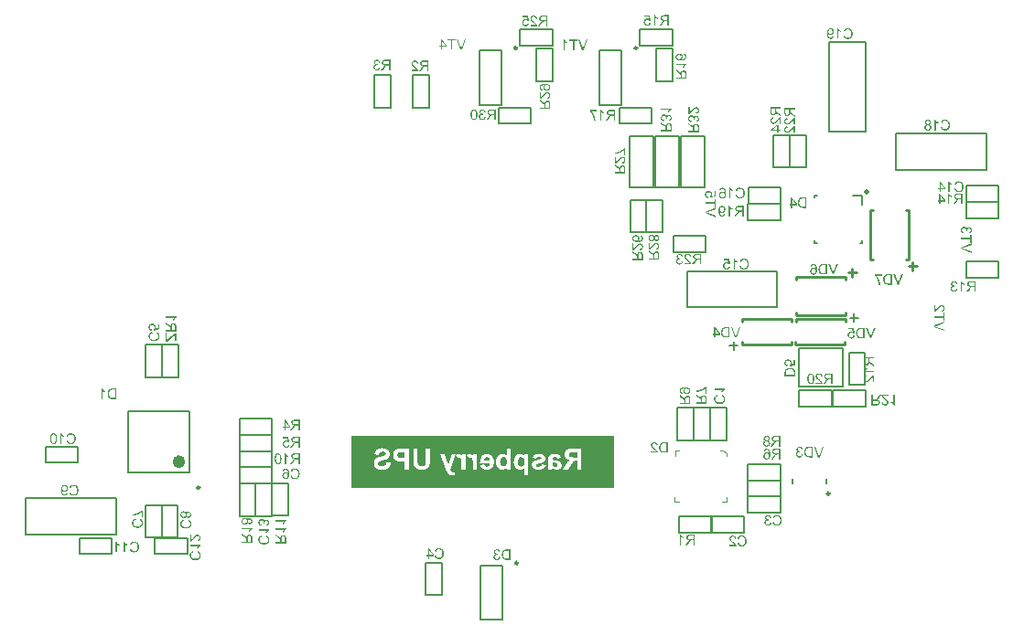
<source format=gbo>
G04 Layer_Color=32896*
%FSLAX44Y44*%
%MOMM*%
G71*
G01*
G75*
%ADD16C,0.2000*%
%ADD23C,0.6000*%
%ADD67C,0.2540*%
%ADD68C,0.2500*%
%ADD116C,0.1000*%
G36*
X711200Y402082D02*
X709903D01*
Y406410D01*
X708240D01*
X708085Y406396D01*
X707972D01*
X707873Y406382D01*
X707803Y406367D01*
X707746D01*
X707718Y406353D01*
X707704D01*
X707478Y406283D01*
X707380Y406241D01*
X707295Y406198D01*
X707210Y406156D01*
X707154Y406128D01*
X707126Y406114D01*
X707112Y406100D01*
X706999Y406015D01*
X706886Y405916D01*
X706675Y405705D01*
X706576Y405606D01*
X706506Y405522D01*
X706463Y405465D01*
X706449Y405451D01*
X706308Y405254D01*
X706153Y405042D01*
X705998Y404817D01*
X705843Y404605D01*
X705716Y404408D01*
X705618Y404253D01*
X705575Y404197D01*
X705547Y404154D01*
X705519Y404126D01*
Y404112D01*
X704236Y402082D01*
X702629D01*
X704307Y404732D01*
X704504Y405014D01*
X704687Y405268D01*
X704870Y405479D01*
X705025Y405677D01*
X705166Y405818D01*
X705279Y405930D01*
X705350Y406001D01*
X705378Y406029D01*
X705491Y406114D01*
X705618Y406212D01*
X705871Y406367D01*
X705984Y406424D01*
X706069Y406480D01*
X706125Y406508D01*
X706153Y406523D01*
X705900Y406565D01*
X705660Y406607D01*
X705448Y406678D01*
X705237Y406734D01*
X705054Y406805D01*
X704884Y406889D01*
X704730Y406960D01*
X704588Y407030D01*
X704476Y407115D01*
X704363Y407185D01*
X704278Y407242D01*
X704208Y407298D01*
X704152Y407340D01*
X704109Y407383D01*
X704095Y407397D01*
X704081Y407411D01*
X703968Y407552D01*
X703856Y407693D01*
X703686Y407989D01*
X703574Y408285D01*
X703489Y408567D01*
X703433Y408806D01*
X703419Y408905D01*
Y409004D01*
X703404Y409074D01*
Y409131D01*
Y409159D01*
Y409173D01*
X703419Y409469D01*
X703461Y409737D01*
X703531Y409990D01*
X703602Y410202D01*
X703686Y410385D01*
X703743Y410526D01*
X703799Y410611D01*
X703813Y410625D01*
Y410639D01*
X703982Y410864D01*
X704152Y411062D01*
X704335Y411231D01*
X704504Y411358D01*
X704659Y411456D01*
X704786Y411513D01*
X704870Y411555D01*
X704884Y411569D01*
X704899D01*
X705025Y411612D01*
X705181Y411654D01*
X705491Y411724D01*
X705829Y411767D01*
X706139Y411809D01*
X706435Y411823D01*
X706562D01*
X706675Y411837D01*
X711200D01*
Y402082D01*
D02*
G37*
G36*
X691464Y411865D02*
X691690Y411837D01*
X691915Y411795D01*
X692113Y411738D01*
X692493Y411583D01*
X692662Y411513D01*
X692803Y411428D01*
X692944Y411330D01*
X693057Y411259D01*
X693170Y411175D01*
X693254Y411104D01*
X693325Y411048D01*
X693367Y411005D01*
X693395Y410977D01*
X693410Y410963D01*
X693565Y410794D01*
X693691Y410597D01*
X693818Y410413D01*
X693917Y410216D01*
X694002Y410005D01*
X694072Y409807D01*
X694171Y409441D01*
X694213Y409257D01*
X694241Y409102D01*
X694255Y408947D01*
X694269Y408820D01*
X694284Y408722D01*
Y408651D01*
Y408595D01*
Y408581D01*
X694269Y408313D01*
X694241Y408073D01*
X694213Y407834D01*
X694157Y407608D01*
X694086Y407411D01*
X694016Y407213D01*
X693945Y407044D01*
X693861Y406889D01*
X693790Y406748D01*
X693720Y406621D01*
X693649Y406523D01*
X693579Y406424D01*
X693522Y406353D01*
X693494Y406311D01*
X693466Y406283D01*
X693452Y406269D01*
X693297Y406114D01*
X693128Y405987D01*
X692959Y405860D01*
X692775Y405761D01*
X692606Y405677D01*
X692437Y405606D01*
X692113Y405508D01*
X691972Y405465D01*
X691831Y405437D01*
X691718Y405423D01*
X691605Y405409D01*
X691521Y405395D01*
X691408D01*
X691140Y405409D01*
X690886Y405451D01*
X690661Y405508D01*
X690449Y405578D01*
X690294Y405634D01*
X690167Y405691D01*
X690083Y405733D01*
X690054Y405747D01*
X689829Y405888D01*
X689632Y406043D01*
X689462Y406198D01*
X689322Y406339D01*
X689223Y406480D01*
X689138Y406579D01*
X689082Y406649D01*
X689068Y406678D01*
Y406565D01*
Y406494D01*
Y406452D01*
Y406438D01*
X689082Y406156D01*
X689096Y405888D01*
X689124Y405648D01*
X689152Y405423D01*
X689195Y405240D01*
X689223Y405099D01*
X689237Y405042D01*
Y405000D01*
X689251Y404986D01*
Y404972D01*
X689322Y404718D01*
X689392Y404493D01*
X689462Y404295D01*
X689533Y404126D01*
X689589Y403999D01*
X689646Y403900D01*
X689674Y403830D01*
X689688Y403816D01*
X689801Y403661D01*
X689913Y403534D01*
X690026Y403421D01*
X690139Y403322D01*
X690224Y403238D01*
X690308Y403182D01*
X690365Y403153D01*
X690379Y403139D01*
X690534Y403055D01*
X690703Y402998D01*
X690858Y402956D01*
X691013Y402928D01*
X691140Y402914D01*
X691239Y402900D01*
X691337D01*
X691563Y402914D01*
X691774Y402956D01*
X691958Y403012D01*
X692113Y403083D01*
X692225Y403139D01*
X692324Y403196D01*
X692381Y403238D01*
X692395Y403252D01*
X692536Y403407D01*
X692648Y403590D01*
X692747Y403788D01*
X692818Y403985D01*
X692874Y404154D01*
X692916Y404309D01*
X692930Y404366D01*
Y404394D01*
X692944Y404422D01*
Y404436D01*
X694100Y404338D01*
X694016Y403929D01*
X693903Y403576D01*
X693762Y403266D01*
X693621Y403012D01*
X693480Y402815D01*
X693410Y402730D01*
X693353Y402660D01*
X693311Y402618D01*
X693269Y402575D01*
X693254Y402561D01*
X693240Y402547D01*
X693100Y402434D01*
X692944Y402336D01*
X692634Y402181D01*
X692324Y402068D01*
X692028Y401997D01*
X691760Y401941D01*
X691647Y401927D01*
X691549D01*
X691478Y401913D01*
X691366D01*
X690971Y401941D01*
X690618Y401997D01*
X690294Y402096D01*
X690026Y402209D01*
X689913Y402251D01*
X689801Y402308D01*
X689716Y402364D01*
X689632Y402406D01*
X689575Y402434D01*
X689533Y402463D01*
X689505Y402491D01*
X689491D01*
X689209Y402730D01*
X688955Y402998D01*
X688758Y403280D01*
X688588Y403548D01*
X688447Y403788D01*
X688391Y403900D01*
X688349Y403985D01*
X688321Y404070D01*
X688292Y404126D01*
X688278Y404154D01*
Y404168D01*
X688208Y404380D01*
X688137Y404619D01*
X688039Y405099D01*
X687968Y405606D01*
X687926Y406086D01*
X687898Y406297D01*
X687884Y406508D01*
Y406692D01*
X687869Y406847D01*
Y406974D01*
Y407072D01*
Y407143D01*
Y407157D01*
Y407481D01*
X687884Y407791D01*
X687912Y408073D01*
X687940Y408341D01*
X687968Y408581D01*
X687996Y408806D01*
X688039Y409018D01*
X688081Y409201D01*
X688123Y409356D01*
X688151Y409497D01*
X688194Y409624D01*
X688222Y409723D01*
X688250Y409793D01*
X688278Y409849D01*
X688292Y409878D01*
Y409892D01*
X688462Y410230D01*
X688645Y410526D01*
X688856Y410780D01*
X689040Y410991D01*
X689223Y411146D01*
X689364Y411259D01*
X689420Y411301D01*
X689462Y411330D01*
X689476Y411358D01*
X689491D01*
X689787Y411527D01*
X690083Y411654D01*
X690379Y411753D01*
X690647Y411809D01*
X690886Y411851D01*
X690985Y411865D01*
X691055D01*
X691126Y411879D01*
X691225D01*
X691464Y411865D01*
D02*
G37*
G36*
X698273Y411640D02*
X698428Y411414D01*
X698611Y411189D01*
X698781Y410991D01*
X698950Y410822D01*
X699077Y410681D01*
X699133Y410639D01*
X699175Y410597D01*
X699189Y410583D01*
X699203Y410568D01*
X699500Y410329D01*
X699796Y410103D01*
X700078Y409906D01*
X700359Y409751D01*
X700599Y409610D01*
X700698Y409553D01*
X700782Y409511D01*
X700853Y409469D01*
X700909Y409455D01*
X700937Y409426D01*
X700952D01*
Y408271D01*
X700740Y408355D01*
X700529Y408454D01*
X700317Y408553D01*
X700120Y408651D01*
X699951Y408736D01*
X699810Y408806D01*
X699725Y408863D01*
X699711Y408877D01*
X699697D01*
X699443Y409032D01*
X699218Y409187D01*
X699020Y409328D01*
X698865Y409455D01*
X698724Y409553D01*
X698640Y409638D01*
X698569Y409694D01*
X698555Y409709D01*
Y402082D01*
X697357D01*
Y411879D01*
X698132D01*
X698273Y411640D01*
D02*
G37*
G36*
X773774Y256657D02*
X774127Y256601D01*
X774423Y256502D01*
X774677Y256404D01*
X774888Y256291D01*
X774973Y256248D01*
X775043Y256192D01*
X775099Y256164D01*
X775142Y256136D01*
X775156Y256107D01*
X775170D01*
X775424Y255882D01*
X775635Y255614D01*
X775818Y255346D01*
X775959Y255093D01*
X776072Y254853D01*
X776128Y254754D01*
X776157Y254655D01*
X776185Y254585D01*
X776213Y254529D01*
X776227Y254500D01*
Y254486D01*
X776284Y254275D01*
X776340Y254063D01*
X776424Y253598D01*
X776495Y253133D01*
X776537Y252696D01*
X776551Y252484D01*
X776565Y252301D01*
Y252132D01*
X776580Y251977D01*
Y251864D01*
Y251766D01*
Y251709D01*
Y251695D01*
X776565Y251202D01*
X776537Y250737D01*
X776495Y250314D01*
X776424Y249919D01*
X776354Y249552D01*
X776270Y249228D01*
X776185Y248932D01*
X776100Y248678D01*
X776016Y248453D01*
X775917Y248255D01*
X775847Y248086D01*
X775776Y247959D01*
X775706Y247847D01*
X775663Y247776D01*
X775635Y247734D01*
X775621Y247720D01*
X775466Y247551D01*
X775297Y247395D01*
X775114Y247255D01*
X774930Y247142D01*
X774747Y247043D01*
X774564Y246959D01*
X774380Y246902D01*
X774211Y246846D01*
X774042Y246803D01*
X773887Y246775D01*
X773746Y246747D01*
X773633Y246733D01*
X773535Y246719D01*
X773394D01*
X773013Y246747D01*
X772661Y246803D01*
X772365Y246902D01*
X772111Y247001D01*
X771899Y247099D01*
X771829Y247156D01*
X771758Y247198D01*
X771702Y247226D01*
X771660Y247255D01*
X771646Y247283D01*
X771632D01*
X771378Y247522D01*
X771166Y247776D01*
X770983Y248058D01*
X770842Y248312D01*
X770729Y248551D01*
X770673Y248650D01*
X770645Y248749D01*
X770617Y248819D01*
X770588Y248876D01*
X770574Y248904D01*
Y248918D01*
X770504Y249129D01*
X770447Y249341D01*
X770363Y249792D01*
X770292Y250257D01*
X770250Y250708D01*
X770236Y250906D01*
X770222Y251089D01*
Y251258D01*
X770208Y251413D01*
Y251526D01*
Y251625D01*
Y251681D01*
Y251695D01*
Y251963D01*
X770222Y252217D01*
Y252442D01*
X770236Y252668D01*
X770264Y252865D01*
X770278Y253062D01*
X770292Y253232D01*
X770321Y253387D01*
X770335Y253528D01*
X770363Y253655D01*
X770377Y253753D01*
X770391Y253838D01*
X770405Y253908D01*
X770419Y253951D01*
X770433Y253979D01*
Y253993D01*
X770518Y254303D01*
X770617Y254585D01*
X770729Y254825D01*
X770814Y255036D01*
X770913Y255219D01*
X770969Y255346D01*
X771025Y255417D01*
X771040Y255445D01*
X771195Y255656D01*
X771350Y255840D01*
X771519Y255995D01*
X771674Y256136D01*
X771815Y256234D01*
X771928Y256305D01*
X771998Y256347D01*
X772012Y256361D01*
X772026D01*
X772252Y256474D01*
X772492Y256544D01*
X772717Y256601D01*
X772928Y256643D01*
X773112Y256671D01*
X773267Y256685D01*
X773394D01*
X773774Y256657D01*
D02*
G37*
G36*
X793496Y246888D02*
X792199D01*
Y251216D01*
X790536D01*
X790381Y251202D01*
X790268D01*
X790169Y251188D01*
X790099Y251173D01*
X790042D01*
X790014Y251159D01*
X790000D01*
X789774Y251089D01*
X789676Y251047D01*
X789591Y251004D01*
X789507Y250962D01*
X789450Y250934D01*
X789422Y250920D01*
X789408Y250906D01*
X789295Y250821D01*
X789182Y250722D01*
X788971Y250511D01*
X788872Y250412D01*
X788802Y250328D01*
X788759Y250271D01*
X788745Y250257D01*
X788604Y250060D01*
X788449Y249848D01*
X788294Y249623D01*
X788139Y249411D01*
X788012Y249214D01*
X787914Y249059D01*
X787871Y249002D01*
X787843Y248960D01*
X787815Y248932D01*
Y248918D01*
X786532Y246888D01*
X784925D01*
X786603Y249538D01*
X786800Y249820D01*
X786983Y250074D01*
X787166Y250285D01*
X787321Y250483D01*
X787462Y250624D01*
X787575Y250737D01*
X787646Y250807D01*
X787674Y250835D01*
X787787Y250920D01*
X787914Y251018D01*
X788167Y251173D01*
X788280Y251230D01*
X788365Y251286D01*
X788421Y251315D01*
X788449Y251329D01*
X788195Y251371D01*
X787956Y251413D01*
X787744Y251484D01*
X787533Y251540D01*
X787350Y251611D01*
X787180Y251695D01*
X787026Y251766D01*
X786885Y251836D01*
X786772Y251921D01*
X786659Y251991D01*
X786574Y252048D01*
X786504Y252104D01*
X786448Y252146D01*
X786405Y252188D01*
X786391Y252203D01*
X786377Y252217D01*
X786264Y252358D01*
X786152Y252499D01*
X785982Y252795D01*
X785870Y253091D01*
X785785Y253373D01*
X785729Y253612D01*
X785714Y253711D01*
Y253810D01*
X785700Y253880D01*
Y253937D01*
Y253965D01*
Y253979D01*
X785714Y254275D01*
X785757Y254543D01*
X785827Y254796D01*
X785898Y255008D01*
X785982Y255191D01*
X786039Y255332D01*
X786095Y255417D01*
X786109Y255431D01*
Y255445D01*
X786278Y255670D01*
X786448Y255868D01*
X786631Y256037D01*
X786800Y256164D01*
X786955Y256262D01*
X787082Y256319D01*
X787166Y256361D01*
X787180Y256375D01*
X787195D01*
X787321Y256418D01*
X787477Y256460D01*
X787787Y256530D01*
X788125Y256573D01*
X788435Y256615D01*
X788731Y256629D01*
X788858D01*
X788971Y256643D01*
X793496D01*
Y246888D01*
D02*
G37*
G36*
X781189Y256671D02*
X781429Y256657D01*
X781655Y256615D01*
X781866Y256573D01*
X782063Y256516D01*
X782247Y256460D01*
X782416Y256389D01*
X782571Y256319D01*
X782712Y256248D01*
X782825Y256178D01*
X782923Y256122D01*
X783008Y256065D01*
X783078Y256023D01*
X783121Y255981D01*
X783149Y255966D01*
X783163Y255952D01*
X783304Y255811D01*
X783431Y255656D01*
X783558Y255487D01*
X783656Y255318D01*
X783826Y254980D01*
X783938Y254641D01*
X783980Y254486D01*
X784023Y254331D01*
X784051Y254204D01*
X784079Y254092D01*
X784093Y253993D01*
Y253922D01*
X784107Y253880D01*
Y253866D01*
X782881Y253739D01*
X782853Y254063D01*
X782796Y254345D01*
X782712Y254599D01*
X782613Y254796D01*
X782529Y254966D01*
X782444Y255078D01*
X782388Y255149D01*
X782359Y255177D01*
X782148Y255346D01*
X781922Y255473D01*
X781683Y255572D01*
X781471Y255628D01*
X781274Y255670D01*
X781105Y255685D01*
X781048Y255699D01*
X780964D01*
X780668Y255685D01*
X780400Y255628D01*
X780174Y255544D01*
X779977Y255459D01*
X779822Y255360D01*
X779723Y255290D01*
X779653Y255233D01*
X779625Y255205D01*
X779455Y255008D01*
X779329Y254811D01*
X779230Y254613D01*
X779173Y254416D01*
X779131Y254261D01*
X779117Y254120D01*
X779103Y254035D01*
Y254021D01*
Y254007D01*
X779131Y253753D01*
X779187Y253485D01*
X779286Y253246D01*
X779385Y253020D01*
X779498Y252837D01*
X779596Y252682D01*
X779625Y252626D01*
X779653Y252583D01*
X779681Y252569D01*
Y252555D01*
X779794Y252400D01*
X779935Y252245D01*
X780090Y252076D01*
X780259Y251907D01*
X780611Y251568D01*
X780964Y251230D01*
X781147Y251075D01*
X781302Y250934D01*
X781457Y250807D01*
X781584Y250694D01*
X781683Y250610D01*
X781767Y250539D01*
X781824Y250497D01*
X781838Y250483D01*
X782190Y250187D01*
X782514Y249905D01*
X782782Y249651D01*
X782994Y249440D01*
X783177Y249256D01*
X783304Y249129D01*
X783374Y249045D01*
X783402Y249031D01*
Y249017D01*
X783600Y248777D01*
X783755Y248551D01*
X783896Y248326D01*
X784009Y248129D01*
X784093Y247959D01*
X784150Y247833D01*
X784178Y247748D01*
X784192Y247734D01*
Y247720D01*
X784248Y247565D01*
X784277Y247424D01*
X784305Y247283D01*
X784319Y247156D01*
X784333Y247043D01*
Y246959D01*
Y246902D01*
Y246888D01*
X777862D01*
Y248044D01*
X782670D01*
X782500Y248284D01*
X782416Y248382D01*
X782345Y248481D01*
X782275Y248566D01*
X782218Y248622D01*
X782176Y248664D01*
X782162Y248678D01*
X782092Y248749D01*
X782007Y248819D01*
X781810Y249002D01*
X781584Y249214D01*
X781344Y249426D01*
X781119Y249609D01*
X781020Y249693D01*
X780936Y249778D01*
X780865Y249834D01*
X780809Y249877D01*
X780780Y249905D01*
X780766Y249919D01*
X780541Y250116D01*
X780315Y250299D01*
X780118Y250483D01*
X779935Y250638D01*
X779765Y250793D01*
X779625Y250934D01*
X779484Y251061D01*
X779371Y251173D01*
X779258Y251286D01*
X779173Y251371D01*
X779103Y251441D01*
X779033Y251512D01*
X778962Y251596D01*
X778934Y251625D01*
X778736Y251864D01*
X778567Y252076D01*
X778426Y252287D01*
X778314Y252456D01*
X778229Y252611D01*
X778173Y252724D01*
X778144Y252795D01*
X778130Y252823D01*
X778046Y253034D01*
X777989Y253246D01*
X777933Y253443D01*
X777905Y253612D01*
X777891Y253767D01*
X777877Y253880D01*
Y253951D01*
Y253979D01*
X777891Y254190D01*
X777919Y254388D01*
X777947Y254585D01*
X778003Y254754D01*
X778144Y255093D01*
X778285Y255360D01*
X778370Y255487D01*
X778440Y255586D01*
X778511Y255685D01*
X778581Y255755D01*
X778638Y255811D01*
X778666Y255868D01*
X778694Y255882D01*
X778708Y255896D01*
X778863Y256037D01*
X779033Y256164D01*
X779216Y256262D01*
X779399Y256347D01*
X779765Y256488D01*
X780132Y256587D01*
X780287Y256615D01*
X780442Y256643D01*
X780583Y256657D01*
X780696Y256671D01*
X780795Y256685D01*
X780936D01*
X781189Y256671D01*
D02*
G37*
G36*
X249538Y106461D02*
X249820Y106264D01*
X250074Y106081D01*
X250285Y105898D01*
X250483Y105743D01*
X250624Y105602D01*
X250737Y105489D01*
X250807Y105418D01*
X250835Y105390D01*
X250920Y105277D01*
X251018Y105150D01*
X251173Y104897D01*
X251230Y104784D01*
X251286Y104699D01*
X251315Y104643D01*
X251329Y104615D01*
X251371Y104868D01*
X251413Y105108D01*
X251484Y105320D01*
X251540Y105531D01*
X251611Y105714D01*
X251695Y105884D01*
X251766Y106039D01*
X251836Y106180D01*
X251921Y106292D01*
X251991Y106405D01*
X252048Y106490D01*
X252104Y106560D01*
X252146Y106616D01*
X252188Y106659D01*
X252203Y106673D01*
X252217Y106687D01*
X252358Y106800D01*
X252499Y106912D01*
X252795Y107082D01*
X253091Y107194D01*
X253373Y107279D01*
X253612Y107335D01*
X253711Y107350D01*
X253810D01*
X253880Y107364D01*
X253979D01*
X254275Y107350D01*
X254543Y107307D01*
X254796Y107237D01*
X255008Y107166D01*
X255191Y107082D01*
X255332Y107025D01*
X255417Y106969D01*
X255431Y106955D01*
X255445D01*
X255670Y106786D01*
X255868Y106616D01*
X256037Y106433D01*
X256164Y106264D01*
X256262Y106109D01*
X256319Y105982D01*
X256361Y105898D01*
X256375Y105884D01*
Y105869D01*
X256418Y105743D01*
X256460Y105587D01*
X256530Y105277D01*
X256573Y104939D01*
X256615Y104629D01*
X256629Y104333D01*
Y104206D01*
X256643Y104093D01*
Y104009D01*
Y103938D01*
Y103896D01*
Y103882D01*
Y99568D01*
X246888D01*
Y100865D01*
X251216D01*
Y102359D01*
Y102528D01*
X251202Y102683D01*
Y102796D01*
X251188Y102895D01*
X251173Y102965D01*
Y103022D01*
X251159Y103050D01*
Y103064D01*
X251089Y103290D01*
X251047Y103388D01*
X251004Y103473D01*
X250962Y103558D01*
X250934Y103614D01*
X250920Y103642D01*
X250906Y103656D01*
X250821Y103769D01*
X250722Y103882D01*
X250511Y104093D01*
X250412Y104192D01*
X250328Y104262D01*
X250271Y104305D01*
X250257Y104319D01*
X250060Y104460D01*
X249848Y104615D01*
X249623Y104770D01*
X249411Y104925D01*
X249214Y105052D01*
X249059Y105150D01*
X249002Y105193D01*
X248960Y105221D01*
X248932Y105249D01*
X248918D01*
X246888Y106532D01*
Y108139D01*
X249538Y106461D01*
D02*
G37*
G36*
X592328Y490982D02*
X591031D01*
Y495310D01*
X589368D01*
X589213Y495296D01*
X589100D01*
X589001Y495282D01*
X588931Y495267D01*
X588874D01*
X588846Y495253D01*
X588832D01*
X588606Y495183D01*
X588508Y495141D01*
X588423Y495098D01*
X588339Y495056D01*
X588282Y495028D01*
X588254Y495014D01*
X588240Y495000D01*
X588127Y494915D01*
X588014Y494816D01*
X587803Y494605D01*
X587704Y494506D01*
X587634Y494422D01*
X587591Y494365D01*
X587577Y494351D01*
X587436Y494154D01*
X587281Y493942D01*
X587126Y493717D01*
X586971Y493505D01*
X586844Y493308D01*
X586746Y493153D01*
X586703Y493097D01*
X586675Y493054D01*
X586647Y493026D01*
Y493012D01*
X585364Y490982D01*
X583757D01*
X585435Y493632D01*
X585632Y493914D01*
X585815Y494168D01*
X585998Y494379D01*
X586153Y494577D01*
X586295Y494718D01*
X586407Y494831D01*
X586478Y494901D01*
X586506Y494929D01*
X586619Y495014D01*
X586746Y495112D01*
X586999Y495267D01*
X587112Y495324D01*
X587197Y495380D01*
X587253Y495409D01*
X587281Y495423D01*
X587028Y495465D01*
X586788Y495507D01*
X586576Y495578D01*
X586365Y495634D01*
X586182Y495704D01*
X586012Y495789D01*
X585858Y495860D01*
X585717Y495930D01*
X585604Y496015D01*
X585491Y496085D01*
X585406Y496142D01*
X585336Y496198D01*
X585280Y496240D01*
X585237Y496283D01*
X585223Y496297D01*
X585209Y496311D01*
X585096Y496452D01*
X584983Y496593D01*
X584814Y496889D01*
X584701Y497185D01*
X584617Y497467D01*
X584561Y497706D01*
X584547Y497805D01*
Y497904D01*
X584532Y497974D01*
Y498031D01*
Y498059D01*
Y498073D01*
X584547Y498369D01*
X584589Y498637D01*
X584659Y498890D01*
X584730Y499102D01*
X584814Y499285D01*
X584871Y499426D01*
X584927Y499511D01*
X584941Y499525D01*
Y499539D01*
X585110Y499764D01*
X585280Y499962D01*
X585463Y500131D01*
X585632Y500258D01*
X585787Y500356D01*
X585914Y500413D01*
X585998Y500455D01*
X586012Y500469D01*
X586027D01*
X586153Y500512D01*
X586309Y500554D01*
X586619Y500624D01*
X586957Y500667D01*
X587267Y500709D01*
X587563Y500723D01*
X587690D01*
X587803Y500737D01*
X592328D01*
Y490982D01*
D02*
G37*
G36*
X579401Y500540D02*
X579556Y500314D01*
X579739Y500089D01*
X579908Y499891D01*
X580078Y499722D01*
X580205Y499581D01*
X580261Y499539D01*
X580303Y499497D01*
X580317Y499482D01*
X580331Y499468D01*
X580628Y499229D01*
X580924Y499003D01*
X581205Y498806D01*
X581487Y498651D01*
X581727Y498510D01*
X581826Y498453D01*
X581910Y498411D01*
X581981Y498369D01*
X582037Y498355D01*
X582065Y498326D01*
X582080D01*
Y497171D01*
X581868Y497255D01*
X581657Y497354D01*
X581445Y497453D01*
X581248Y497551D01*
X581079Y497636D01*
X580938Y497706D01*
X580853Y497763D01*
X580839Y497777D01*
X580825D01*
X580571Y497932D01*
X580345Y498087D01*
X580148Y498228D01*
X579993Y498355D01*
X579852Y498453D01*
X579768Y498538D01*
X579697Y498594D01*
X579683Y498609D01*
Y490982D01*
X578485D01*
Y500779D01*
X579260D01*
X579401Y500540D01*
D02*
G37*
G36*
X651112Y536483D02*
X651394Y536286D01*
X651648Y536103D01*
X651859Y535920D01*
X652057Y535765D01*
X652198Y535624D01*
X652310Y535511D01*
X652381Y535440D01*
X652409Y535412D01*
X652494Y535299D01*
X652592Y535172D01*
X652747Y534919D01*
X652804Y534806D01*
X652860Y534721D01*
X652888Y534665D01*
X652903Y534637D01*
X652945Y534891D01*
X652987Y535130D01*
X653058Y535342D01*
X653114Y535553D01*
X653185Y535736D01*
X653269Y535905D01*
X653340Y536060D01*
X653410Y536202D01*
X653495Y536314D01*
X653565Y536427D01*
X653622Y536512D01*
X653678Y536582D01*
X653720Y536638D01*
X653763Y536681D01*
X653777Y536695D01*
X653791Y536709D01*
X653932Y536822D01*
X654073Y536935D01*
X654369Y537104D01*
X654665Y537216D01*
X654947Y537301D01*
X655186Y537357D01*
X655285Y537371D01*
X655384D01*
X655454Y537386D01*
X655553D01*
X655849Y537371D01*
X656117Y537329D01*
X656370Y537259D01*
X656582Y537188D01*
X656765Y537104D01*
X656906Y537047D01*
X656991Y536991D01*
X657005Y536977D01*
X657019D01*
X657244Y536808D01*
X657442Y536638D01*
X657611Y536455D01*
X657738Y536286D01*
X657837Y536131D01*
X657893Y536004D01*
X657935Y535920D01*
X657949Y535905D01*
Y535891D01*
X657992Y535765D01*
X658034Y535609D01*
X658104Y535299D01*
X658147Y534961D01*
X658189Y534651D01*
X658203Y534355D01*
Y534228D01*
X658217Y534115D01*
Y534031D01*
Y533960D01*
Y533918D01*
Y533904D01*
Y529590D01*
X648462D01*
Y530887D01*
X652790D01*
Y532381D01*
Y532550D01*
X652776Y532705D01*
Y532818D01*
X652762Y532917D01*
X652747Y532987D01*
Y533044D01*
X652733Y533072D01*
Y533086D01*
X652663Y533312D01*
X652621Y533410D01*
X652578Y533495D01*
X652536Y533579D01*
X652508Y533636D01*
X652494Y533664D01*
X652480Y533678D01*
X652395Y533791D01*
X652296Y533904D01*
X652085Y534115D01*
X651986Y534214D01*
X651902Y534284D01*
X651845Y534327D01*
X651831Y534341D01*
X651634Y534482D01*
X651422Y534637D01*
X651197Y534792D01*
X650985Y534947D01*
X650788Y535074D01*
X650633Y535172D01*
X650576Y535215D01*
X650534Y535243D01*
X650506Y535271D01*
X650492D01*
X648462Y536554D01*
Y538161D01*
X651112Y536483D01*
D02*
G37*
G36*
X256685Y112636D02*
X256446Y112495D01*
X256220Y112340D01*
X255995Y112157D01*
X255797Y111987D01*
X255628Y111818D01*
X255487Y111691D01*
X255445Y111635D01*
X255403Y111593D01*
X255389Y111579D01*
X255374Y111565D01*
X255135Y111269D01*
X254909Y110972D01*
X254712Y110690D01*
X254557Y110409D01*
X254416Y110169D01*
X254359Y110070D01*
X254317Y109986D01*
X254275Y109915D01*
X254261Y109859D01*
X254233Y109831D01*
Y109817D01*
X253077D01*
X253161Y110028D01*
X253260Y110239D01*
X253358Y110451D01*
X253457Y110648D01*
X253542Y110817D01*
X253612Y110958D01*
X253669Y111043D01*
X253683Y111057D01*
Y111071D01*
X253838Y111325D01*
X253993Y111550D01*
X254134Y111748D01*
X254261Y111903D01*
X254359Y112044D01*
X254444Y112128D01*
X254500Y112199D01*
X254515Y112213D01*
X246888D01*
Y113411D01*
X256685D01*
Y112636D01*
D02*
G37*
G36*
X249989Y122884D02*
X250285Y122828D01*
X250553Y122744D01*
X250779Y122659D01*
X250962Y122574D01*
X251103Y122490D01*
X251188Y122433D01*
X251202Y122419D01*
X251216D01*
X251441Y122222D01*
X251639Y122010D01*
X251794Y121785D01*
X251935Y121573D01*
X252033Y121376D01*
X252104Y121207D01*
X252132Y121151D01*
X252146Y121108D01*
X252160Y121080D01*
Y121066D01*
X252273Y121320D01*
X252400Y121531D01*
X252527Y121714D01*
X252654Y121869D01*
X252766Y121982D01*
X252851Y122067D01*
X252907Y122123D01*
X252936Y122137D01*
X253133Y122264D01*
X253330Y122349D01*
X253528Y122419D01*
X253725Y122462D01*
X253880Y122490D01*
X254007Y122504D01*
X254120D01*
X254317Y122490D01*
X254500Y122476D01*
X254853Y122377D01*
X255163Y122250D01*
X255431Y122109D01*
X255642Y121968D01*
X255727Y121898D01*
X255811Y121841D01*
X255868Y121785D01*
X255910Y121743D01*
X255924Y121728D01*
X255938Y121714D01*
X256065Y121559D01*
X256192Y121404D01*
X256291Y121235D01*
X256375Y121066D01*
X256502Y120728D01*
X256587Y120389D01*
X256629Y120248D01*
X256643Y120107D01*
X256657Y119980D01*
X256671Y119868D01*
X256685Y119783D01*
Y119713D01*
Y119670D01*
Y119656D01*
X256671Y119431D01*
X256657Y119205D01*
X256573Y118810D01*
X256516Y118627D01*
X256460Y118458D01*
X256389Y118303D01*
X256319Y118162D01*
X256248Y118049D01*
X256178Y117936D01*
X256122Y117838D01*
X256065Y117767D01*
X256023Y117711D01*
X255981Y117669D01*
X255966Y117640D01*
X255952Y117626D01*
X255811Y117499D01*
X255670Y117373D01*
X255515Y117274D01*
X255360Y117189D01*
X255064Y117048D01*
X254782Y116964D01*
X254543Y116907D01*
X254430Y116893D01*
X254345Y116879D01*
X254261Y116865D01*
X254162D01*
X253908Y116879D01*
X253669Y116921D01*
X253457Y116978D01*
X253274Y117048D01*
X253133Y117105D01*
X253020Y117161D01*
X252964Y117203D01*
X252936Y117217D01*
X252766Y117373D01*
X252611Y117542D01*
X252470Y117725D01*
X252358Y117908D01*
X252273Y118077D01*
X252217Y118204D01*
X252188Y118261D01*
X252174Y118303D01*
X252160Y118317D01*
Y118331D01*
X252062Y118007D01*
X251935Y117739D01*
X251780Y117499D01*
X251639Y117302D01*
X251498Y117147D01*
X251385Y117034D01*
X251315Y116978D01*
X251300Y116950D01*
X251286D01*
X251033Y116795D01*
X250765Y116668D01*
X250511Y116583D01*
X250257Y116527D01*
X250032Y116498D01*
X249933Y116484D01*
X249848D01*
X249792Y116470D01*
X249693D01*
X249468Y116484D01*
X249242Y116513D01*
X249031Y116555D01*
X248819Y116611D01*
X248467Y116752D01*
X248298Y116823D01*
X248157Y116907D01*
X248016Y116992D01*
X247903Y117062D01*
X247804Y117147D01*
X247720Y117203D01*
X247649Y117260D01*
X247607Y117302D01*
X247579Y117330D01*
X247565Y117344D01*
X247410Y117514D01*
X247283Y117697D01*
X247170Y117894D01*
X247071Y118091D01*
X247001Y118275D01*
X246930Y118472D01*
X246832Y118853D01*
X246789Y119022D01*
X246761Y119177D01*
X246747Y119318D01*
X246733Y119445D01*
X246719Y119543D01*
Y119614D01*
Y119670D01*
Y119684D01*
X246733Y119952D01*
X246761Y120192D01*
X246803Y120432D01*
X246846Y120657D01*
X246916Y120855D01*
X246987Y121052D01*
X247057Y121235D01*
X247142Y121390D01*
X247226Y121531D01*
X247297Y121658D01*
X247367Y121757D01*
X247438Y121855D01*
X247480Y121926D01*
X247522Y121968D01*
X247551Y121996D01*
X247565Y122010D01*
X247734Y122165D01*
X247903Y122306D01*
X248072Y122419D01*
X248255Y122518D01*
X248425Y122617D01*
X248608Y122687D01*
X248932Y122786D01*
X249087Y122828D01*
X249228Y122856D01*
X249355Y122870D01*
X249454Y122884D01*
X249538Y122899D01*
X249665D01*
X249989Y122884D01*
D02*
G37*
G36*
X575327Y499454D02*
X570548D01*
X570886Y499045D01*
X571211Y498609D01*
X571493Y498186D01*
X571760Y497777D01*
X571873Y497593D01*
X571972Y497424D01*
X572071Y497269D01*
X572141Y497142D01*
X572197Y497030D01*
X572240Y496959D01*
X572268Y496903D01*
X572282Y496889D01*
X572564Y496325D01*
X572818Y495761D01*
X573029Y495225D01*
X573114Y494986D01*
X573198Y494746D01*
X573283Y494534D01*
X573339Y494337D01*
X573396Y494168D01*
X573438Y494027D01*
X573480Y493900D01*
X573508Y493815D01*
X573523Y493759D01*
Y493745D01*
X573664Y493167D01*
X573720Y492885D01*
X573762Y492631D01*
X573805Y492392D01*
X573847Y492152D01*
X573875Y491955D01*
X573903Y491757D01*
X573917Y491588D01*
X573931Y491433D01*
X573946Y491292D01*
Y491179D01*
X573960Y491095D01*
Y491038D01*
Y490996D01*
Y490982D01*
X572733D01*
X572691Y491518D01*
X572620Y492011D01*
X572550Y492462D01*
X572508Y492674D01*
X572465Y492871D01*
X572437Y493040D01*
X572395Y493195D01*
X572367Y493336D01*
X572338Y493449D01*
X572310Y493534D01*
X572296Y493604D01*
X572282Y493646D01*
Y493660D01*
X572071Y494309D01*
X571845Y494915D01*
X571732Y495211D01*
X571619Y495493D01*
X571493Y495747D01*
X571380Y496001D01*
X571281Y496226D01*
X571183Y496423D01*
X571098Y496593D01*
X571027Y496748D01*
X570957Y496875D01*
X570915Y496959D01*
X570886Y497015D01*
X570872Y497030D01*
X570703Y497326D01*
X570534Y497622D01*
X570365Y497890D01*
X570196Y498143D01*
X570041Y498369D01*
X569886Y498594D01*
X569730Y498792D01*
X569604Y498961D01*
X569477Y499130D01*
X569364Y499271D01*
X569251Y499384D01*
X569167Y499482D01*
X569110Y499567D01*
X569054Y499623D01*
X569026Y499652D01*
X569012Y499666D01*
Y500610D01*
X575327D01*
Y499454D01*
D02*
G37*
G36*
X836457Y234078D02*
X836260Y233796D01*
X836077Y233542D01*
X835894Y233331D01*
X835739Y233133D01*
X835598Y232992D01*
X835485Y232880D01*
X835414Y232809D01*
X835386Y232781D01*
X835273Y232696D01*
X835146Y232598D01*
X834893Y232442D01*
X834780Y232386D01*
X834695Y232330D01*
X834639Y232302D01*
X834611Y232287D01*
X834865Y232245D01*
X835104Y232203D01*
X835316Y232132D01*
X835527Y232076D01*
X835710Y232006D01*
X835880Y231921D01*
X836034Y231850D01*
X836176Y231780D01*
X836288Y231695D01*
X836401Y231625D01*
X836486Y231569D01*
X836556Y231512D01*
X836612Y231470D01*
X836655Y231427D01*
X836669Y231413D01*
X836683Y231399D01*
X836796Y231258D01*
X836908Y231117D01*
X837078Y230821D01*
X837190Y230525D01*
X837275Y230243D01*
X837331Y230004D01*
X837346Y229905D01*
Y229806D01*
X837360Y229736D01*
Y229680D01*
Y229651D01*
Y229637D01*
X837346Y229341D01*
X837303Y229073D01*
X837233Y228820D01*
X837162Y228608D01*
X837078Y228425D01*
X837021Y228284D01*
X836965Y228199D01*
X836951Y228185D01*
Y228171D01*
X836782Y227946D01*
X836612Y227748D01*
X836429Y227579D01*
X836260Y227452D01*
X836105Y227353D01*
X835978Y227297D01*
X835894Y227255D01*
X835880Y227241D01*
X835865D01*
X835739Y227198D01*
X835583Y227156D01*
X835273Y227086D01*
X834935Y227043D01*
X834625Y227001D01*
X834329Y226987D01*
X834202D01*
X834089Y226973D01*
X829564D01*
Y236728D01*
X830861D01*
Y232400D01*
X832524D01*
X832679Y232414D01*
X832792D01*
X832891Y232428D01*
X832961Y232442D01*
X833018D01*
X833046Y232457D01*
X833060D01*
X833286Y232527D01*
X833384Y232569D01*
X833469Y232612D01*
X833553Y232654D01*
X833610Y232682D01*
X833638Y232696D01*
X833652Y232710D01*
X833765Y232795D01*
X833878Y232894D01*
X834089Y233105D01*
X834188Y233204D01*
X834258Y233288D01*
X834301Y233345D01*
X834315Y233359D01*
X834456Y233556D01*
X834611Y233768D01*
X834766Y233993D01*
X834921Y234205D01*
X835048Y234402D01*
X835146Y234557D01*
X835189Y234613D01*
X835217Y234656D01*
X835245Y234684D01*
Y234698D01*
X836528Y236728D01*
X838135D01*
X836457Y234078D01*
D02*
G37*
G36*
X745744Y487794D02*
X744588D01*
Y492602D01*
X744348Y492432D01*
X744250Y492348D01*
X744151Y492277D01*
X744066Y492207D01*
X744010Y492150D01*
X743968Y492108D01*
X743954Y492094D01*
X743883Y492024D01*
X743813Y491939D01*
X743629Y491742D01*
X743418Y491516D01*
X743206Y491276D01*
X743023Y491051D01*
X742939Y490952D01*
X742854Y490868D01*
X742798Y490797D01*
X742755Y490741D01*
X742727Y490713D01*
X742713Y490698D01*
X742516Y490473D01*
X742333Y490247D01*
X742149Y490050D01*
X741994Y489867D01*
X741839Y489697D01*
X741698Y489557D01*
X741571Y489416D01*
X741459Y489303D01*
X741346Y489190D01*
X741261Y489105D01*
X741191Y489035D01*
X741120Y488965D01*
X741036Y488894D01*
X741007Y488866D01*
X740768Y488668D01*
X740556Y488499D01*
X740345Y488358D01*
X740176Y488246D01*
X740021Y488161D01*
X739908Y488105D01*
X739837Y488076D01*
X739809Y488062D01*
X739598Y487978D01*
X739386Y487921D01*
X739189Y487865D01*
X739020Y487837D01*
X738865Y487823D01*
X738752Y487808D01*
X738653D01*
X738442Y487823D01*
X738244Y487851D01*
X738047Y487879D01*
X737878Y487935D01*
X737540Y488076D01*
X737272Y488217D01*
X737145Y488302D01*
X737046Y488372D01*
X736947Y488443D01*
X736877Y488513D01*
X736821Y488570D01*
X736764Y488598D01*
X736750Y488626D01*
X736736Y488640D01*
X736595Y488795D01*
X736468Y488965D01*
X736369Y489148D01*
X736285Y489331D01*
X736144Y489697D01*
X736045Y490064D01*
X736017Y490219D01*
X735989Y490374D01*
X735975Y490515D01*
X735961Y490628D01*
X735947Y490727D01*
Y490811D01*
Y490854D01*
Y490868D01*
X735961Y491121D01*
X735975Y491361D01*
X736017Y491586D01*
X736059Y491798D01*
X736116Y491995D01*
X736172Y492179D01*
X736243Y492348D01*
X736313Y492503D01*
X736384Y492644D01*
X736454Y492757D01*
X736510Y492855D01*
X736567Y492940D01*
X736609Y493010D01*
X736651Y493053D01*
X736665Y493081D01*
X736680Y493095D01*
X736821Y493236D01*
X736976Y493363D01*
X737145Y493490D01*
X737314Y493588D01*
X737652Y493758D01*
X737991Y493870D01*
X738146Y493913D01*
X738301Y493955D01*
X738428Y493983D01*
X738540Y494011D01*
X738639Y494025D01*
X738710D01*
X738752Y494039D01*
X738766D01*
X738893Y492813D01*
X738569Y492785D01*
X738287Y492728D01*
X738033Y492644D01*
X737836Y492545D01*
X737666Y492461D01*
X737554Y492376D01*
X737483Y492320D01*
X737455Y492291D01*
X737286Y492080D01*
X737159Y491854D01*
X737060Y491615D01*
X737004Y491403D01*
X736962Y491206D01*
X736947Y491037D01*
X736933Y490980D01*
Y490938D01*
Y490910D01*
Y490896D01*
X736947Y490600D01*
X737004Y490332D01*
X737088Y490106D01*
X737173Y489909D01*
X737272Y489754D01*
X737342Y489655D01*
X737399Y489585D01*
X737427Y489557D01*
X737624Y489387D01*
X737822Y489260D01*
X738019Y489162D01*
X738216Y489105D01*
X738371Y489063D01*
X738512Y489049D01*
X738597Y489035D01*
X738625D01*
X738879Y489063D01*
X739147Y489119D01*
X739386Y489218D01*
X739612Y489317D01*
X739795Y489430D01*
X739950Y489528D01*
X740006Y489557D01*
X740049Y489585D01*
X740063Y489613D01*
X740077D01*
X740232Y489726D01*
X740387Y489867D01*
X740556Y490022D01*
X740725Y490191D01*
X741064Y490543D01*
X741402Y490896D01*
X741557Y491079D01*
X741698Y491234D01*
X741825Y491389D01*
X741938Y491516D01*
X742022Y491615D01*
X742093Y491699D01*
X742135Y491756D01*
X742149Y491770D01*
X742445Y492122D01*
X742727Y492446D01*
X742981Y492714D01*
X743192Y492926D01*
X743376Y493109D01*
X743503Y493236D01*
X743587Y493306D01*
X743601Y493335D01*
X743615D01*
X743855Y493532D01*
X744081Y493687D01*
X744306Y493828D01*
X744503Y493941D01*
X744673Y494025D01*
X744799Y494082D01*
X744884Y494110D01*
X744898Y494124D01*
X744912D01*
X745067Y494180D01*
X745208Y494209D01*
X745349Y494237D01*
X745476Y494251D01*
X745589Y494265D01*
X745744D01*
Y487794D01*
D02*
G37*
G36*
Y502131D02*
X741416D01*
Y500637D01*
Y500468D01*
X741430Y500313D01*
Y500200D01*
X741444Y500101D01*
X741459Y500031D01*
Y499974D01*
X741473Y499946D01*
Y499932D01*
X741543Y499706D01*
X741585Y499608D01*
X741628Y499523D01*
X741670Y499439D01*
X741698Y499382D01*
X741712Y499354D01*
X741726Y499340D01*
X741811Y499227D01*
X741910Y499114D01*
X742121Y498903D01*
X742220Y498804D01*
X742304Y498734D01*
X742361Y498691D01*
X742375Y498677D01*
X742572Y498536D01*
X742784Y498381D01*
X743009Y498226D01*
X743221Y498071D01*
X743418Y497944D01*
X743573Y497846D01*
X743629Y497803D01*
X743672Y497775D01*
X743700Y497747D01*
X743714D01*
X745744Y496464D01*
Y494857D01*
X743094Y496535D01*
X742812Y496732D01*
X742558Y496915D01*
X742347Y497098D01*
X742149Y497253D01*
X742008Y497394D01*
X741896Y497507D01*
X741825Y497578D01*
X741797Y497606D01*
X741712Y497719D01*
X741614Y497846D01*
X741459Y498099D01*
X741402Y498212D01*
X741346Y498297D01*
X741318Y498353D01*
X741303Y498381D01*
X741261Y498128D01*
X741219Y497888D01*
X741148Y497676D01*
X741092Y497465D01*
X741021Y497282D01*
X740937Y497113D01*
X740866Y496958D01*
X740796Y496816D01*
X740711Y496704D01*
X740641Y496591D01*
X740584Y496506D01*
X740528Y496436D01*
X740486Y496380D01*
X740443Y496337D01*
X740429Y496323D01*
X740415Y496309D01*
X740274Y496196D01*
X740133Y496083D01*
X739837Y495914D01*
X739541Y495802D01*
X739259Y495717D01*
X739020Y495661D01*
X738921Y495647D01*
X738822D01*
X738752Y495632D01*
X738653D01*
X738357Y495647D01*
X738089Y495689D01*
X737836Y495759D01*
X737624Y495830D01*
X737441Y495914D01*
X737300Y495971D01*
X737215Y496027D01*
X737201Y496041D01*
X737187D01*
X736962Y496210D01*
X736764Y496380D01*
X736595Y496563D01*
X736468Y496732D01*
X736369Y496887D01*
X736313Y497014D01*
X736271Y497098D01*
X736257Y497113D01*
Y497127D01*
X736214Y497253D01*
X736172Y497409D01*
X736102Y497719D01*
X736059Y498057D01*
X736017Y498367D01*
X736003Y498663D01*
Y498790D01*
X735989Y498903D01*
Y498987D01*
Y499058D01*
Y499100D01*
Y499114D01*
Y503428D01*
X745744D01*
Y502131D01*
D02*
G37*
G36*
X672084Y357632D02*
X670787D01*
Y361960D01*
X669124D01*
X668969Y361946D01*
X668856D01*
X668757Y361932D01*
X668687Y361917D01*
X668630D01*
X668602Y361903D01*
X668588D01*
X668362Y361833D01*
X668264Y361791D01*
X668179Y361748D01*
X668094Y361706D01*
X668038Y361678D01*
X668010Y361664D01*
X667996Y361650D01*
X667883Y361565D01*
X667770Y361466D01*
X667559Y361255D01*
X667460Y361156D01*
X667390Y361072D01*
X667347Y361015D01*
X667333Y361001D01*
X667192Y360804D01*
X667037Y360592D01*
X666882Y360367D01*
X666727Y360155D01*
X666600Y359958D01*
X666502Y359803D01*
X666459Y359747D01*
X666431Y359704D01*
X666403Y359676D01*
Y359662D01*
X665120Y357632D01*
X663513D01*
X665191Y360282D01*
X665388Y360564D01*
X665571Y360818D01*
X665754Y361029D01*
X665910Y361227D01*
X666050Y361368D01*
X666163Y361480D01*
X666234Y361551D01*
X666262Y361579D01*
X666375Y361664D01*
X666502Y361762D01*
X666755Y361917D01*
X666868Y361974D01*
X666953Y362030D01*
X667009Y362058D01*
X667037Y362073D01*
X666784Y362115D01*
X666544Y362157D01*
X666332Y362228D01*
X666121Y362284D01*
X665938Y362355D01*
X665769Y362439D01*
X665613Y362510D01*
X665472Y362580D01*
X665360Y362665D01*
X665247Y362735D01*
X665162Y362791D01*
X665092Y362848D01*
X665035Y362890D01*
X664993Y362933D01*
X664979Y362947D01*
X664965Y362961D01*
X664852Y363102D01*
X664740Y363243D01*
X664570Y363539D01*
X664457Y363835D01*
X664373Y364117D01*
X664317Y364356D01*
X664303Y364455D01*
Y364554D01*
X664288Y364624D01*
Y364680D01*
Y364709D01*
Y364723D01*
X664303Y365019D01*
X664345Y365287D01*
X664415Y365540D01*
X664486Y365752D01*
X664570Y365935D01*
X664627Y366076D01*
X664683Y366161D01*
X664697Y366175D01*
Y366189D01*
X664866Y366414D01*
X665035Y366612D01*
X665219Y366781D01*
X665388Y366908D01*
X665543Y367006D01*
X665670Y367063D01*
X665754Y367105D01*
X665769Y367119D01*
X665783D01*
X665910Y367162D01*
X666065Y367204D01*
X666375Y367274D01*
X666713Y367317D01*
X667023Y367359D01*
X667319Y367373D01*
X667446D01*
X667559Y367387D01*
X672084D01*
Y357632D01*
D02*
G37*
G36*
X512462Y582968D02*
X511334Y582813D01*
X511236Y582968D01*
X511109Y583095D01*
X510996Y583222D01*
X510883Y583320D01*
X510770Y583391D01*
X510686Y583461D01*
X510630Y583489D01*
X510615Y583503D01*
X510432Y583588D01*
X510249Y583658D01*
X510080Y583701D01*
X509911Y583743D01*
X509770Y583757D01*
X509657Y583771D01*
X509389D01*
X509220Y583743D01*
X508924Y583673D01*
X508670Y583574D01*
X508445Y583475D01*
X508275Y583362D01*
X508148Y583264D01*
X508078Y583193D01*
X508050Y583179D01*
Y583165D01*
X507852Y582925D01*
X507711Y582672D01*
X507613Y582404D01*
X507542Y582136D01*
X507500Y581910D01*
X507486Y581812D01*
Y581727D01*
X507472Y581657D01*
Y581600D01*
Y581572D01*
Y581558D01*
Y581361D01*
X507500Y581177D01*
X507570Y580825D01*
X507669Y580529D01*
X507768Y580289D01*
X507881Y580092D01*
X507979Y579937D01*
X508022Y579895D01*
X508050Y579852D01*
X508064Y579838D01*
X508078Y579824D01*
X508191Y579711D01*
X508303Y579613D01*
X508557Y579444D01*
X508797Y579331D01*
X509037Y579260D01*
X509234Y579204D01*
X509403Y579190D01*
X509459Y579176D01*
X509544D01*
X509812Y579190D01*
X510052Y579246D01*
X510263Y579317D01*
X510432Y579401D01*
X510587Y579486D01*
X510700Y579556D01*
X510756Y579613D01*
X510785Y579627D01*
X510954Y579824D01*
X511095Y580036D01*
X511208Y580275D01*
X511292Y580487D01*
X511348Y580698D01*
X511391Y580853D01*
X511405Y580924D01*
X511419Y580966D01*
Y580994D01*
Y581008D01*
X512674Y580910D01*
X512645Y580684D01*
X512603Y580472D01*
X512476Y580078D01*
X512321Y579739D01*
X512237Y579584D01*
X512152Y579458D01*
X512081Y579331D01*
X511997Y579218D01*
X511926Y579133D01*
X511856Y579063D01*
X511800Y579007D01*
X511771Y578950D01*
X511743Y578936D01*
X511729Y578922D01*
X511560Y578795D01*
X511391Y578682D01*
X511208Y578584D01*
X511024Y578499D01*
X510672Y578372D01*
X510319Y578288D01*
X510164Y578245D01*
X510009Y578231D01*
X509882Y578217D01*
X509770Y578203D01*
X509671Y578189D01*
X509544D01*
X509248Y578203D01*
X508966Y578245D01*
X508698Y578302D01*
X508459Y578372D01*
X508233Y578471D01*
X508022Y578569D01*
X507824Y578668D01*
X507655Y578781D01*
X507500Y578894D01*
X507359Y578992D01*
X507246Y579105D01*
X507148Y579190D01*
X507077Y579260D01*
X507021Y579317D01*
X506992Y579359D01*
X506978Y579373D01*
X506837Y579556D01*
X506725Y579754D01*
X506612Y579937D01*
X506527Y580134D01*
X506386Y580515D01*
X506302Y580881D01*
X506274Y581036D01*
X506245Y581191D01*
X506231Y581318D01*
X506217Y581431D01*
X506203Y581530D01*
Y581600D01*
Y581643D01*
Y581657D01*
X506217Y581910D01*
X506245Y582150D01*
X506288Y582390D01*
X506344Y582601D01*
X506414Y582799D01*
X506485Y582996D01*
X506570Y583165D01*
X506640Y583320D01*
X506725Y583461D01*
X506809Y583588D01*
X506880Y583687D01*
X506950Y583785D01*
X507007Y583856D01*
X507049Y583898D01*
X507077Y583926D01*
X507091Y583940D01*
X507260Y584095D01*
X507430Y584236D01*
X507613Y584349D01*
X507796Y584448D01*
X507979Y584547D01*
X508163Y584617D01*
X508501Y584716D01*
X508656Y584758D01*
X508797Y584786D01*
X508924Y584800D01*
X509037Y584814D01*
X509121Y584828D01*
X509431D01*
X509600Y584800D01*
X509939Y584730D01*
X510249Y584631D01*
X510531Y584518D01*
X510756Y584406D01*
X510855Y584349D01*
X510940Y584307D01*
X511010Y584265D01*
X511052Y584236D01*
X511081Y584222D01*
X511095Y584208D01*
X510573Y586844D01*
X506668D01*
Y587986D01*
X511518D01*
X512462Y582968D01*
D02*
G37*
G36*
X517283Y588141D02*
X517523Y588127D01*
X517748Y588085D01*
X517960Y588043D01*
X518157Y587986D01*
X518341Y587930D01*
X518510Y587859D01*
X518665Y587789D01*
X518806Y587718D01*
X518919Y587648D01*
X519017Y587592D01*
X519102Y587535D01*
X519172Y587493D01*
X519215Y587451D01*
X519243Y587436D01*
X519257Y587422D01*
X519398Y587281D01*
X519525Y587126D01*
X519652Y586957D01*
X519750Y586788D01*
X519920Y586450D01*
X520032Y586111D01*
X520075Y585956D01*
X520117Y585801D01*
X520145Y585674D01*
X520173Y585562D01*
X520187Y585463D01*
Y585392D01*
X520201Y585350D01*
Y585336D01*
X518975Y585209D01*
X518947Y585533D01*
X518890Y585815D01*
X518806Y586069D01*
X518707Y586266D01*
X518623Y586436D01*
X518538Y586548D01*
X518482Y586619D01*
X518453Y586647D01*
X518242Y586816D01*
X518016Y586943D01*
X517777Y587042D01*
X517565Y587098D01*
X517368Y587140D01*
X517199Y587155D01*
X517142Y587169D01*
X517058D01*
X516762Y587155D01*
X516494Y587098D01*
X516268Y587014D01*
X516071Y586929D01*
X515916Y586830D01*
X515817Y586760D01*
X515747Y586703D01*
X515719Y586675D01*
X515549Y586478D01*
X515423Y586281D01*
X515324Y586083D01*
X515267Y585886D01*
X515225Y585731D01*
X515211Y585590D01*
X515197Y585505D01*
Y585491D01*
Y585477D01*
X515225Y585223D01*
X515281Y584955D01*
X515380Y584716D01*
X515479Y584490D01*
X515592Y584307D01*
X515690Y584152D01*
X515719Y584095D01*
X515747Y584053D01*
X515775Y584039D01*
Y584025D01*
X515888Y583870D01*
X516029Y583715D01*
X516184Y583546D01*
X516353Y583377D01*
X516705Y583038D01*
X517058Y582700D01*
X517241Y582545D01*
X517396Y582404D01*
X517551Y582277D01*
X517678Y582164D01*
X517777Y582080D01*
X517861Y582009D01*
X517918Y581967D01*
X517932Y581953D01*
X518284Y581657D01*
X518608Y581375D01*
X518876Y581121D01*
X519088Y580910D01*
X519271Y580726D01*
X519398Y580599D01*
X519468Y580515D01*
X519496Y580501D01*
Y580487D01*
X519694Y580247D01*
X519849Y580021D01*
X519990Y579796D01*
X520103Y579599D01*
X520187Y579429D01*
X520244Y579302D01*
X520272Y579218D01*
X520286Y579204D01*
Y579190D01*
X520342Y579035D01*
X520371Y578894D01*
X520399Y578753D01*
X520413Y578626D01*
X520427Y578513D01*
Y578428D01*
Y578372D01*
Y578358D01*
X513956D01*
Y579514D01*
X518764D01*
X518594Y579754D01*
X518510Y579852D01*
X518439Y579951D01*
X518369Y580036D01*
X518312Y580092D01*
X518270Y580134D01*
X518256Y580148D01*
X518186Y580219D01*
X518101Y580289D01*
X517904Y580472D01*
X517678Y580684D01*
X517438Y580896D01*
X517213Y581079D01*
X517114Y581163D01*
X517030Y581248D01*
X516959Y581304D01*
X516903Y581347D01*
X516875Y581375D01*
X516860Y581389D01*
X516635Y581586D01*
X516409Y581769D01*
X516212Y581953D01*
X516029Y582108D01*
X515859Y582263D01*
X515719Y582404D01*
X515578Y582531D01*
X515465Y582644D01*
X515352Y582756D01*
X515267Y582841D01*
X515197Y582911D01*
X515126Y582982D01*
X515056Y583066D01*
X515028Y583095D01*
X514830Y583334D01*
X514661Y583546D01*
X514520Y583757D01*
X514408Y583926D01*
X514323Y584081D01*
X514267Y584194D01*
X514238Y584265D01*
X514224Y584293D01*
X514140Y584504D01*
X514083Y584716D01*
X514027Y584913D01*
X513999Y585082D01*
X513985Y585237D01*
X513970Y585350D01*
Y585421D01*
Y585449D01*
X513985Y585660D01*
X514013Y585858D01*
X514041Y586055D01*
X514097Y586224D01*
X514238Y586562D01*
X514379Y586830D01*
X514464Y586957D01*
X514534Y587056D01*
X514605Y587155D01*
X514675Y587225D01*
X514732Y587281D01*
X514760Y587338D01*
X514788Y587352D01*
X514802Y587366D01*
X514957Y587507D01*
X515126Y587634D01*
X515310Y587733D01*
X515493Y587817D01*
X515859Y587958D01*
X516226Y588057D01*
X516381Y588085D01*
X516536Y588113D01*
X516677Y588127D01*
X516790Y588141D01*
X516889Y588155D01*
X517030D01*
X517283Y588141D01*
D02*
G37*
G36*
X743404Y482677D02*
X745744D01*
Y481479D01*
X743404D01*
Y480154D01*
X742304D01*
Y481479D01*
X735989D01*
Y482452D01*
X742304Y486920D01*
X743404D01*
Y482677D01*
D02*
G37*
G36*
X659777Y367415D02*
X660017Y367401D01*
X660242Y367359D01*
X660454Y367317D01*
X660651Y367260D01*
X660835Y367204D01*
X661004Y367133D01*
X661159Y367063D01*
X661300Y366992D01*
X661413Y366922D01*
X661511Y366866D01*
X661596Y366809D01*
X661666Y366767D01*
X661709Y366725D01*
X661737Y366711D01*
X661751Y366696D01*
X661892Y366555D01*
X662019Y366400D01*
X662146Y366231D01*
X662244Y366062D01*
X662413Y365724D01*
X662526Y365385D01*
X662569Y365230D01*
X662611Y365075D01*
X662639Y364948D01*
X662667Y364836D01*
X662681Y364737D01*
Y364666D01*
X662695Y364624D01*
Y364610D01*
X661469Y364483D01*
X661441Y364807D01*
X661384Y365089D01*
X661300Y365343D01*
X661201Y365540D01*
X661116Y365710D01*
X661032Y365822D01*
X660976Y365893D01*
X660947Y365921D01*
X660736Y366090D01*
X660510Y366217D01*
X660271Y366316D01*
X660059Y366372D01*
X659862Y366414D01*
X659693Y366428D01*
X659636Y366443D01*
X659552D01*
X659256Y366428D01*
X658988Y366372D01*
X658762Y366288D01*
X658565Y366203D01*
X658410Y366104D01*
X658311Y366034D01*
X658241Y365977D01*
X658213Y365949D01*
X658043Y365752D01*
X657916Y365555D01*
X657818Y365357D01*
X657761Y365160D01*
X657719Y365005D01*
X657705Y364864D01*
X657691Y364779D01*
Y364765D01*
Y364751D01*
X657719Y364497D01*
X657775Y364229D01*
X657874Y363990D01*
X657973Y363764D01*
X658086Y363581D01*
X658184Y363426D01*
X658213Y363369D01*
X658241Y363327D01*
X658269Y363313D01*
Y363299D01*
X658382Y363144D01*
X658523Y362989D01*
X658678Y362820D01*
X658847Y362650D01*
X659199Y362312D01*
X659552Y361974D01*
X659735Y361819D01*
X659890Y361678D01*
X660045Y361551D01*
X660172Y361438D01*
X660271Y361354D01*
X660355Y361283D01*
X660412Y361241D01*
X660426Y361227D01*
X660778Y360931D01*
X661102Y360649D01*
X661370Y360395D01*
X661582Y360184D01*
X661765Y360000D01*
X661892Y359873D01*
X661962Y359789D01*
X661991Y359775D01*
Y359761D01*
X662188Y359521D01*
X662343Y359295D01*
X662484Y359070D01*
X662597Y358872D01*
X662681Y358703D01*
X662738Y358577D01*
X662766Y358492D01*
X662780Y358478D01*
Y358464D01*
X662836Y358309D01*
X662865Y358168D01*
X662893Y358027D01*
X662907Y357900D01*
X662921Y357787D01*
Y357702D01*
Y357646D01*
Y357632D01*
X656450D01*
Y358788D01*
X661257D01*
X661088Y359028D01*
X661004Y359126D01*
X660933Y359225D01*
X660863Y359310D01*
X660806Y359366D01*
X660764Y359408D01*
X660750Y359422D01*
X660679Y359493D01*
X660595Y359563D01*
X660398Y359747D01*
X660172Y359958D01*
X659932Y360169D01*
X659707Y360353D01*
X659608Y360437D01*
X659524Y360522D01*
X659453Y360578D01*
X659397Y360621D01*
X659369Y360649D01*
X659354Y360663D01*
X659129Y360860D01*
X658903Y361044D01*
X658706Y361227D01*
X658523Y361382D01*
X658354Y361537D01*
X658213Y361678D01*
X658072Y361805D01*
X657959Y361917D01*
X657846Y362030D01*
X657761Y362115D01*
X657691Y362185D01*
X657620Y362256D01*
X657550Y362340D01*
X657522Y362369D01*
X657324Y362608D01*
X657155Y362820D01*
X657014Y363031D01*
X656901Y363200D01*
X656817Y363355D01*
X656761Y363468D01*
X656732Y363539D01*
X656718Y363567D01*
X656634Y363778D01*
X656577Y363990D01*
X656521Y364187D01*
X656493Y364356D01*
X656479Y364511D01*
X656464Y364624D01*
Y364695D01*
Y364723D01*
X656479Y364934D01*
X656507Y365132D01*
X656535Y365329D01*
X656591Y365498D01*
X656732Y365836D01*
X656873Y366104D01*
X656958Y366231D01*
X657028Y366330D01*
X657099Y366428D01*
X657169Y366499D01*
X657226Y366555D01*
X657254Y366612D01*
X657282Y366626D01*
X657296Y366640D01*
X657451Y366781D01*
X657620Y366908D01*
X657804Y367006D01*
X657987Y367091D01*
X658354Y367232D01*
X658720Y367331D01*
X658875Y367359D01*
X659030Y367387D01*
X659171Y367401D01*
X659284Y367415D01*
X659383Y367429D01*
X659524D01*
X659777Y367415D01*
D02*
G37*
G36*
X758698Y501369D02*
X754370D01*
Y499875D01*
Y499706D01*
X754384Y499551D01*
Y499438D01*
X754398Y499339D01*
X754413Y499269D01*
Y499212D01*
X754427Y499184D01*
Y499170D01*
X754497Y498944D01*
X754539Y498846D01*
X754582Y498761D01*
X754624Y498676D01*
X754652Y498620D01*
X754666Y498592D01*
X754680Y498578D01*
X754765Y498465D01*
X754864Y498352D01*
X755075Y498141D01*
X755174Y498042D01*
X755258Y497972D01*
X755315Y497929D01*
X755329Y497915D01*
X755526Y497774D01*
X755738Y497619D01*
X755963Y497464D01*
X756175Y497309D01*
X756372Y497182D01*
X756527Y497084D01*
X756583Y497041D01*
X756626Y497013D01*
X756654Y496985D01*
X756668D01*
X758698Y495702D01*
Y494095D01*
X756048Y495773D01*
X755766Y495970D01*
X755512Y496153D01*
X755301Y496336D01*
X755103Y496492D01*
X754962Y496632D01*
X754849Y496745D01*
X754779Y496816D01*
X754751Y496844D01*
X754666Y496957D01*
X754568Y497084D01*
X754413Y497337D01*
X754356Y497450D01*
X754300Y497535D01*
X754271Y497591D01*
X754257Y497619D01*
X754215Y497365D01*
X754173Y497126D01*
X754102Y496914D01*
X754046Y496703D01*
X753976Y496520D01*
X753891Y496351D01*
X753820Y496195D01*
X753750Y496054D01*
X753665Y495942D01*
X753595Y495829D01*
X753539Y495744D01*
X753482Y495674D01*
X753440Y495617D01*
X753398Y495575D01*
X753383Y495561D01*
X753369Y495547D01*
X753228Y495434D01*
X753087Y495322D01*
X752791Y495152D01*
X752495Y495039D01*
X752213Y494955D01*
X751974Y494899D01*
X751875Y494884D01*
X751776D01*
X751706Y494870D01*
X751607D01*
X751311Y494884D01*
X751043Y494927D01*
X750790Y494997D01*
X750578Y495068D01*
X750395Y495152D01*
X750254Y495209D01*
X750169Y495265D01*
X750155Y495279D01*
X750141D01*
X749916Y495448D01*
X749718Y495617D01*
X749549Y495801D01*
X749422Y495970D01*
X749324Y496125D01*
X749267Y496252D01*
X749225Y496336D01*
X749211Y496351D01*
Y496365D01*
X749168Y496492D01*
X749126Y496647D01*
X749056Y496957D01*
X749013Y497295D01*
X748971Y497605D01*
X748957Y497901D01*
Y498028D01*
X748943Y498141D01*
Y498225D01*
Y498296D01*
Y498338D01*
Y498352D01*
Y502666D01*
X758698D01*
Y501369D01*
D02*
G37*
G36*
X845198Y235572D02*
X840390D01*
X840560Y235332D01*
X840644Y235234D01*
X840715Y235135D01*
X840785Y235051D01*
X840842Y234994D01*
X840884Y234952D01*
X840898Y234938D01*
X840968Y234867D01*
X841053Y234797D01*
X841250Y234613D01*
X841476Y234402D01*
X841716Y234191D01*
X841941Y234007D01*
X842040Y233923D01*
X842124Y233838D01*
X842195Y233782D01*
X842251Y233739D01*
X842280Y233711D01*
X842294Y233697D01*
X842519Y233500D01*
X842745Y233316D01*
X842942Y233133D01*
X843125Y232978D01*
X843295Y232823D01*
X843435Y232682D01*
X843576Y232555D01*
X843689Y232442D01*
X843802Y232330D01*
X843887Y232245D01*
X843957Y232175D01*
X844027Y232104D01*
X844098Y232020D01*
X844126Y231991D01*
X844324Y231752D01*
X844493Y231540D01*
X844634Y231329D01*
X844746Y231160D01*
X844831Y231005D01*
X844887Y230892D01*
X844916Y230821D01*
X844930Y230793D01*
X845014Y230582D01*
X845071Y230370D01*
X845127Y230173D01*
X845155Y230004D01*
X845169Y229849D01*
X845183Y229736D01*
Y229665D01*
Y229637D01*
X845169Y229426D01*
X845141Y229228D01*
X845113Y229031D01*
X845057Y228862D01*
X844916Y228524D01*
X844775Y228256D01*
X844690Y228129D01*
X844620Y228030D01*
X844549Y227931D01*
X844479Y227861D01*
X844422Y227805D01*
X844394Y227748D01*
X844366Y227734D01*
X844352Y227720D01*
X844197Y227579D01*
X844027Y227452D01*
X843844Y227353D01*
X843661Y227269D01*
X843295Y227128D01*
X842928Y227029D01*
X842773Y227001D01*
X842618Y226973D01*
X842477Y226959D01*
X842364Y226945D01*
X842265Y226931D01*
X842124D01*
X841871Y226945D01*
X841631Y226959D01*
X841405Y227001D01*
X841194Y227043D01*
X840997Y227100D01*
X840813Y227156D01*
X840644Y227227D01*
X840489Y227297D01*
X840348Y227368D01*
X840235Y227438D01*
X840137Y227495D01*
X840052Y227551D01*
X839982Y227593D01*
X839939Y227635D01*
X839911Y227649D01*
X839897Y227664D01*
X839756Y227805D01*
X839629Y227960D01*
X839502Y228129D01*
X839404Y228298D01*
X839234Y228636D01*
X839122Y228975D01*
X839080Y229130D01*
X839037Y229285D01*
X839009Y229412D01*
X838981Y229524D01*
X838967Y229623D01*
Y229694D01*
X838953Y229736D01*
Y229750D01*
X840179Y229877D01*
X840207Y229553D01*
X840264Y229271D01*
X840348Y229017D01*
X840447Y228820D01*
X840531Y228650D01*
X840616Y228538D01*
X840672Y228467D01*
X840701Y228439D01*
X840912Y228270D01*
X841138Y228143D01*
X841377Y228044D01*
X841589Y227988D01*
X841786Y227946D01*
X841955Y227931D01*
X842012Y227917D01*
X842096D01*
X842392Y227931D01*
X842660Y227988D01*
X842886Y228072D01*
X843083Y228157D01*
X843238Y228256D01*
X843337Y228326D01*
X843407Y228383D01*
X843435Y228411D01*
X843605Y228608D01*
X843732Y228806D01*
X843830Y229003D01*
X843887Y229200D01*
X843929Y229355D01*
X843943Y229496D01*
X843957Y229581D01*
Y229595D01*
Y229609D01*
X843929Y229863D01*
X843873Y230131D01*
X843774Y230370D01*
X843675Y230596D01*
X843562Y230779D01*
X843464Y230934D01*
X843435Y230991D01*
X843407Y231033D01*
X843379Y231047D01*
Y231061D01*
X843266Y231216D01*
X843125Y231371D01*
X842970Y231540D01*
X842801Y231709D01*
X842449Y232048D01*
X842096Y232386D01*
X841913Y232541D01*
X841758Y232682D01*
X841603Y232809D01*
X841476Y232922D01*
X841377Y233006D01*
X841293Y233077D01*
X841236Y233119D01*
X841222Y233133D01*
X840870Y233429D01*
X840546Y233711D01*
X840278Y233965D01*
X840066Y234176D01*
X839883Y234360D01*
X839756Y234487D01*
X839686Y234571D01*
X839658Y234585D01*
Y234599D01*
X839460Y234839D01*
X839305Y235065D01*
X839164Y235290D01*
X839051Y235487D01*
X838967Y235657D01*
X838910Y235784D01*
X838882Y235868D01*
X838868Y235882D01*
Y235896D01*
X838812Y236051D01*
X838783Y236192D01*
X838755Y236333D01*
X838741Y236460D01*
X838727Y236573D01*
Y236658D01*
Y236714D01*
Y236728D01*
X845198D01*
Y235572D01*
D02*
G37*
G36*
X850991Y226931D02*
X850216D01*
X850075Y227170D01*
X849920Y227396D01*
X849737Y227621D01*
X849568Y227819D01*
X849398Y227988D01*
X849272Y228129D01*
X849215Y228171D01*
X849173Y228213D01*
X849159Y228228D01*
X849145Y228242D01*
X848849Y228481D01*
X848553Y228707D01*
X848271Y228904D01*
X847989Y229059D01*
X847749Y229200D01*
X847651Y229257D01*
X847566Y229299D01*
X847495Y229341D01*
X847439Y229355D01*
X847411Y229384D01*
X847397D01*
Y230539D01*
X847608Y230455D01*
X847820Y230356D01*
X848031Y230257D01*
X848228Y230159D01*
X848398Y230074D01*
X848539Y230004D01*
X848623Y229947D01*
X848637Y229933D01*
X848651D01*
X848905Y229778D01*
X849131Y229623D01*
X849328Y229482D01*
X849483Y229355D01*
X849624Y229257D01*
X849709Y229172D01*
X849779Y229116D01*
X849793Y229102D01*
Y236728D01*
X850991D01*
Y226931D01*
D02*
G37*
G36*
X652517Y367401D02*
X652898Y367331D01*
X653222Y367218D01*
X653504Y367105D01*
X653631Y367035D01*
X653730Y366978D01*
X653828Y366922D01*
X653899Y366866D01*
X653955Y366823D01*
X653997Y366795D01*
X654026Y366781D01*
X654040Y366767D01*
X654308Y366499D01*
X654519Y366203D01*
X654688Y365893D01*
X654829Y365583D01*
X654914Y365315D01*
X654956Y365202D01*
X654984Y365103D01*
X654998Y365019D01*
X655013Y364962D01*
X655027Y364920D01*
Y364906D01*
X653828Y364695D01*
X653772Y365005D01*
X653687Y365273D01*
X653589Y365498D01*
X653490Y365681D01*
X653391Y365822D01*
X653307Y365921D01*
X653250Y365992D01*
X653236Y366006D01*
X653053Y366147D01*
X652856Y366259D01*
X652672Y366330D01*
X652489Y366386D01*
X652320Y366414D01*
X652193Y366443D01*
X652080D01*
X651827Y366428D01*
X651601Y366372D01*
X651404Y366302D01*
X651235Y366231D01*
X651108Y366147D01*
X651009Y366076D01*
X650938Y366020D01*
X650924Y366006D01*
X650769Y365836D01*
X650657Y365653D01*
X650586Y365470D01*
X650530Y365301D01*
X650501Y365146D01*
X650473Y365033D01*
Y364948D01*
Y364934D01*
Y364920D01*
Y364765D01*
X650501Y364624D01*
X650572Y364384D01*
X650671Y364173D01*
X650783Y363990D01*
X650896Y363863D01*
X650995Y363764D01*
X651065Y363708D01*
X651079Y363694D01*
X651094D01*
X651333Y363567D01*
X651559Y363468D01*
X651798Y363398D01*
X652010Y363355D01*
X652193Y363327D01*
X652348Y363299D01*
X652532D01*
X652588Y363313D01*
X652658D01*
X652799Y362256D01*
X652616Y362298D01*
X652447Y362326D01*
X652306Y362355D01*
X652179Y362369D01*
X652080Y362383D01*
X651954D01*
X651657Y362355D01*
X651390Y362298D01*
X651150Y362214D01*
X650953Y362115D01*
X650798Y362016D01*
X650685Y361932D01*
X650614Y361875D01*
X650586Y361847D01*
X650403Y361636D01*
X650262Y361410D01*
X650163Y361184D01*
X650107Y360959D01*
X650064Y360776D01*
X650050Y360621D01*
X650036Y360564D01*
Y360522D01*
Y360494D01*
Y360480D01*
X650064Y360169D01*
X650135Y359888D01*
X650220Y359648D01*
X650332Y359436D01*
X650445Y359267D01*
X650530Y359140D01*
X650600Y359056D01*
X650628Y359028D01*
X650854Y358830D01*
X651094Y358689D01*
X651333Y358591D01*
X651559Y358520D01*
X651756Y358478D01*
X651911Y358464D01*
X651968Y358450D01*
X652052D01*
X652306Y358464D01*
X652546Y358520D01*
X652757Y358591D01*
X652926Y358675D01*
X653067Y358746D01*
X653180Y358816D01*
X653236Y358872D01*
X653264Y358887D01*
X653434Y359084D01*
X653575Y359310D01*
X653701Y359549D01*
X653800Y359803D01*
X653871Y360014D01*
X653899Y360113D01*
X653913Y360198D01*
X653927Y360268D01*
X653941Y360325D01*
X653955Y360353D01*
Y360367D01*
X655154Y360212D01*
X655125Y359986D01*
X655083Y359775D01*
X654956Y359380D01*
X654801Y359042D01*
X654716Y358901D01*
X654632Y358760D01*
X654547Y358633D01*
X654463Y358534D01*
X654392Y358436D01*
X654322Y358365D01*
X654279Y358309D01*
X654237Y358266D01*
X654209Y358238D01*
X654195Y358224D01*
X654026Y358097D01*
X653857Y357970D01*
X653687Y357872D01*
X653504Y357787D01*
X653152Y357646D01*
X652813Y357561D01*
X652658Y357533D01*
X652517Y357505D01*
X652391Y357491D01*
X652278Y357477D01*
X652193Y357463D01*
X652066D01*
X651798Y357477D01*
X651559Y357505D01*
X651319Y357547D01*
X651094Y357604D01*
X650882Y357674D01*
X650699Y357745D01*
X650516Y357829D01*
X650360Y357914D01*
X650206Y357984D01*
X650079Y358069D01*
X649966Y358139D01*
X649881Y358210D01*
X649811Y358266D01*
X649754Y358309D01*
X649726Y358337D01*
X649712Y358351D01*
X649543Y358520D01*
X649402Y358703D01*
X649275Y358887D01*
X649162Y359070D01*
X649078Y359239D01*
X648993Y359422D01*
X648880Y359761D01*
X648852Y359916D01*
X648824Y360057D01*
X648796Y360184D01*
X648782Y360296D01*
X648768Y360381D01*
Y360451D01*
Y360494D01*
Y360508D01*
X648782Y360846D01*
X648838Y361156D01*
X648923Y361424D01*
X649007Y361650D01*
X649092Y361833D01*
X649176Y361974D01*
X649233Y362058D01*
X649247Y362087D01*
X649444Y362298D01*
X649656Y362481D01*
X649881Y362622D01*
X650107Y362735D01*
X650304Y362820D01*
X650459Y362876D01*
X650516Y362890D01*
X650558Y362904D01*
X650586Y362918D01*
X650600D01*
X650360Y363045D01*
X650163Y363172D01*
X649994Y363313D01*
X649853Y363440D01*
X649740Y363553D01*
X649656Y363651D01*
X649613Y363708D01*
X649599Y363736D01*
X649486Y363933D01*
X649402Y364131D01*
X649331Y364328D01*
X649289Y364511D01*
X649261Y364666D01*
X649247Y364779D01*
Y364864D01*
Y364892D01*
X649261Y365132D01*
X649303Y365371D01*
X649360Y365583D01*
X649430Y365766D01*
X649501Y365921D01*
X649557Y366048D01*
X649599Y366118D01*
X649613Y366147D01*
X649754Y366358D01*
X649923Y366541D01*
X650093Y366696D01*
X650262Y366837D01*
X650403Y366936D01*
X650530Y367021D01*
X650614Y367063D01*
X650628Y367077D01*
X650642D01*
X650896Y367190D01*
X651150Y367274D01*
X651404Y367345D01*
X651629Y367387D01*
X651813Y367415D01*
X651968Y367429D01*
X652320D01*
X652517Y367401D01*
D02*
G37*
G36*
X758698Y479448D02*
X757542D01*
Y484255D01*
X757302Y484086D01*
X757204Y484002D01*
X757105Y483931D01*
X757020Y483861D01*
X756964Y483804D01*
X756922Y483762D01*
X756908Y483748D01*
X756837Y483677D01*
X756767Y483593D01*
X756583Y483395D01*
X756372Y483170D01*
X756161Y482930D01*
X755977Y482705D01*
X755893Y482606D01*
X755808Y482521D01*
X755752Y482451D01*
X755709Y482394D01*
X755681Y482366D01*
X755667Y482352D01*
X755470Y482127D01*
X755286Y481901D01*
X755103Y481704D01*
X754948Y481521D01*
X754793Y481351D01*
X754652Y481210D01*
X754525Y481069D01*
X754413Y480957D01*
X754300Y480844D01*
X754215Y480759D01*
X754145Y480689D01*
X754074Y480618D01*
X753990Y480548D01*
X753961Y480520D01*
X753722Y480322D01*
X753510Y480153D01*
X753299Y480012D01*
X753130Y479899D01*
X752975Y479815D01*
X752862Y479758D01*
X752791Y479730D01*
X752763Y479716D01*
X752552Y479632D01*
X752340Y479575D01*
X752143Y479519D01*
X751974Y479491D01*
X751819Y479476D01*
X751706Y479462D01*
X751607D01*
X751396Y479476D01*
X751198Y479505D01*
X751001Y479533D01*
X750832Y479589D01*
X750493Y479730D01*
X750226Y479871D01*
X750099Y479956D01*
X750000Y480026D01*
X749902Y480097D01*
X749831Y480167D01*
X749775Y480224D01*
X749718Y480252D01*
X749704Y480280D01*
X749690Y480294D01*
X749549Y480449D01*
X749422Y480618D01*
X749324Y480802D01*
X749239Y480985D01*
X749098Y481351D01*
X748999Y481718D01*
X748971Y481873D01*
X748943Y482028D01*
X748929Y482169D01*
X748915Y482282D01*
X748901Y482380D01*
Y482465D01*
Y482507D01*
Y482521D01*
X748915Y482775D01*
X748929Y483015D01*
X748971Y483240D01*
X749013Y483452D01*
X749070Y483649D01*
X749126Y483832D01*
X749197Y484002D01*
X749267Y484157D01*
X749338Y484298D01*
X749408Y484410D01*
X749464Y484509D01*
X749521Y484594D01*
X749563Y484664D01*
X749605Y484706D01*
X749620Y484735D01*
X749634Y484749D01*
X749775Y484890D01*
X749930Y485017D01*
X750099Y485143D01*
X750268Y485242D01*
X750606Y485411D01*
X750945Y485524D01*
X751100Y485566D01*
X751255Y485609D01*
X751382Y485637D01*
X751494Y485665D01*
X751593Y485679D01*
X751664D01*
X751706Y485693D01*
X751720D01*
X751847Y484467D01*
X751523Y484439D01*
X751241Y484382D01*
X750987Y484298D01*
X750790Y484199D01*
X750620Y484114D01*
X750508Y484030D01*
X750437Y483973D01*
X750409Y483945D01*
X750240Y483734D01*
X750113Y483508D01*
X750014Y483269D01*
X749958Y483057D01*
X749916Y482860D01*
X749902Y482691D01*
X749887Y482634D01*
Y482592D01*
Y482564D01*
Y482550D01*
X749902Y482253D01*
X749958Y481986D01*
X750042Y481760D01*
X750127Y481563D01*
X750226Y481408D01*
X750296Y481309D01*
X750353Y481239D01*
X750381Y481210D01*
X750578Y481041D01*
X750776Y480914D01*
X750973Y480816D01*
X751170Y480759D01*
X751325Y480717D01*
X751466Y480703D01*
X751551Y480689D01*
X751579D01*
X751833Y480717D01*
X752101Y480773D01*
X752340Y480872D01*
X752566Y480971D01*
X752749Y481083D01*
X752904Y481182D01*
X752961Y481210D01*
X753003Y481239D01*
X753017Y481267D01*
X753031D01*
X753186Y481380D01*
X753341Y481521D01*
X753510Y481676D01*
X753680Y481845D01*
X754018Y482197D01*
X754356Y482550D01*
X754511Y482733D01*
X754652Y482888D01*
X754779Y483043D01*
X754892Y483170D01*
X754976Y483269D01*
X755047Y483353D01*
X755089Y483410D01*
X755103Y483424D01*
X755399Y483776D01*
X755681Y484100D01*
X755935Y484368D01*
X756146Y484580D01*
X756330Y484763D01*
X756457Y484890D01*
X756541Y484960D01*
X756555Y484988D01*
X756569D01*
X756809Y485186D01*
X757035Y485341D01*
X757260Y485482D01*
X757458Y485594D01*
X757627Y485679D01*
X757754Y485736D01*
X757838Y485764D01*
X757852Y485778D01*
X757866D01*
X758021Y485834D01*
X758162Y485862D01*
X758303Y485891D01*
X758430Y485905D01*
X758543Y485919D01*
X758698D01*
Y479448D01*
D02*
G37*
G36*
Y487032D02*
X757542D01*
Y491839D01*
X757302Y491670D01*
X757204Y491586D01*
X757105Y491515D01*
X757020Y491445D01*
X756964Y491388D01*
X756922Y491346D01*
X756908Y491332D01*
X756837Y491261D01*
X756767Y491177D01*
X756583Y490980D01*
X756372Y490754D01*
X756161Y490514D01*
X755977Y490289D01*
X755893Y490190D01*
X755808Y490106D01*
X755752Y490035D01*
X755709Y489979D01*
X755681Y489950D01*
X755667Y489936D01*
X755470Y489711D01*
X755286Y489485D01*
X755103Y489288D01*
X754948Y489105D01*
X754793Y488936D01*
X754652Y488795D01*
X754525Y488654D01*
X754413Y488541D01*
X754300Y488428D01*
X754215Y488343D01*
X754145Y488273D01*
X754074Y488203D01*
X753990Y488132D01*
X753961Y488104D01*
X753722Y487906D01*
X753510Y487737D01*
X753299Y487596D01*
X753130Y487483D01*
X752975Y487399D01*
X752862Y487343D01*
X752791Y487314D01*
X752763Y487300D01*
X752552Y487216D01*
X752340Y487159D01*
X752143Y487103D01*
X751974Y487075D01*
X751819Y487061D01*
X751706Y487047D01*
X751607D01*
X751396Y487061D01*
X751198Y487089D01*
X751001Y487117D01*
X750832Y487173D01*
X750493Y487314D01*
X750226Y487455D01*
X750099Y487540D01*
X750000Y487610D01*
X749902Y487681D01*
X749831Y487751D01*
X749775Y487808D01*
X749718Y487836D01*
X749704Y487864D01*
X749690Y487878D01*
X749549Y488033D01*
X749422Y488203D01*
X749324Y488386D01*
X749239Y488569D01*
X749098Y488936D01*
X748999Y489302D01*
X748971Y489457D01*
X748943Y489612D01*
X748929Y489753D01*
X748915Y489866D01*
X748901Y489965D01*
Y490049D01*
Y490092D01*
Y490106D01*
X748915Y490359D01*
X748929Y490599D01*
X748971Y490825D01*
X749013Y491036D01*
X749070Y491233D01*
X749126Y491417D01*
X749197Y491586D01*
X749267Y491741D01*
X749338Y491882D01*
X749408Y491995D01*
X749464Y492093D01*
X749521Y492178D01*
X749563Y492248D01*
X749605Y492291D01*
X749620Y492319D01*
X749634Y492333D01*
X749775Y492474D01*
X749930Y492601D01*
X750099Y492728D01*
X750268Y492826D01*
X750606Y492995D01*
X750945Y493108D01*
X751100Y493150D01*
X751255Y493193D01*
X751382Y493221D01*
X751494Y493249D01*
X751593Y493263D01*
X751664D01*
X751706Y493277D01*
X751720D01*
X751847Y492051D01*
X751523Y492023D01*
X751241Y491966D01*
X750987Y491882D01*
X750790Y491783D01*
X750620Y491698D01*
X750508Y491614D01*
X750437Y491558D01*
X750409Y491529D01*
X750240Y491318D01*
X750113Y491092D01*
X750014Y490853D01*
X749958Y490641D01*
X749916Y490444D01*
X749902Y490275D01*
X749887Y490218D01*
Y490176D01*
Y490148D01*
Y490134D01*
X749902Y489838D01*
X749958Y489570D01*
X750042Y489344D01*
X750127Y489147D01*
X750226Y488992D01*
X750296Y488893D01*
X750353Y488823D01*
X750381Y488795D01*
X750578Y488625D01*
X750776Y488498D01*
X750973Y488400D01*
X751170Y488343D01*
X751325Y488301D01*
X751466Y488287D01*
X751551Y488273D01*
X751579D01*
X751833Y488301D01*
X752101Y488358D01*
X752340Y488456D01*
X752566Y488555D01*
X752749Y488668D01*
X752904Y488766D01*
X752961Y488795D01*
X753003Y488823D01*
X753017Y488851D01*
X753031D01*
X753186Y488964D01*
X753341Y489105D01*
X753510Y489260D01*
X753680Y489429D01*
X754018Y489781D01*
X754356Y490134D01*
X754511Y490317D01*
X754652Y490472D01*
X754779Y490627D01*
X754892Y490754D01*
X754976Y490853D01*
X755047Y490937D01*
X755089Y490994D01*
X755103Y491008D01*
X755399Y491360D01*
X755681Y491684D01*
X755935Y491952D01*
X756146Y492164D01*
X756330Y492347D01*
X756457Y492474D01*
X756541Y492544D01*
X756555Y492573D01*
X756569D01*
X756809Y492770D01*
X757035Y492925D01*
X757260Y493066D01*
X757458Y493179D01*
X757627Y493263D01*
X757754Y493320D01*
X757838Y493348D01*
X757852Y493362D01*
X757866D01*
X758021Y493418D01*
X758162Y493447D01*
X758303Y493475D01*
X758430Y493489D01*
X758543Y493503D01*
X758698D01*
Y487032D01*
D02*
G37*
G36*
X280760Y182489D02*
X281113Y182433D01*
X281409Y182334D01*
X281663Y182236D01*
X281874Y182123D01*
X281959Y182080D01*
X282029Y182024D01*
X282085Y181996D01*
X282128Y181968D01*
X282142Y181939D01*
X282156D01*
X282410Y181714D01*
X282621Y181446D01*
X282804Y181178D01*
X282945Y180924D01*
X283058Y180685D01*
X283114Y180586D01*
X283143Y180487D01*
X283171Y180417D01*
X283199Y180361D01*
X283213Y180332D01*
Y180318D01*
X283270Y180107D01*
X283326Y179895D01*
X283410Y179430D01*
X283481Y178965D01*
X283523Y178528D01*
X283537Y178316D01*
X283552Y178133D01*
Y177964D01*
X283566Y177809D01*
Y177696D01*
Y177598D01*
Y177541D01*
Y177527D01*
X283552Y177034D01*
X283523Y176569D01*
X283481Y176146D01*
X283410Y175751D01*
X283340Y175384D01*
X283256Y175060D01*
X283171Y174764D01*
X283086Y174510D01*
X283002Y174285D01*
X282903Y174087D01*
X282833Y173918D01*
X282762Y173791D01*
X282692Y173679D01*
X282649Y173608D01*
X282621Y173566D01*
X282607Y173552D01*
X282452Y173383D01*
X282283Y173228D01*
X282099Y173086D01*
X281916Y172974D01*
X281733Y172875D01*
X281550Y172791D01*
X281367Y172734D01*
X281197Y172678D01*
X281028Y172635D01*
X280873Y172607D01*
X280732Y172579D01*
X280619Y172565D01*
X280521Y172551D01*
X280380D01*
X279999Y172579D01*
X279647Y172635D01*
X279351Y172734D01*
X279097Y172833D01*
X278885Y172931D01*
X278815Y172988D01*
X278744Y173030D01*
X278688Y173058D01*
X278646Y173086D01*
X278632Y173115D01*
X278618D01*
X278364Y173354D01*
X278152Y173608D01*
X277969Y173890D01*
X277828Y174144D01*
X277715Y174383D01*
X277659Y174482D01*
X277631Y174581D01*
X277603Y174651D01*
X277574Y174708D01*
X277560Y174736D01*
Y174750D01*
X277490Y174961D01*
X277433Y175173D01*
X277349Y175624D01*
X277278Y176089D01*
X277236Y176540D01*
X277222Y176738D01*
X277208Y176921D01*
Y177090D01*
X277194Y177245D01*
Y177358D01*
Y177457D01*
Y177513D01*
Y177527D01*
Y177795D01*
X277208Y178049D01*
Y178274D01*
X277222Y178500D01*
X277250Y178697D01*
X277264Y178895D01*
X277278Y179064D01*
X277306Y179219D01*
X277321Y179360D01*
X277349Y179487D01*
X277363Y179585D01*
X277377Y179670D01*
X277391Y179740D01*
X277405Y179783D01*
X277419Y179811D01*
Y179825D01*
X277504Y180135D01*
X277603Y180417D01*
X277715Y180657D01*
X277800Y180868D01*
X277899Y181051D01*
X277955Y181178D01*
X278011Y181249D01*
X278025Y181277D01*
X278181Y181488D01*
X278336Y181672D01*
X278505Y181827D01*
X278660Y181968D01*
X278801Y182066D01*
X278914Y182137D01*
X278984Y182179D01*
X278998Y182193D01*
X279012D01*
X279238Y182306D01*
X279478Y182376D01*
X279703Y182433D01*
X279914Y182475D01*
X280098Y182503D01*
X280253Y182517D01*
X280380D01*
X280760Y182489D01*
D02*
G37*
G36*
X300482Y172720D02*
X299185D01*
Y177048D01*
X297522D01*
X297367Y177034D01*
X297254D01*
X297155Y177020D01*
X297085Y177006D01*
X297028D01*
X297000Y176991D01*
X296986D01*
X296760Y176921D01*
X296662Y176879D01*
X296577Y176836D01*
X296493Y176794D01*
X296436Y176766D01*
X296408Y176752D01*
X296394Y176738D01*
X296281Y176653D01*
X296168Y176554D01*
X295957Y176343D01*
X295858Y176244D01*
X295788Y176160D01*
X295745Y176103D01*
X295731Y176089D01*
X295590Y175892D01*
X295435Y175680D01*
X295280Y175455D01*
X295125Y175243D01*
X294998Y175046D01*
X294900Y174891D01*
X294857Y174834D01*
X294829Y174792D01*
X294801Y174764D01*
Y174750D01*
X293518Y172720D01*
X291911D01*
X293589Y175370D01*
X293786Y175652D01*
X293969Y175906D01*
X294152Y176117D01*
X294307Y176315D01*
X294449Y176456D01*
X294561Y176569D01*
X294632Y176639D01*
X294660Y176667D01*
X294773Y176752D01*
X294900Y176850D01*
X295153Y177006D01*
X295266Y177062D01*
X295351Y177118D01*
X295407Y177146D01*
X295435Y177161D01*
X295182Y177203D01*
X294942Y177245D01*
X294730Y177316D01*
X294519Y177372D01*
X294336Y177442D01*
X294167Y177527D01*
X294011Y177598D01*
X293871Y177668D01*
X293758Y177753D01*
X293645Y177823D01*
X293560Y177880D01*
X293490Y177936D01*
X293433Y177978D01*
X293391Y178020D01*
X293377Y178035D01*
X293363Y178049D01*
X293250Y178190D01*
X293137Y178331D01*
X292968Y178627D01*
X292855Y178923D01*
X292771Y179205D01*
X292715Y179444D01*
X292701Y179543D01*
Y179642D01*
X292686Y179712D01*
Y179769D01*
Y179797D01*
Y179811D01*
X292701Y180107D01*
X292743Y180375D01*
X292813Y180628D01*
X292884Y180840D01*
X292968Y181023D01*
X293025Y181164D01*
X293081Y181249D01*
X293095Y181263D01*
Y181277D01*
X293264Y181502D01*
X293433Y181700D01*
X293617Y181869D01*
X293786Y181996D01*
X293941Y182094D01*
X294068Y182151D01*
X294152Y182193D01*
X294167Y182207D01*
X294181D01*
X294307Y182250D01*
X294463Y182292D01*
X294773Y182362D01*
X295111Y182405D01*
X295421Y182447D01*
X295717Y182461D01*
X295844D01*
X295957Y182475D01*
X300482D01*
Y172720D01*
D02*
G37*
G36*
X287555Y182278D02*
X287710Y182052D01*
X287893Y181827D01*
X288062Y181629D01*
X288232Y181460D01*
X288359Y181319D01*
X288415Y181277D01*
X288457Y181235D01*
X288471Y181220D01*
X288486Y181206D01*
X288782Y180967D01*
X289077Y180741D01*
X289359Y180544D01*
X289641Y180389D01*
X289881Y180248D01*
X289980Y180191D01*
X290064Y180149D01*
X290135Y180107D01*
X290191Y180093D01*
X290219Y180065D01*
X290233D01*
Y178909D01*
X290022Y178993D01*
X289811Y179092D01*
X289599Y179191D01*
X289402Y179289D01*
X289233Y179374D01*
X289092Y179444D01*
X289007Y179501D01*
X288993Y179515D01*
X288979D01*
X288725Y179670D01*
X288500Y179825D01*
X288302Y179966D01*
X288147Y180093D01*
X288006Y180191D01*
X287922Y180276D01*
X287851Y180332D01*
X287837Y180347D01*
Y172720D01*
X286639D01*
Y182517D01*
X287414D01*
X287555Y182278D01*
D02*
G37*
G36*
X280780Y105953D02*
X281062Y105756D01*
X281316Y105573D01*
X281527Y105390D01*
X281725Y105234D01*
X281866Y105093D01*
X281978Y104981D01*
X282049Y104910D01*
X282077Y104882D01*
X282162Y104769D01*
X282260Y104642D01*
X282416Y104389D01*
X282472Y104276D01*
X282528Y104191D01*
X282556Y104135D01*
X282571Y104107D01*
X282613Y104361D01*
X282655Y104600D01*
X282726Y104812D01*
X282782Y105023D01*
X282852Y105206D01*
X282937Y105375D01*
X283008Y105531D01*
X283078Y105672D01*
X283163Y105784D01*
X283233Y105897D01*
X283290Y105982D01*
X283346Y106052D01*
X283388Y106109D01*
X283431Y106151D01*
X283445Y106165D01*
X283459Y106179D01*
X283600Y106292D01*
X283741Y106404D01*
X284037Y106574D01*
X284333Y106686D01*
X284615Y106771D01*
X284854Y106827D01*
X284953Y106841D01*
X285052D01*
X285122Y106856D01*
X285221D01*
X285517Y106841D01*
X285785Y106799D01*
X286038Y106729D01*
X286250Y106658D01*
X286433Y106574D01*
X286574Y106517D01*
X286659Y106461D01*
X286673Y106447D01*
X286687D01*
X286912Y106278D01*
X287110Y106109D01*
X287279Y105925D01*
X287406Y105756D01*
X287505Y105601D01*
X287561Y105474D01*
X287603Y105390D01*
X287617Y105375D01*
Y105361D01*
X287660Y105234D01*
X287702Y105079D01*
X287772Y104769D01*
X287815Y104431D01*
X287857Y104121D01*
X287871Y103825D01*
Y103698D01*
X287885Y103585D01*
Y103501D01*
Y103430D01*
Y103388D01*
Y103374D01*
Y99060D01*
X278130D01*
Y100357D01*
X282458D01*
Y101851D01*
Y102020D01*
X282444Y102175D01*
Y102288D01*
X282430Y102387D01*
X282416Y102457D01*
Y102514D01*
X282401Y102542D01*
Y102556D01*
X282331Y102782D01*
X282289Y102880D01*
X282246Y102965D01*
X282204Y103049D01*
X282176Y103106D01*
X282162Y103134D01*
X282148Y103148D01*
X282063Y103261D01*
X281964Y103374D01*
X281753Y103585D01*
X281654Y103684D01*
X281570Y103754D01*
X281513Y103797D01*
X281499Y103811D01*
X281302Y103952D01*
X281090Y104107D01*
X280865Y104262D01*
X280653Y104417D01*
X280456Y104544D01*
X280301Y104642D01*
X280245Y104685D01*
X280202Y104713D01*
X280174Y104741D01*
X280160D01*
X278130Y106024D01*
Y107631D01*
X280780Y105953D01*
D02*
G37*
G36*
X287927Y112128D02*
X287688Y111987D01*
X287462Y111832D01*
X287237Y111649D01*
X287039Y111480D01*
X286870Y111310D01*
X286729Y111183D01*
X286687Y111127D01*
X286645Y111085D01*
X286630Y111071D01*
X286616Y111056D01*
X286377Y110760D01*
X286151Y110464D01*
X285954Y110183D01*
X285799Y109901D01*
X285658Y109661D01*
X285601Y109562D01*
X285559Y109478D01*
X285517Y109407D01*
X285503Y109351D01*
X285474Y109323D01*
Y109309D01*
X284319D01*
X284403Y109520D01*
X284502Y109731D01*
X284601Y109943D01*
X284699Y110140D01*
X284784Y110309D01*
X284854Y110450D01*
X284911Y110535D01*
X284925Y110549D01*
Y110563D01*
X285080Y110817D01*
X285235Y111042D01*
X285376Y111240D01*
X285503Y111395D01*
X285601Y111536D01*
X285686Y111620D01*
X285742Y111691D01*
X285756Y111705D01*
X278130D01*
Y112903D01*
X287927D01*
Y112128D01*
D02*
G37*
G36*
Y119712D02*
X287688Y119571D01*
X287462Y119416D01*
X287237Y119233D01*
X287039Y119064D01*
X286870Y118895D01*
X286729Y118768D01*
X286687Y118711D01*
X286645Y118669D01*
X286630Y118655D01*
X286616Y118641D01*
X286377Y118345D01*
X286151Y118049D01*
X285954Y117767D01*
X285799Y117485D01*
X285658Y117245D01*
X285601Y117147D01*
X285559Y117062D01*
X285517Y116991D01*
X285503Y116935D01*
X285474Y116907D01*
Y116893D01*
X284319D01*
X284403Y117104D01*
X284502Y117316D01*
X284601Y117527D01*
X284699Y117724D01*
X284784Y117894D01*
X284854Y118035D01*
X284911Y118119D01*
X284925Y118133D01*
Y118147D01*
X285080Y118401D01*
X285235Y118627D01*
X285376Y118824D01*
X285503Y118979D01*
X285601Y119120D01*
X285686Y119205D01*
X285742Y119275D01*
X285756Y119289D01*
X278130D01*
Y120487D01*
X287927D01*
Y119712D01*
D02*
G37*
G36*
X654668Y234985D02*
X654950Y234788D01*
X655204Y234605D01*
X655415Y234422D01*
X655613Y234266D01*
X655754Y234125D01*
X655866Y234013D01*
X655937Y233942D01*
X655965Y233914D01*
X656050Y233801D01*
X656148Y233674D01*
X656303Y233421D01*
X656360Y233308D01*
X656416Y233223D01*
X656444Y233167D01*
X656459Y233139D01*
X656501Y233393D01*
X656543Y233632D01*
X656614Y233844D01*
X656670Y234055D01*
X656740Y234238D01*
X656825Y234408D01*
X656896Y234562D01*
X656966Y234704D01*
X657051Y234816D01*
X657121Y234929D01*
X657178Y235014D01*
X657234Y235084D01*
X657276Y235140D01*
X657318Y235183D01*
X657333Y235197D01*
X657347Y235211D01*
X657488Y235324D01*
X657629Y235436D01*
X657925Y235606D01*
X658221Y235718D01*
X658503Y235803D01*
X658742Y235859D01*
X658841Y235874D01*
X658940D01*
X659010Y235888D01*
X659109D01*
X659405Y235874D01*
X659673Y235831D01*
X659926Y235761D01*
X660138Y235690D01*
X660321Y235606D01*
X660462Y235549D01*
X660547Y235493D01*
X660561Y235479D01*
X660575D01*
X660800Y235310D01*
X660998Y235140D01*
X661167Y234957D01*
X661294Y234788D01*
X661393Y234633D01*
X661449Y234506D01*
X661491Y234422D01*
X661505Y234408D01*
Y234393D01*
X661548Y234266D01*
X661590Y234111D01*
X661660Y233801D01*
X661703Y233463D01*
X661745Y233153D01*
X661759Y232857D01*
Y232730D01*
X661773Y232617D01*
Y232533D01*
Y232462D01*
Y232420D01*
Y232406D01*
Y228092D01*
X652018D01*
Y229389D01*
X656346D01*
Y230883D01*
Y231052D01*
X656332Y231207D01*
Y231320D01*
X656318Y231419D01*
X656303Y231489D01*
Y231546D01*
X656289Y231574D01*
Y231588D01*
X656219Y231814D01*
X656177Y231912D01*
X656134Y231997D01*
X656092Y232082D01*
X656064Y232138D01*
X656050Y232166D01*
X656036Y232180D01*
X655951Y232293D01*
X655852Y232406D01*
X655641Y232617D01*
X655542Y232716D01*
X655458Y232786D01*
X655401Y232829D01*
X655387Y232843D01*
X655190Y232984D01*
X654978Y233139D01*
X654753Y233294D01*
X654541Y233449D01*
X654344Y233576D01*
X654189Y233674D01*
X654133Y233717D01*
X654090Y233745D01*
X654062Y233773D01*
X654048D01*
X652018Y235056D01*
Y236663D01*
X654668Y234985D01*
D02*
G37*
G36*
X669908Y235493D02*
X670190Y235296D01*
X670444Y235113D01*
X670655Y234930D01*
X670853Y234774D01*
X670994Y234634D01*
X671106Y234521D01*
X671177Y234450D01*
X671205Y234422D01*
X671290Y234309D01*
X671388Y234182D01*
X671544Y233929D01*
X671600Y233816D01*
X671656Y233731D01*
X671684Y233675D01*
X671699Y233647D01*
X671741Y233901D01*
X671783Y234140D01*
X671854Y234352D01*
X671910Y234563D01*
X671981Y234746D01*
X672065Y234916D01*
X672136Y235070D01*
X672206Y235212D01*
X672291Y235324D01*
X672361Y235437D01*
X672418Y235522D01*
X672474Y235592D01*
X672516Y235648D01*
X672559Y235691D01*
X672573Y235705D01*
X672587Y235719D01*
X672728Y235832D01*
X672869Y235944D01*
X673165Y236114D01*
X673461Y236227D01*
X673743Y236311D01*
X673982Y236367D01*
X674081Y236381D01*
X674180D01*
X674250Y236396D01*
X674349D01*
X674645Y236381D01*
X674913Y236339D01*
X675166Y236269D01*
X675378Y236198D01*
X675561Y236114D01*
X675702Y236057D01*
X675787Y236001D01*
X675801Y235987D01*
X675815D01*
X676040Y235818D01*
X676238Y235648D01*
X676407Y235465D01*
X676534Y235296D01*
X676633Y235141D01*
X676689Y235014D01*
X676731Y234930D01*
X676745Y234916D01*
Y234901D01*
X676788Y234774D01*
X676830Y234619D01*
X676900Y234309D01*
X676943Y233971D01*
X676985Y233661D01*
X676999Y233365D01*
Y233238D01*
X677013Y233125D01*
Y233041D01*
Y232970D01*
Y232928D01*
Y232914D01*
Y228600D01*
X667258D01*
Y229897D01*
X671586D01*
Y231391D01*
Y231560D01*
X671572Y231715D01*
Y231828D01*
X671558Y231927D01*
X671544Y231997D01*
Y232054D01*
X671529Y232082D01*
Y232096D01*
X671459Y232322D01*
X671417Y232420D01*
X671374Y232505D01*
X671332Y232589D01*
X671304Y232646D01*
X671290Y232674D01*
X671276Y232688D01*
X671191Y232801D01*
X671092Y232914D01*
X670881Y233125D01*
X670782Y233224D01*
X670698Y233294D01*
X670641Y233337D01*
X670627Y233351D01*
X670430Y233492D01*
X670218Y233647D01*
X669993Y233802D01*
X669781Y233957D01*
X669584Y234084D01*
X669429Y234182D01*
X669372Y234225D01*
X669330Y234253D01*
X669302Y234281D01*
X669288D01*
X667258Y235564D01*
Y237171D01*
X669908Y235493D01*
D02*
G37*
G36*
X676886Y238017D02*
X675730D01*
Y242796D01*
X675322Y242457D01*
X674884Y242133D01*
X674462Y241851D01*
X674053Y241583D01*
X673869Y241471D01*
X673700Y241372D01*
X673545Y241273D01*
X673418Y241203D01*
X673306Y241146D01*
X673235Y241104D01*
X673179Y241076D01*
X673165Y241062D01*
X672601Y240780D01*
X672037Y240526D01*
X671501Y240315D01*
X671262Y240230D01*
X671022Y240145D01*
X670810Y240061D01*
X670613Y240005D01*
X670444Y239948D01*
X670303Y239906D01*
X670176Y239863D01*
X670091Y239835D01*
X670035Y239821D01*
X670021D01*
X669443Y239680D01*
X669161Y239624D01*
X668907Y239582D01*
X668668Y239539D01*
X668428Y239497D01*
X668231Y239469D01*
X668033Y239441D01*
X667864Y239426D01*
X667709Y239412D01*
X667568Y239398D01*
X667455D01*
X667371Y239384D01*
X667258D01*
Y240611D01*
X667794Y240653D01*
X668287Y240723D01*
X668738Y240794D01*
X668950Y240836D01*
X669147Y240879D01*
X669316Y240907D01*
X669471Y240949D01*
X669612Y240977D01*
X669725Y241005D01*
X669810Y241034D01*
X669880Y241048D01*
X669922Y241062D01*
X669936D01*
X670585Y241273D01*
X671191Y241499D01*
X671487Y241611D01*
X671769Y241724D01*
X672023Y241851D01*
X672277Y241964D01*
X672502Y242063D01*
X672699Y242161D01*
X672869Y242246D01*
X673024Y242316D01*
X673150Y242387D01*
X673235Y242429D01*
X673291Y242457D01*
X673306Y242471D01*
X673602Y242641D01*
X673898Y242810D01*
X674165Y242979D01*
X674419Y243148D01*
X674645Y243303D01*
X674870Y243458D01*
X675068Y243613D01*
X675237Y243740D01*
X675406Y243867D01*
X675547Y243980D01*
X675660Y244093D01*
X675759Y244177D01*
X675843Y244234D01*
X675900Y244290D01*
X675928Y244318D01*
X675942Y244332D01*
X676886D01*
Y238017D01*
D02*
G37*
G36*
X745236Y177038D02*
X743939D01*
Y181366D01*
X742276D01*
X742121Y181352D01*
X742008D01*
X741909Y181338D01*
X741839Y181324D01*
X741782D01*
X741754Y181309D01*
X741740D01*
X741514Y181239D01*
X741416Y181197D01*
X741331Y181154D01*
X741246Y181112D01*
X741190Y181084D01*
X741162Y181070D01*
X741148Y181056D01*
X741035Y180971D01*
X740922Y180872D01*
X740711Y180661D01*
X740612Y180562D01*
X740542Y180478D01*
X740499Y180421D01*
X740485Y180407D01*
X740344Y180210D01*
X740189Y179998D01*
X740034Y179773D01*
X739879Y179561D01*
X739752Y179364D01*
X739654Y179209D01*
X739611Y179153D01*
X739583Y179110D01*
X739555Y179082D01*
Y179068D01*
X738272Y177038D01*
X736665D01*
X738343Y179688D01*
X738540Y179970D01*
X738723Y180224D01*
X738906Y180435D01*
X739062Y180633D01*
X739202Y180774D01*
X739315Y180886D01*
X739386Y180957D01*
X739414Y180985D01*
X739527Y181070D01*
X739654Y181168D01*
X739907Y181324D01*
X740020Y181380D01*
X740105Y181436D01*
X740161Y181465D01*
X740189Y181479D01*
X739936Y181521D01*
X739696Y181563D01*
X739484Y181634D01*
X739273Y181690D01*
X739090Y181761D01*
X738921Y181845D01*
X738765Y181916D01*
X738624Y181986D01*
X738512Y182071D01*
X738399Y182141D01*
X738314Y182197D01*
X738244Y182254D01*
X738187Y182296D01*
X738145Y182339D01*
X738131Y182353D01*
X738117Y182367D01*
X738004Y182508D01*
X737891Y182649D01*
X737722Y182945D01*
X737609Y183241D01*
X737525Y183523D01*
X737469Y183762D01*
X737455Y183861D01*
Y183960D01*
X737440Y184030D01*
Y184086D01*
Y184115D01*
Y184129D01*
X737455Y184425D01*
X737497Y184693D01*
X737567Y184946D01*
X737638Y185158D01*
X737722Y185341D01*
X737779Y185482D01*
X737835Y185567D01*
X737849Y185581D01*
Y185595D01*
X738018Y185820D01*
X738187Y186018D01*
X738371Y186187D01*
X738540Y186314D01*
X738695Y186413D01*
X738822Y186469D01*
X738906Y186511D01*
X738921Y186525D01*
X738935D01*
X739062Y186568D01*
X739217Y186610D01*
X739527Y186680D01*
X739865Y186723D01*
X740175Y186765D01*
X740471Y186779D01*
X740598D01*
X740711Y186793D01*
X745236D01*
Y177038D01*
D02*
G37*
G36*
X657727Y243824D02*
X658009Y243796D01*
X658277Y243768D01*
X658517Y243740D01*
X658742Y243711D01*
X658954Y243669D01*
X659137Y243627D01*
X659292Y243585D01*
X659433Y243556D01*
X659560Y243514D01*
X659659Y243486D01*
X659729Y243458D01*
X659785Y243430D01*
X659814Y243415D01*
X659828D01*
X660166Y243246D01*
X660462Y243063D01*
X660716Y242852D01*
X660927Y242668D01*
X661082Y242485D01*
X661195Y242344D01*
X661237Y242288D01*
X661266Y242245D01*
X661294Y242231D01*
Y242217D01*
X661463Y241921D01*
X661590Y241625D01*
X661689Y241329D01*
X661745Y241061D01*
X661787Y240822D01*
X661801Y240723D01*
Y240652D01*
X661815Y240582D01*
Y240526D01*
Y240497D01*
Y240483D01*
X661801Y240244D01*
X661773Y240018D01*
X661731Y239792D01*
X661674Y239595D01*
X661519Y239214D01*
X661449Y239045D01*
X661364Y238904D01*
X661266Y238763D01*
X661195Y238651D01*
X661111Y238538D01*
X661040Y238453D01*
X660984Y238383D01*
X660941Y238340D01*
X660913Y238312D01*
X660899Y238298D01*
X660730Y238143D01*
X660533Y238016D01*
X660349Y237889D01*
X660152Y237791D01*
X659940Y237706D01*
X659743Y237636D01*
X659377Y237537D01*
X659193Y237495D01*
X659038Y237467D01*
X658883Y237452D01*
X658756Y237438D01*
X658658Y237424D01*
X658517D01*
X658249Y237438D01*
X658009Y237467D01*
X657770Y237495D01*
X657544Y237551D01*
X657347Y237622D01*
X657149Y237692D01*
X656980Y237763D01*
X656825Y237847D01*
X656684Y237918D01*
X656557Y237988D01*
X656459Y238059D01*
X656360Y238129D01*
X656289Y238186D01*
X656247Y238214D01*
X656219Y238242D01*
X656205Y238256D01*
X656050Y238411D01*
X655923Y238580D01*
X655796Y238749D01*
X655697Y238933D01*
X655613Y239102D01*
X655542Y239271D01*
X655444Y239595D01*
X655401Y239736D01*
X655373Y239877D01*
X655359Y239990D01*
X655345Y240103D01*
X655331Y240187D01*
Y240244D01*
Y240286D01*
Y240300D01*
X655345Y240568D01*
X655387Y240822D01*
X655444Y241047D01*
X655514Y241259D01*
X655570Y241414D01*
X655627Y241541D01*
X655669Y241625D01*
X655683Y241653D01*
X655824Y241879D01*
X655979Y242076D01*
X656134Y242245D01*
X656275Y242386D01*
X656416Y242485D01*
X656515Y242570D01*
X656585Y242626D01*
X656614Y242640D01*
X656374D01*
X656092Y242626D01*
X655824Y242612D01*
X655584Y242584D01*
X655359Y242556D01*
X655176Y242513D01*
X655035Y242485D01*
X654978Y242471D01*
X654936D01*
X654922Y242457D01*
X654908D01*
X654654Y242386D01*
X654429Y242316D01*
X654231Y242245D01*
X654062Y242175D01*
X653935Y242118D01*
X653837Y242062D01*
X653766Y242034D01*
X653752Y242020D01*
X653597Y241907D01*
X653470Y241794D01*
X653357Y241681D01*
X653259Y241569D01*
X653174Y241484D01*
X653118Y241400D01*
X653089Y241343D01*
X653075Y241329D01*
X652991Y241174D01*
X652934Y241005D01*
X652892Y240850D01*
X652864Y240695D01*
X652850Y240568D01*
X652836Y240469D01*
Y240399D01*
Y240371D01*
X652850Y240145D01*
X652892Y239933D01*
X652948Y239750D01*
X653019Y239595D01*
X653075Y239482D01*
X653132Y239384D01*
X653174Y239327D01*
X653188Y239313D01*
X653343Y239172D01*
X653526Y239060D01*
X653724Y238961D01*
X653921Y238890D01*
X654090Y238834D01*
X654245Y238792D01*
X654302Y238778D01*
X654330D01*
X654358Y238763D01*
X654372D01*
X654274Y237607D01*
X653865Y237692D01*
X653512Y237805D01*
X653202Y237946D01*
X652948Y238087D01*
X652751Y238228D01*
X652666Y238298D01*
X652596Y238355D01*
X652554Y238397D01*
X652511Y238439D01*
X652497Y238453D01*
X652483Y238467D01*
X652370Y238608D01*
X652272Y238763D01*
X652117Y239074D01*
X652004Y239384D01*
X651933Y239680D01*
X651877Y239948D01*
X651863Y240060D01*
Y240159D01*
X651849Y240229D01*
Y240286D01*
Y240328D01*
Y240342D01*
X651877Y240737D01*
X651933Y241089D01*
X652032Y241414D01*
X652145Y241681D01*
X652187Y241794D01*
X652244Y241907D01*
X652300Y241992D01*
X652342Y242076D01*
X652370Y242133D01*
X652399Y242175D01*
X652427Y242203D01*
Y242217D01*
X652666Y242499D01*
X652934Y242753D01*
X653216Y242950D01*
X653484Y243119D01*
X653724Y243260D01*
X653837Y243317D01*
X653921Y243359D01*
X654006Y243387D01*
X654062Y243415D01*
X654090Y243430D01*
X654104D01*
X654316Y243500D01*
X654556Y243570D01*
X655035Y243669D01*
X655542Y243740D01*
X656021Y243782D01*
X656233Y243810D01*
X656444Y243824D01*
X656628D01*
X656783Y243838D01*
X657417D01*
X657727Y243824D01*
D02*
G37*
G36*
X732703Y198759D02*
X732929Y198745D01*
X733324Y198661D01*
X733507Y198604D01*
X733676Y198548D01*
X733831Y198477D01*
X733972Y198407D01*
X734085Y198336D01*
X734198Y198266D01*
X734296Y198209D01*
X734367Y198153D01*
X734423Y198111D01*
X734466Y198069D01*
X734494Y198055D01*
X734508Y198040D01*
X734635Y197899D01*
X734762Y197758D01*
X734860Y197603D01*
X734945Y197448D01*
X735086Y197152D01*
X735171Y196870D01*
X735227Y196631D01*
X735241Y196518D01*
X735255Y196433D01*
X735269Y196349D01*
Y196292D01*
Y196264D01*
Y196250D01*
X735255Y195996D01*
X735213Y195757D01*
X735156Y195545D01*
X735086Y195362D01*
X735030Y195221D01*
X734973Y195108D01*
X734931Y195052D01*
X734917Y195024D01*
X734762Y194854D01*
X734593Y194699D01*
X734409Y194558D01*
X734226Y194446D01*
X734057Y194361D01*
X733930Y194305D01*
X733874Y194277D01*
X733831Y194262D01*
X733817Y194248D01*
X733803D01*
X734127Y194150D01*
X734395Y194023D01*
X734635Y193868D01*
X734832Y193727D01*
X734987Y193586D01*
X735100Y193473D01*
X735156Y193403D01*
X735185Y193388D01*
Y193374D01*
X735340Y193120D01*
X735467Y192853D01*
X735551Y192599D01*
X735608Y192345D01*
X735636Y192120D01*
X735650Y192021D01*
Y191936D01*
X735664Y191880D01*
Y191824D01*
Y191795D01*
Y191781D01*
X735650Y191556D01*
X735622Y191330D01*
X735579Y191119D01*
X735523Y190907D01*
X735382Y190555D01*
X735312Y190386D01*
X735227Y190245D01*
X735142Y190104D01*
X735072Y189991D01*
X734987Y189892D01*
X734931Y189808D01*
X734874Y189737D01*
X734832Y189695D01*
X734804Y189667D01*
X734790Y189653D01*
X734621Y189498D01*
X734437Y189371D01*
X734240Y189258D01*
X734043Y189159D01*
X733859Y189089D01*
X733662Y189018D01*
X733281Y188920D01*
X733112Y188877D01*
X732957Y188849D01*
X732816Y188835D01*
X732689Y188821D01*
X732591Y188807D01*
X732450D01*
X732182Y188821D01*
X731942Y188849D01*
X731703Y188891D01*
X731477Y188934D01*
X731280Y189004D01*
X731082Y189075D01*
X730899Y189145D01*
X730744Y189230D01*
X730603Y189314D01*
X730476Y189385D01*
X730378Y189455D01*
X730279Y189526D01*
X730208Y189568D01*
X730166Y189610D01*
X730138Y189639D01*
X730124Y189653D01*
X729969Y189822D01*
X729828Y189991D01*
X729715Y190160D01*
X729616Y190343D01*
X729518Y190513D01*
X729447Y190696D01*
X729348Y191020D01*
X729306Y191175D01*
X729278Y191316D01*
X729264Y191443D01*
X729250Y191542D01*
X729236Y191626D01*
Y191697D01*
Y191739D01*
Y191753D01*
X729250Y192077D01*
X729306Y192373D01*
X729391Y192641D01*
X729475Y192867D01*
X729560Y193050D01*
X729644Y193191D01*
X729701Y193276D01*
X729715Y193290D01*
Y193304D01*
X729912Y193529D01*
X730124Y193727D01*
X730349Y193882D01*
X730561Y194023D01*
X730758Y194121D01*
X730927Y194192D01*
X730984Y194220D01*
X731026Y194234D01*
X731054Y194248D01*
X731068D01*
X730815Y194361D01*
X730603Y194488D01*
X730420Y194615D01*
X730265Y194742D01*
X730152Y194854D01*
X730067Y194939D01*
X730011Y194995D01*
X729997Y195024D01*
X729870Y195221D01*
X729785Y195418D01*
X729715Y195616D01*
X729673Y195813D01*
X729644Y195968D01*
X729630Y196095D01*
Y196180D01*
Y196194D01*
Y196208D01*
X729644Y196405D01*
X729659Y196588D01*
X729757Y196941D01*
X729884Y197251D01*
X730025Y197519D01*
X730166Y197730D01*
X730237Y197815D01*
X730293Y197899D01*
X730349Y197956D01*
X730392Y197998D01*
X730406Y198012D01*
X730420Y198026D01*
X730575Y198153D01*
X730730Y198280D01*
X730899Y198379D01*
X731068Y198463D01*
X731407Y198590D01*
X731745Y198675D01*
X731886Y198717D01*
X732027Y198731D01*
X732154Y198745D01*
X732266Y198759D01*
X732351Y198773D01*
X732478D01*
X732703Y198759D01*
D02*
G37*
G36*
X744982Y188976D02*
X743685D01*
Y193304D01*
X742022D01*
X741867Y193290D01*
X741754D01*
X741655Y193276D01*
X741585Y193262D01*
X741528D01*
X741500Y193247D01*
X741486D01*
X741260Y193177D01*
X741162Y193135D01*
X741077Y193092D01*
X740993Y193050D01*
X740936Y193022D01*
X740908Y193008D01*
X740894Y192994D01*
X740781Y192909D01*
X740668Y192810D01*
X740457Y192599D01*
X740358Y192500D01*
X740288Y192416D01*
X740245Y192359D01*
X740231Y192345D01*
X740090Y192148D01*
X739935Y191936D01*
X739780Y191711D01*
X739625Y191499D01*
X739498Y191302D01*
X739400Y191147D01*
X739357Y191091D01*
X739329Y191048D01*
X739301Y191020D01*
Y191006D01*
X738018Y188976D01*
X736411D01*
X738089Y191626D01*
X738286Y191908D01*
X738469Y192162D01*
X738652Y192373D01*
X738808Y192571D01*
X738949Y192712D01*
X739061Y192824D01*
X739132Y192895D01*
X739160Y192923D01*
X739273Y193008D01*
X739400Y193106D01*
X739653Y193262D01*
X739766Y193318D01*
X739851Y193374D01*
X739907Y193403D01*
X739935Y193417D01*
X739681Y193459D01*
X739442Y193501D01*
X739230Y193572D01*
X739019Y193628D01*
X738836Y193699D01*
X738667Y193783D01*
X738512Y193854D01*
X738371Y193924D01*
X738258Y194009D01*
X738145Y194079D01*
X738060Y194135D01*
X737990Y194192D01*
X737934Y194234D01*
X737891Y194277D01*
X737877Y194291D01*
X737863Y194305D01*
X737750Y194446D01*
X737637Y194587D01*
X737468Y194883D01*
X737355Y195179D01*
X737271Y195461D01*
X737215Y195700D01*
X737200Y195799D01*
Y195898D01*
X737186Y195968D01*
Y196024D01*
Y196053D01*
Y196067D01*
X737200Y196363D01*
X737243Y196631D01*
X737313Y196884D01*
X737384Y197096D01*
X737468Y197279D01*
X737525Y197420D01*
X737581Y197505D01*
X737595Y197519D01*
Y197533D01*
X737764Y197758D01*
X737934Y197956D01*
X738117Y198125D01*
X738286Y198252D01*
X738441Y198351D01*
X738568Y198407D01*
X738652Y198449D01*
X738667Y198463D01*
X738681D01*
X738808Y198506D01*
X738963Y198548D01*
X739273Y198618D01*
X739611Y198661D01*
X739921Y198703D01*
X740217Y198717D01*
X740344D01*
X740457Y198731D01*
X744982D01*
Y188976D01*
D02*
G37*
G36*
X831850Y270483D02*
X827522D01*
Y268989D01*
Y268820D01*
X827536Y268665D01*
Y268552D01*
X827550Y268453D01*
X827564Y268383D01*
Y268326D01*
X827579Y268298D01*
Y268284D01*
X827649Y268058D01*
X827691Y267960D01*
X827734Y267875D01*
X827776Y267791D01*
X827804Y267734D01*
X827818Y267706D01*
X827832Y267692D01*
X827917Y267579D01*
X828016Y267466D01*
X828227Y267255D01*
X828326Y267156D01*
X828410Y267086D01*
X828467Y267043D01*
X828481Y267029D01*
X828678Y266888D01*
X828890Y266733D01*
X829115Y266578D01*
X829327Y266423D01*
X829524Y266296D01*
X829679Y266198D01*
X829735Y266155D01*
X829778Y266127D01*
X829806Y266099D01*
X829820D01*
X831850Y264816D01*
Y263209D01*
X829200Y264887D01*
X828918Y265084D01*
X828664Y265267D01*
X828453Y265450D01*
X828255Y265606D01*
X828114Y265746D01*
X828001Y265859D01*
X827931Y265930D01*
X827903Y265958D01*
X827818Y266071D01*
X827720Y266198D01*
X827564Y266451D01*
X827508Y266564D01*
X827452Y266649D01*
X827423Y266705D01*
X827409Y266733D01*
X827367Y266479D01*
X827325Y266240D01*
X827254Y266028D01*
X827198Y265817D01*
X827128Y265634D01*
X827043Y265464D01*
X826972Y265310D01*
X826902Y265168D01*
X826817Y265056D01*
X826747Y264943D01*
X826691Y264858D01*
X826634Y264788D01*
X826592Y264732D01*
X826550Y264689D01*
X826535Y264675D01*
X826521Y264661D01*
X826380Y264548D01*
X826239Y264436D01*
X825943Y264266D01*
X825647Y264153D01*
X825365Y264069D01*
X825126Y264013D01*
X825027Y263999D01*
X824928D01*
X824858Y263984D01*
X824759D01*
X824463Y263999D01*
X824195Y264041D01*
X823942Y264111D01*
X823730Y264182D01*
X823547Y264266D01*
X823406Y264323D01*
X823321Y264379D01*
X823307Y264393D01*
X823293D01*
X823068Y264562D01*
X822870Y264732D01*
X822701Y264915D01*
X822574Y265084D01*
X822476Y265239D01*
X822419Y265366D01*
X822377Y265450D01*
X822363Y265464D01*
Y265479D01*
X822320Y265606D01*
X822278Y265761D01*
X822208Y266071D01*
X822165Y266409D01*
X822123Y266719D01*
X822109Y267015D01*
Y267142D01*
X822095Y267255D01*
Y267339D01*
Y267410D01*
Y267452D01*
Y267466D01*
Y271780D01*
X831850D01*
Y270483D01*
D02*
G37*
G36*
X624984Y583476D02*
X623856Y583321D01*
X623758Y583476D01*
X623631Y583603D01*
X623518Y583730D01*
X623405Y583828D01*
X623293Y583899D01*
X623208Y583969D01*
X623152Y583997D01*
X623137Y584011D01*
X622954Y584096D01*
X622771Y584166D01*
X622602Y584209D01*
X622433Y584251D01*
X622292Y584265D01*
X622179Y584279D01*
X621911D01*
X621742Y584251D01*
X621446Y584181D01*
X621192Y584082D01*
X620966Y583983D01*
X620797Y583870D01*
X620671Y583772D01*
X620600Y583701D01*
X620572Y583687D01*
Y583673D01*
X620374Y583433D01*
X620233Y583180D01*
X620135Y582912D01*
X620064Y582644D01*
X620022Y582418D01*
X620008Y582320D01*
Y582235D01*
X619994Y582165D01*
Y582108D01*
Y582080D01*
Y582066D01*
Y581869D01*
X620022Y581685D01*
X620093Y581333D01*
X620191Y581037D01*
X620290Y580797D01*
X620403Y580600D01*
X620501Y580445D01*
X620544Y580403D01*
X620572Y580360D01*
X620586Y580346D01*
X620600Y580332D01*
X620713Y580219D01*
X620826Y580121D01*
X621079Y579952D01*
X621319Y579839D01*
X621559Y579768D01*
X621756Y579712D01*
X621925Y579698D01*
X621982Y579684D01*
X622066D01*
X622334Y579698D01*
X622574Y579754D01*
X622785Y579825D01*
X622954Y579909D01*
X623109Y579994D01*
X623222Y580064D01*
X623278Y580121D01*
X623307Y580135D01*
X623476Y580332D01*
X623617Y580544D01*
X623730Y580783D01*
X623814Y580995D01*
X623871Y581206D01*
X623913Y581361D01*
X623927Y581432D01*
X623941Y581474D01*
Y581502D01*
Y581516D01*
X625196Y581418D01*
X625167Y581192D01*
X625125Y580980D01*
X624998Y580586D01*
X624843Y580247D01*
X624759Y580092D01*
X624674Y579966D01*
X624604Y579839D01*
X624519Y579726D01*
X624449Y579641D01*
X624378Y579571D01*
X624322Y579515D01*
X624293Y579458D01*
X624265Y579444D01*
X624251Y579430D01*
X624082Y579303D01*
X623913Y579190D01*
X623730Y579092D01*
X623546Y579007D01*
X623194Y578880D01*
X622841Y578796D01*
X622686Y578753D01*
X622531Y578739D01*
X622404Y578725D01*
X622292Y578711D01*
X622193Y578697D01*
X622066D01*
X621770Y578711D01*
X621488Y578753D01*
X621220Y578810D01*
X620981Y578880D01*
X620755Y578979D01*
X620544Y579077D01*
X620346Y579176D01*
X620177Y579289D01*
X620022Y579402D01*
X619881Y579500D01*
X619768Y579613D01*
X619670Y579698D01*
X619599Y579768D01*
X619543Y579825D01*
X619515Y579867D01*
X619500Y579881D01*
X619359Y580064D01*
X619247Y580262D01*
X619134Y580445D01*
X619049Y580642D01*
X618908Y581023D01*
X618824Y581389D01*
X618796Y581544D01*
X618767Y581699D01*
X618753Y581826D01*
X618739Y581939D01*
X618725Y582038D01*
Y582108D01*
Y582151D01*
Y582165D01*
X618739Y582418D01*
X618767Y582658D01*
X618810Y582898D01*
X618866Y583109D01*
X618937Y583307D01*
X619007Y583504D01*
X619092Y583673D01*
X619162Y583828D01*
X619247Y583969D01*
X619331Y584096D01*
X619402Y584195D01*
X619472Y584293D01*
X619529Y584364D01*
X619571Y584406D01*
X619599Y584434D01*
X619613Y584448D01*
X619782Y584604D01*
X619952Y584744D01*
X620135Y584857D01*
X620318Y584956D01*
X620501Y585055D01*
X620685Y585125D01*
X621023Y585224D01*
X621178Y585266D01*
X621319Y585294D01*
X621446Y585308D01*
X621559Y585322D01*
X621643Y585336D01*
X621953D01*
X622122Y585308D01*
X622461Y585238D01*
X622771Y585139D01*
X623053Y585026D01*
X623278Y584914D01*
X623377Y584857D01*
X623462Y584815D01*
X623532Y584773D01*
X623574Y584744D01*
X623603Y584730D01*
X623617Y584716D01*
X623095Y587352D01*
X619190D01*
Y588494D01*
X624040D01*
X624984Y583476D01*
D02*
G37*
G36*
X629185Y588424D02*
X629340Y588198D01*
X629523Y587973D01*
X629692Y587775D01*
X629862Y587606D01*
X629989Y587465D01*
X630045Y587423D01*
X630087Y587381D01*
X630101Y587366D01*
X630116Y587352D01*
X630411Y587113D01*
X630708Y586887D01*
X630989Y586690D01*
X631271Y586535D01*
X631511Y586394D01*
X631610Y586337D01*
X631694Y586295D01*
X631765Y586253D01*
X631821Y586239D01*
X631849Y586211D01*
X631864D01*
Y585055D01*
X631652Y585139D01*
X631441Y585238D01*
X631229Y585336D01*
X631032Y585435D01*
X630863Y585520D01*
X630722Y585590D01*
X630637Y585647D01*
X630623Y585661D01*
X630609D01*
X630355Y585816D01*
X630130Y585971D01*
X629932Y586112D01*
X629777Y586239D01*
X629636Y586337D01*
X629552Y586422D01*
X629481Y586478D01*
X629467Y586493D01*
Y578866D01*
X628269D01*
Y588663D01*
X629044D01*
X629185Y588424D01*
D02*
G37*
G36*
X897384Y416952D02*
Y415852D01*
X893141D01*
Y413512D01*
X891943D01*
Y415852D01*
X890618D01*
Y416952D01*
X891943D01*
Y423267D01*
X892916D01*
X897384Y416952D01*
D02*
G37*
G36*
X658259Y542658D02*
X658020Y542517D01*
X657794Y542362D01*
X657569Y542179D01*
X657371Y542010D01*
X657202Y541840D01*
X657061Y541713D01*
X657019Y541657D01*
X656977Y541615D01*
X656963Y541601D01*
X656948Y541586D01*
X656709Y541291D01*
X656483Y540994D01*
X656286Y540713D01*
X656131Y540431D01*
X655990Y540191D01*
X655933Y540092D01*
X655891Y540008D01*
X655849Y539937D01*
X655835Y539881D01*
X655807Y539853D01*
Y539838D01*
X654651D01*
X654735Y540050D01*
X654834Y540261D01*
X654932Y540473D01*
X655031Y540670D01*
X655116Y540839D01*
X655186Y540980D01*
X655243Y541065D01*
X655257Y541079D01*
Y541093D01*
X655412Y541347D01*
X655567Y541572D01*
X655708Y541770D01*
X655835Y541925D01*
X655933Y542066D01*
X656018Y542150D01*
X656074Y542221D01*
X656088Y542235D01*
X648462D01*
Y543433D01*
X658259D01*
Y542658D01*
D02*
G37*
G36*
X651873Y552892D02*
X652113Y552864D01*
X652353Y552822D01*
X652564Y552780D01*
X652762Y552709D01*
X652959Y552639D01*
X653128Y552568D01*
X653283Y552483D01*
X653424Y552399D01*
X653551Y552328D01*
X653650Y552258D01*
X653748Y552188D01*
X653819Y552145D01*
X653861Y552103D01*
X653889Y552075D01*
X653903Y552061D01*
X654059Y551906D01*
X654200Y551736D01*
X654312Y551553D01*
X654411Y551384D01*
X654510Y551215D01*
X654580Y551046D01*
X654679Y550721D01*
X654721Y550580D01*
X654749Y550439D01*
X654763Y550327D01*
X654778Y550214D01*
X654792Y550129D01*
Y550073D01*
Y550031D01*
Y550017D01*
X654778Y549763D01*
X654735Y549523D01*
X654693Y549298D01*
X654637Y549100D01*
X654566Y548931D01*
X654524Y548804D01*
X654481Y548720D01*
X654467Y548705D01*
Y548691D01*
X654326Y548466D01*
X654171Y548269D01*
X654016Y548085D01*
X653847Y547944D01*
X653706Y547817D01*
X653593Y547719D01*
X653509Y547662D01*
X653495Y547648D01*
X653748D01*
X654002Y547662D01*
X654228Y547677D01*
X654453Y547705D01*
X654651Y547719D01*
X654834Y547747D01*
X655003Y547775D01*
X655158Y547817D01*
X655299Y547846D01*
X655412Y547874D01*
X655510Y547902D01*
X655595Y547916D01*
X655651Y547944D01*
X655694Y547958D01*
X655722Y547972D01*
X655736D01*
X656018Y548114D01*
X656272Y548254D01*
X656469Y548410D01*
X656638Y548550D01*
X656779Y548677D01*
X656878Y548776D01*
X656934Y548847D01*
X656948Y548875D01*
X657061Y549044D01*
X657132Y549213D01*
X657188Y549382D01*
X657230Y549551D01*
X657259Y549678D01*
X657273Y549791D01*
Y549861D01*
Y549890D01*
X657244Y550143D01*
X657188Y550383D01*
X657104Y550580D01*
X657019Y550764D01*
X656920Y550905D01*
X656836Y551003D01*
X656779Y551060D01*
X656751Y551088D01*
X656624Y551187D01*
X656469Y551285D01*
X656300Y551370D01*
X656131Y551426D01*
X655976Y551483D01*
X655849Y551525D01*
X655764Y551539D01*
X655750Y551553D01*
X655736D01*
X655835Y552751D01*
X656229Y552667D01*
X656582Y552540D01*
X656892Y552399D01*
X657146Y552244D01*
X657343Y552089D01*
X657428Y552032D01*
X657498Y551962D01*
X657541Y551920D01*
X657583Y551877D01*
X657597Y551863D01*
X657611Y551849D01*
X657724Y551708D01*
X657822Y551553D01*
X657992Y551243D01*
X658104Y550933D01*
X658175Y550637D01*
X658231Y550369D01*
X658245Y550256D01*
Y550158D01*
X658259Y550073D01*
Y550017D01*
Y549974D01*
Y549960D01*
X658245Y549678D01*
X658217Y549410D01*
X658161Y549157D01*
X658090Y548917D01*
X657992Y548705D01*
X657907Y548494D01*
X657794Y548311D01*
X657695Y548142D01*
X657597Y548001D01*
X657484Y547860D01*
X657400Y547747D01*
X657315Y547662D01*
X657230Y547592D01*
X657174Y547536D01*
X657146Y547507D01*
X657132Y547493D01*
X656878Y547310D01*
X656582Y547155D01*
X656272Y547014D01*
X655947Y546887D01*
X655609Y546788D01*
X655271Y546704D01*
X654918Y546633D01*
X654594Y546577D01*
X654270Y546535D01*
X653974Y546506D01*
X653706Y546478D01*
X653481Y546464D01*
X653283D01*
X653142Y546450D01*
X653015D01*
X652564Y546464D01*
X652141Y546492D01*
X651747Y546535D01*
X651380Y546605D01*
X651056Y546676D01*
X650760Y546746D01*
X650492Y546831D01*
X650252Y546929D01*
X650055Y547014D01*
X649872Y547099D01*
X649731Y547169D01*
X649604Y547253D01*
X649505Y547310D01*
X649449Y547352D01*
X649407Y547380D01*
X649392Y547394D01*
X649195Y547578D01*
X649026Y547775D01*
X648885Y547972D01*
X648758Y548170D01*
X648645Y548381D01*
X648561Y548579D01*
X648490Y548776D01*
X648434Y548973D01*
X648391Y549142D01*
X648349Y549312D01*
X648321Y549453D01*
X648307Y549580D01*
Y549692D01*
X648293Y549763D01*
Y549819D01*
Y549833D01*
X648307Y550158D01*
X648363Y550454D01*
X648420Y550721D01*
X648504Y550961D01*
X648575Y551144D01*
X648645Y551285D01*
X648659Y551342D01*
X648688Y551384D01*
X648702Y551398D01*
Y551412D01*
X648871Y551652D01*
X649068Y551877D01*
X649266Y552061D01*
X649463Y552216D01*
X649646Y552343D01*
X649787Y552427D01*
X649844Y552455D01*
X649886Y552483D01*
X649900Y552498D01*
X649914D01*
X650210Y552639D01*
X650520Y552737D01*
X650802Y552808D01*
X651070Y552850D01*
X651295Y552892D01*
X651380D01*
X651465Y552906D01*
X651620D01*
X651873Y552892D01*
D02*
G37*
G36*
X642112Y578866D02*
X640815D01*
Y583194D01*
X639152D01*
X638997Y583180D01*
X638884D01*
X638785Y583166D01*
X638715Y583152D01*
X638658D01*
X638630Y583137D01*
X638616D01*
X638390Y583067D01*
X638292Y583025D01*
X638207Y582982D01*
X638122Y582940D01*
X638066Y582912D01*
X638038Y582898D01*
X638024Y582884D01*
X637911Y582799D01*
X637798Y582700D01*
X637587Y582489D01*
X637488Y582390D01*
X637418Y582306D01*
X637375Y582249D01*
X637361Y582235D01*
X637220Y582038D01*
X637065Y581826D01*
X636910Y581601D01*
X636755Y581389D01*
X636628Y581192D01*
X636530Y581037D01*
X636487Y580980D01*
X636459Y580938D01*
X636431Y580910D01*
Y580896D01*
X635148Y578866D01*
X633541D01*
X635219Y581516D01*
X635416Y581798D01*
X635599Y582052D01*
X635782Y582263D01*
X635938Y582461D01*
X636078Y582602D01*
X636191Y582715D01*
X636262Y582785D01*
X636290Y582813D01*
X636403Y582898D01*
X636530Y582996D01*
X636783Y583152D01*
X636896Y583208D01*
X636981Y583264D01*
X637037Y583293D01*
X637065Y583307D01*
X636811Y583349D01*
X636572Y583391D01*
X636360Y583462D01*
X636149Y583518D01*
X635966Y583588D01*
X635797Y583673D01*
X635642Y583744D01*
X635500Y583814D01*
X635388Y583899D01*
X635275Y583969D01*
X635190Y584025D01*
X635120Y584082D01*
X635064Y584124D01*
X635021Y584166D01*
X635007Y584181D01*
X634993Y584195D01*
X634880Y584336D01*
X634767Y584477D01*
X634598Y584773D01*
X634486Y585069D01*
X634401Y585351D01*
X634345Y585590D01*
X634330Y585689D01*
Y585788D01*
X634316Y585858D01*
Y585914D01*
Y585943D01*
Y585957D01*
X634330Y586253D01*
X634373Y586521D01*
X634443Y586774D01*
X634514Y586986D01*
X634598Y587169D01*
X634655Y587310D01*
X634711Y587395D01*
X634725Y587409D01*
Y587423D01*
X634894Y587648D01*
X635064Y587846D01*
X635247Y588015D01*
X635416Y588142D01*
X635571Y588241D01*
X635698Y588297D01*
X635782Y588339D01*
X635797Y588353D01*
X635811D01*
X635938Y588396D01*
X636093Y588438D01*
X636403Y588508D01*
X636741Y588551D01*
X637051Y588593D01*
X637347Y588607D01*
X637474D01*
X637587Y588621D01*
X642112D01*
Y578866D01*
D02*
G37*
G36*
X913892Y413512D02*
X912595D01*
Y417840D01*
X910932D01*
X910777Y417826D01*
X910664D01*
X910565Y417812D01*
X910495Y417798D01*
X910438D01*
X910410Y417783D01*
X910396D01*
X910170Y417713D01*
X910072Y417671D01*
X909987Y417628D01*
X909902Y417586D01*
X909846Y417558D01*
X909818Y417544D01*
X909804Y417530D01*
X909691Y417445D01*
X909578Y417346D01*
X909367Y417135D01*
X909268Y417036D01*
X909198Y416952D01*
X909155Y416895D01*
X909141Y416881D01*
X909000Y416684D01*
X908845Y416472D01*
X908690Y416247D01*
X908535Y416035D01*
X908408Y415838D01*
X908310Y415683D01*
X908267Y415626D01*
X908239Y415584D01*
X908211Y415556D01*
Y415542D01*
X906928Y413512D01*
X905321D01*
X906999Y416162D01*
X907196Y416444D01*
X907379Y416698D01*
X907562Y416909D01*
X907718Y417107D01*
X907859Y417248D01*
X907971Y417360D01*
X908042Y417431D01*
X908070Y417459D01*
X908183Y417544D01*
X908310Y417642D01*
X908563Y417798D01*
X908676Y417854D01*
X908761Y417910D01*
X908817Y417938D01*
X908845Y417953D01*
X908592Y417995D01*
X908352Y418037D01*
X908140Y418108D01*
X907929Y418164D01*
X907746Y418234D01*
X907577Y418319D01*
X907421Y418390D01*
X907281Y418460D01*
X907168Y418545D01*
X907055Y418615D01*
X906970Y418671D01*
X906900Y418728D01*
X906843Y418770D01*
X906801Y418812D01*
X906787Y418827D01*
X906773Y418841D01*
X906660Y418982D01*
X906547Y419123D01*
X906378Y419419D01*
X906265Y419715D01*
X906181Y419997D01*
X906125Y420236D01*
X906111Y420335D01*
Y420434D01*
X906096Y420504D01*
Y420560D01*
Y420589D01*
Y420603D01*
X906111Y420899D01*
X906153Y421167D01*
X906223Y421420D01*
X906294Y421632D01*
X906378Y421815D01*
X906435Y421956D01*
X906491Y422041D01*
X906505Y422055D01*
Y422069D01*
X906674Y422294D01*
X906843Y422492D01*
X907027Y422661D01*
X907196Y422788D01*
X907351Y422887D01*
X907478Y422943D01*
X907562Y422985D01*
X907577Y422999D01*
X907591D01*
X907718Y423042D01*
X907873Y423084D01*
X908183Y423154D01*
X908521Y423197D01*
X908831Y423239D01*
X909127Y423253D01*
X909254D01*
X909367Y423267D01*
X913892D01*
Y413512D01*
D02*
G37*
G36*
X906386Y342091D02*
X906767Y342021D01*
X907091Y341908D01*
X907373Y341795D01*
X907500Y341725D01*
X907599Y341668D01*
X907697Y341612D01*
X907768Y341556D01*
X907824Y341513D01*
X907867Y341485D01*
X907895Y341471D01*
X907909Y341457D01*
X908177Y341189D01*
X908388Y340893D01*
X908557Y340583D01*
X908698Y340273D01*
X908783Y340005D01*
X908825Y339892D01*
X908853Y339794D01*
X908867Y339709D01*
X908881Y339652D01*
X908895Y339610D01*
Y339596D01*
X907697Y339385D01*
X907641Y339695D01*
X907556Y339963D01*
X907458Y340188D01*
X907359Y340371D01*
X907260Y340512D01*
X907176Y340611D01*
X907119Y340682D01*
X907105Y340696D01*
X906922Y340837D01*
X906725Y340949D01*
X906541Y341020D01*
X906358Y341076D01*
X906189Y341105D01*
X906062Y341133D01*
X905949D01*
X905695Y341119D01*
X905470Y341062D01*
X905273Y340992D01*
X905103Y340921D01*
X904977Y340837D01*
X904878Y340766D01*
X904807Y340710D01*
X904793Y340696D01*
X904638Y340527D01*
X904526Y340343D01*
X904455Y340160D01*
X904399Y339991D01*
X904370Y339836D01*
X904342Y339723D01*
Y339638D01*
Y339624D01*
Y339610D01*
Y339455D01*
X904370Y339314D01*
X904441Y339075D01*
X904540Y338863D01*
X904652Y338680D01*
X904765Y338553D01*
X904864Y338454D01*
X904934Y338398D01*
X904948Y338384D01*
X904962D01*
X905202Y338257D01*
X905428Y338158D01*
X905667Y338088D01*
X905879Y338045D01*
X906062Y338017D01*
X906217Y337989D01*
X906400D01*
X906457Y338003D01*
X906527D01*
X906668Y336946D01*
X906485Y336988D01*
X906316Y337016D01*
X906175Y337044D01*
X906048Y337059D01*
X905949Y337073D01*
X905822D01*
X905526Y337044D01*
X905258Y336988D01*
X905019Y336904D01*
X904821Y336805D01*
X904666Y336706D01*
X904554Y336622D01*
X904483Y336565D01*
X904455Y336537D01*
X904272Y336326D01*
X904131Y336100D01*
X904032Y335874D01*
X903976Y335649D01*
X903933Y335466D01*
X903919Y335311D01*
X903905Y335254D01*
Y335212D01*
Y335184D01*
Y335170D01*
X903933Y334860D01*
X904004Y334578D01*
X904089Y334338D01*
X904201Y334127D01*
X904314Y333957D01*
X904399Y333830D01*
X904469Y333746D01*
X904497Y333718D01*
X904723Y333520D01*
X904962Y333379D01*
X905202Y333281D01*
X905428Y333210D01*
X905625Y333168D01*
X905780Y333154D01*
X905836Y333140D01*
X905921D01*
X906175Y333154D01*
X906414Y333210D01*
X906626Y333281D01*
X906795Y333365D01*
X906936Y333436D01*
X907049Y333506D01*
X907105Y333563D01*
X907133Y333577D01*
X907303Y333774D01*
X907443Y334000D01*
X907570Y334239D01*
X907669Y334493D01*
X907740Y334704D01*
X907768Y334803D01*
X907782Y334888D01*
X907796Y334958D01*
X907810Y335015D01*
X907824Y335043D01*
Y335057D01*
X909022Y334902D01*
X908994Y334676D01*
X908952Y334465D01*
X908825Y334070D01*
X908670Y333732D01*
X908585Y333591D01*
X908501Y333450D01*
X908416Y333323D01*
X908332Y333224D01*
X908261Y333126D01*
X908191Y333055D01*
X908148Y332999D01*
X908106Y332956D01*
X908078Y332928D01*
X908064Y332914D01*
X907895Y332787D01*
X907726Y332660D01*
X907556Y332562D01*
X907373Y332477D01*
X907021Y332336D01*
X906682Y332252D01*
X906527Y332223D01*
X906386Y332195D01*
X906259Y332181D01*
X906147Y332167D01*
X906062Y332153D01*
X905935D01*
X905667Y332167D01*
X905428Y332195D01*
X905188Y332238D01*
X904962Y332294D01*
X904751Y332364D01*
X904568Y332435D01*
X904385Y332519D01*
X904229Y332604D01*
X904074Y332674D01*
X903948Y332759D01*
X903835Y332830D01*
X903750Y332900D01*
X903680Y332956D01*
X903623Y332999D01*
X903595Y333027D01*
X903581Y333041D01*
X903412Y333210D01*
X903271Y333393D01*
X903144Y333577D01*
X903031Y333760D01*
X902947Y333929D01*
X902862Y334112D01*
X902749Y334451D01*
X902721Y334606D01*
X902693Y334747D01*
X902665Y334874D01*
X902651Y334986D01*
X902636Y335071D01*
Y335141D01*
Y335184D01*
Y335198D01*
X902651Y335536D01*
X902707Y335846D01*
X902792Y336114D01*
X902876Y336340D01*
X902961Y336523D01*
X903045Y336664D01*
X903102Y336749D01*
X903116Y336777D01*
X903313Y336988D01*
X903525Y337171D01*
X903750Y337312D01*
X903976Y337425D01*
X904173Y337510D01*
X904328Y337566D01*
X904385Y337580D01*
X904427Y337594D01*
X904455Y337608D01*
X904469D01*
X904229Y337735D01*
X904032Y337862D01*
X903863Y338003D01*
X903722Y338130D01*
X903609Y338243D01*
X903525Y338341D01*
X903482Y338398D01*
X903468Y338426D01*
X903355Y338623D01*
X903271Y338821D01*
X903200Y339018D01*
X903158Y339201D01*
X903130Y339356D01*
X903116Y339469D01*
Y339554D01*
Y339582D01*
X903130Y339822D01*
X903172Y340061D01*
X903229Y340273D01*
X903299Y340456D01*
X903370Y340611D01*
X903426Y340738D01*
X903468Y340808D01*
X903482Y340837D01*
X903623Y341048D01*
X903792Y341231D01*
X903962Y341386D01*
X904131Y341527D01*
X904272Y341626D01*
X904399Y341711D01*
X904483Y341753D01*
X904497Y341767D01*
X904511D01*
X904765Y341880D01*
X905019Y341964D01*
X905273Y342035D01*
X905498Y342077D01*
X905681Y342105D01*
X905836Y342119D01*
X906189D01*
X906386Y342091D01*
D02*
G37*
G36*
X831850Y248562D02*
X830694D01*
Y253369D01*
X830454Y253200D01*
X830356Y253116D01*
X830257Y253045D01*
X830173Y252975D01*
X830116Y252918D01*
X830074Y252876D01*
X830060Y252862D01*
X829989Y252791D01*
X829919Y252707D01*
X829735Y252509D01*
X829524Y252284D01*
X829313Y252044D01*
X829129Y251819D01*
X829045Y251720D01*
X828960Y251635D01*
X828904Y251565D01*
X828861Y251509D01*
X828833Y251480D01*
X828819Y251466D01*
X828622Y251241D01*
X828438Y251015D01*
X828255Y250818D01*
X828100Y250634D01*
X827945Y250465D01*
X827804Y250324D01*
X827677Y250183D01*
X827564Y250071D01*
X827452Y249958D01*
X827367Y249873D01*
X827297Y249803D01*
X827226Y249732D01*
X827142Y249662D01*
X827113Y249634D01*
X826874Y249436D01*
X826662Y249267D01*
X826451Y249126D01*
X826282Y249013D01*
X826127Y248929D01*
X826014Y248872D01*
X825943Y248844D01*
X825915Y248830D01*
X825704Y248745D01*
X825492Y248689D01*
X825295Y248633D01*
X825126Y248605D01*
X824971Y248590D01*
X824858Y248576D01*
X824759D01*
X824548Y248590D01*
X824350Y248619D01*
X824153Y248647D01*
X823984Y248703D01*
X823645Y248844D01*
X823378Y248985D01*
X823251Y249070D01*
X823152Y249140D01*
X823054Y249211D01*
X822983Y249281D01*
X822927Y249338D01*
X822870Y249366D01*
X822856Y249394D01*
X822842Y249408D01*
X822701Y249563D01*
X822574Y249732D01*
X822476Y249916D01*
X822391Y250099D01*
X822250Y250465D01*
X822151Y250832D01*
X822123Y250987D01*
X822095Y251142D01*
X822081Y251283D01*
X822067Y251396D01*
X822053Y251494D01*
Y251579D01*
Y251621D01*
Y251635D01*
X822067Y251889D01*
X822081Y252129D01*
X822123Y252354D01*
X822165Y252566D01*
X822222Y252763D01*
X822278Y252946D01*
X822349Y253116D01*
X822419Y253271D01*
X822490Y253412D01*
X822560Y253524D01*
X822617Y253623D01*
X822673Y253708D01*
X822715Y253778D01*
X822757Y253820D01*
X822772Y253849D01*
X822786Y253863D01*
X822927Y254004D01*
X823082Y254131D01*
X823251Y254257D01*
X823420Y254356D01*
X823758Y254525D01*
X824097Y254638D01*
X824252Y254680D01*
X824407Y254723D01*
X824534Y254751D01*
X824646Y254779D01*
X824745Y254793D01*
X824816D01*
X824858Y254807D01*
X824872D01*
X824999Y253581D01*
X824675Y253553D01*
X824393Y253496D01*
X824139Y253412D01*
X823942Y253313D01*
X823772Y253228D01*
X823660Y253144D01*
X823589Y253087D01*
X823561Y253059D01*
X823392Y252848D01*
X823265Y252622D01*
X823166Y252383D01*
X823110Y252171D01*
X823068Y251974D01*
X823054Y251805D01*
X823039Y251748D01*
Y251706D01*
Y251678D01*
Y251664D01*
X823054Y251367D01*
X823110Y251100D01*
X823194Y250874D01*
X823279Y250677D01*
X823378Y250522D01*
X823448Y250423D01*
X823505Y250353D01*
X823533Y250324D01*
X823730Y250155D01*
X823928Y250028D01*
X824125Y249930D01*
X824322Y249873D01*
X824477Y249831D01*
X824618Y249817D01*
X824703Y249803D01*
X824731D01*
X824985Y249831D01*
X825253Y249887D01*
X825492Y249986D01*
X825718Y250085D01*
X825901Y250198D01*
X826056Y250296D01*
X826113Y250324D01*
X826155Y250353D01*
X826169Y250381D01*
X826183D01*
X826338Y250494D01*
X826493Y250634D01*
X826662Y250790D01*
X826832Y250959D01*
X827170Y251311D01*
X827508Y251664D01*
X827663Y251847D01*
X827804Y252002D01*
X827931Y252157D01*
X828044Y252284D01*
X828128Y252383D01*
X828199Y252467D01*
X828241Y252523D01*
X828255Y252538D01*
X828551Y252890D01*
X828833Y253214D01*
X829087Y253482D01*
X829298Y253694D01*
X829482Y253877D01*
X829609Y254004D01*
X829693Y254074D01*
X829707Y254102D01*
X829721D01*
X829961Y254300D01*
X830187Y254455D01*
X830412Y254596D01*
X830610Y254708D01*
X830779Y254793D01*
X830906Y254849D01*
X830990Y254878D01*
X831004Y254892D01*
X831018D01*
X831173Y254948D01*
X831314Y254976D01*
X831455Y255005D01*
X831582Y255019D01*
X831695Y255033D01*
X831850D01*
Y248562D01*
D02*
G37*
G36*
X825577Y261320D02*
X825478Y261109D01*
X825379Y260897D01*
X825281Y260700D01*
X825196Y260531D01*
X825126Y260390D01*
X825069Y260305D01*
X825055Y260291D01*
Y260277D01*
X824900Y260023D01*
X824745Y259797D01*
X824604Y259600D01*
X824477Y259445D01*
X824379Y259304D01*
X824294Y259220D01*
X824238Y259149D01*
X824223Y259135D01*
X831850D01*
Y257937D01*
X822053D01*
Y258712D01*
X822292Y258853D01*
X822518Y259008D01*
X822743Y259191D01*
X822941Y259361D01*
X823110Y259530D01*
X823251Y259657D01*
X823293Y259713D01*
X823335Y259755D01*
X823350Y259769D01*
X823364Y259783D01*
X823603Y260079D01*
X823829Y260375D01*
X824026Y260658D01*
X824181Y260939D01*
X824322Y261179D01*
X824379Y261278D01*
X824421Y261362D01*
X824463Y261433D01*
X824477Y261489D01*
X824505Y261517D01*
Y261532D01*
X825661D01*
X825577Y261320D01*
D02*
G37*
G36*
X900965Y423070D02*
X901120Y422844D01*
X901303Y422619D01*
X901472Y422421D01*
X901642Y422252D01*
X901769Y422111D01*
X901825Y422069D01*
X901867Y422027D01*
X901881Y422012D01*
X901896Y421998D01*
X902191Y421759D01*
X902487Y421533D01*
X902769Y421336D01*
X903051Y421181D01*
X903291Y421040D01*
X903390Y420983D01*
X903474Y420941D01*
X903545Y420899D01*
X903601Y420885D01*
X903629Y420857D01*
X903643D01*
Y419701D01*
X903432Y419785D01*
X903221Y419884D01*
X903009Y419982D01*
X902812Y420081D01*
X902643Y420166D01*
X902502Y420236D01*
X902417Y420293D01*
X902403Y420307D01*
X902389D01*
X902135Y420462D01*
X901910Y420617D01*
X901712Y420758D01*
X901557Y420885D01*
X901416Y420983D01*
X901332Y421068D01*
X901261Y421124D01*
X901247Y421138D01*
Y413512D01*
X900049D01*
Y423309D01*
X900824D01*
X900965Y423070D01*
D02*
G37*
G36*
X925953Y332322D02*
X924656D01*
Y336650D01*
X922992D01*
X922838Y336636D01*
X922725D01*
X922626Y336622D01*
X922555Y336608D01*
X922499D01*
X922471Y336593D01*
X922457D01*
X922231Y336523D01*
X922133Y336481D01*
X922048Y336438D01*
X921964Y336396D01*
X921907Y336368D01*
X921879Y336354D01*
X921865Y336340D01*
X921752Y336255D01*
X921639Y336156D01*
X921428Y335945D01*
X921329Y335846D01*
X921259Y335762D01*
X921216Y335705D01*
X921202Y335691D01*
X921061Y335494D01*
X920906Y335282D01*
X920751Y335057D01*
X920596Y334845D01*
X920469Y334648D01*
X920370Y334493D01*
X920328Y334437D01*
X920300Y334394D01*
X920272Y334366D01*
Y334352D01*
X918989Y332322D01*
X917382D01*
X919060Y334972D01*
X919257Y335254D01*
X919440Y335508D01*
X919623Y335719D01*
X919778Y335917D01*
X919919Y336058D01*
X920032Y336171D01*
X920103Y336241D01*
X920131Y336269D01*
X920244Y336354D01*
X920370Y336452D01*
X920624Y336608D01*
X920737Y336664D01*
X920822Y336720D01*
X920878Y336749D01*
X920906Y336763D01*
X920652Y336805D01*
X920413Y336847D01*
X920201Y336918D01*
X919990Y336974D01*
X919807Y337044D01*
X919638Y337129D01*
X919482Y337200D01*
X919341Y337270D01*
X919229Y337355D01*
X919116Y337425D01*
X919031Y337481D01*
X918961Y337538D01*
X918904Y337580D01*
X918862Y337622D01*
X918848Y337637D01*
X918834Y337651D01*
X918721Y337792D01*
X918608Y337933D01*
X918439Y338229D01*
X918326Y338525D01*
X918242Y338807D01*
X918186Y339046D01*
X918171Y339145D01*
Y339244D01*
X918157Y339314D01*
Y339370D01*
Y339399D01*
Y339413D01*
X918171Y339709D01*
X918214Y339977D01*
X918284Y340230D01*
X918355Y340442D01*
X918439Y340625D01*
X918496Y340766D01*
X918552Y340851D01*
X918566Y340865D01*
Y340879D01*
X918735Y341105D01*
X918904Y341302D01*
X919088Y341471D01*
X919257Y341598D01*
X919412Y341697D01*
X919539Y341753D01*
X919623Y341795D01*
X919638Y341809D01*
X919652D01*
X919778Y341852D01*
X919933Y341894D01*
X920244Y341964D01*
X920582Y342007D01*
X920892Y342049D01*
X921188Y342063D01*
X921315D01*
X921428Y342077D01*
X925953D01*
Y332322D01*
D02*
G37*
G36*
X913026Y341880D02*
X913181Y341654D01*
X913364Y341429D01*
X913533Y341231D01*
X913703Y341062D01*
X913829Y340921D01*
X913886Y340879D01*
X913928Y340837D01*
X913942Y340822D01*
X913956Y340808D01*
X914252Y340569D01*
X914548Y340343D01*
X914830Y340146D01*
X915112Y339991D01*
X915352Y339850D01*
X915451Y339794D01*
X915535Y339751D01*
X915606Y339709D01*
X915662Y339695D01*
X915690Y339667D01*
X915704D01*
Y338511D01*
X915493Y338595D01*
X915282Y338694D01*
X915070Y338793D01*
X914873Y338891D01*
X914704Y338976D01*
X914563Y339046D01*
X914478Y339103D01*
X914464Y339117D01*
X914450D01*
X914196Y339272D01*
X913970Y339427D01*
X913773Y339568D01*
X913618Y339695D01*
X913477Y339794D01*
X913392Y339878D01*
X913322Y339934D01*
X913308Y339949D01*
Y332322D01*
X912110D01*
Y342119D01*
X912885D01*
X913026Y341880D01*
D02*
G37*
G36*
X529590Y578358D02*
X528293D01*
Y582686D01*
X526630D01*
X526475Y582672D01*
X526362D01*
X526263Y582658D01*
X526193Y582644D01*
X526136D01*
X526108Y582629D01*
X526094D01*
X525868Y582559D01*
X525770Y582517D01*
X525685Y582474D01*
X525601Y582432D01*
X525544Y582404D01*
X525516Y582390D01*
X525502Y582376D01*
X525389Y582291D01*
X525276Y582192D01*
X525065Y581981D01*
X524966Y581882D01*
X524896Y581798D01*
X524853Y581741D01*
X524839Y581727D01*
X524698Y581530D01*
X524543Y581318D01*
X524388Y581093D01*
X524233Y580881D01*
X524106Y580684D01*
X524008Y580529D01*
X523965Y580472D01*
X523937Y580430D01*
X523909Y580402D01*
Y580388D01*
X522626Y578358D01*
X521019D01*
X522697Y581008D01*
X522894Y581290D01*
X523077Y581544D01*
X523260Y581755D01*
X523415Y581953D01*
X523557Y582094D01*
X523669Y582206D01*
X523740Y582277D01*
X523768Y582305D01*
X523881Y582390D01*
X524008Y582488D01*
X524261Y582644D01*
X524374Y582700D01*
X524459Y582756D01*
X524515Y582785D01*
X524543Y582799D01*
X524290Y582841D01*
X524050Y582883D01*
X523838Y582954D01*
X523627Y583010D01*
X523444Y583080D01*
X523274Y583165D01*
X523120Y583236D01*
X522979Y583306D01*
X522866Y583391D01*
X522753Y583461D01*
X522668Y583517D01*
X522598Y583574D01*
X522542Y583616D01*
X522499Y583658D01*
X522485Y583673D01*
X522471Y583687D01*
X522358Y583828D01*
X522245Y583969D01*
X522076Y584265D01*
X521964Y584561D01*
X521879Y584843D01*
X521823Y585082D01*
X521809Y585181D01*
Y585280D01*
X521794Y585350D01*
Y585406D01*
Y585435D01*
Y585449D01*
X521809Y585745D01*
X521851Y586013D01*
X521921Y586266D01*
X521992Y586478D01*
X522076Y586661D01*
X522133Y586802D01*
X522189Y586887D01*
X522203Y586901D01*
Y586915D01*
X522372Y587140D01*
X522542Y587338D01*
X522725Y587507D01*
X522894Y587634D01*
X523049Y587733D01*
X523176Y587789D01*
X523260Y587831D01*
X523274Y587845D01*
X523289D01*
X523415Y587888D01*
X523571Y587930D01*
X523881Y588000D01*
X524219Y588043D01*
X524529Y588085D01*
X524825Y588099D01*
X524952D01*
X525065Y588113D01*
X529590D01*
Y578358D01*
D02*
G37*
G36*
X545531Y565564D02*
X545686Y565338D01*
X545869Y565113D01*
X546038Y564915D01*
X546207Y564746D01*
X546334Y564605D01*
X546390Y564563D01*
X546433Y564521D01*
X546447Y564506D01*
X546461Y564492D01*
X546757Y564253D01*
X547053Y564027D01*
X547335Y563830D01*
X547617Y563675D01*
X547856Y563534D01*
X547955Y563477D01*
X548040Y563435D01*
X548110Y563393D01*
X548167Y563379D01*
X548195Y563350D01*
X548209D01*
Y562195D01*
X547998Y562279D01*
X547786Y562378D01*
X547575Y562477D01*
X547377Y562575D01*
X547208Y562660D01*
X547067Y562730D01*
X546982Y562787D01*
X546968Y562801D01*
X546954D01*
X546701Y562956D01*
X546475Y563111D01*
X546278Y563252D01*
X546123Y563379D01*
X545982Y563477D01*
X545897Y563562D01*
X545827Y563618D01*
X545812Y563633D01*
Y556006D01*
X544614D01*
Y565803D01*
X545390D01*
X545531Y565564D01*
D02*
G37*
G36*
X838996Y347308D02*
X834217D01*
X834555Y346899D01*
X834879Y346463D01*
X835161Y346040D01*
X835429Y345631D01*
X835542Y345448D01*
X835641Y345278D01*
X835739Y345123D01*
X835810Y344996D01*
X835866Y344884D01*
X835908Y344813D01*
X835937Y344757D01*
X835951Y344743D01*
X836233Y344179D01*
X836486Y343615D01*
X836698Y343079D01*
X836782Y342840D01*
X836867Y342600D01*
X836952Y342388D01*
X837008Y342191D01*
X837064Y342022D01*
X837107Y341881D01*
X837149Y341754D01*
X837177Y341670D01*
X837191Y341613D01*
Y341599D01*
X837332Y341021D01*
X837389Y340739D01*
X837431Y340485D01*
X837473Y340246D01*
X837515Y340006D01*
X837544Y339809D01*
X837572Y339611D01*
X837586Y339442D01*
X837600Y339287D01*
X837614Y339146D01*
Y339033D01*
X837628Y338949D01*
Y338892D01*
Y338850D01*
Y338836D01*
X836402D01*
X836359Y339372D01*
X836289Y339865D01*
X836218Y340316D01*
X836176Y340528D01*
X836134Y340725D01*
X836106Y340894D01*
X836064Y341049D01*
X836035Y341190D01*
X836007Y341303D01*
X835979Y341388D01*
X835965Y341458D01*
X835951Y341500D01*
Y341514D01*
X835739Y342163D01*
X835514Y342769D01*
X835401Y343065D01*
X835288Y343347D01*
X835161Y343601D01*
X835049Y343854D01*
X834950Y344080D01*
X834851Y344277D01*
X834767Y344447D01*
X834696Y344602D01*
X834626Y344729D01*
X834583Y344813D01*
X834555Y344869D01*
X834541Y344884D01*
X834372Y345180D01*
X834203Y345476D01*
X834034Y345743D01*
X833864Y345997D01*
X833709Y346223D01*
X833554Y346448D01*
X833399Y346646D01*
X833272Y346815D01*
X833145Y346984D01*
X833033Y347125D01*
X832920Y347238D01*
X832835Y347337D01*
X832779Y347421D01*
X832722Y347477D01*
X832694Y347506D01*
X832680Y347520D01*
Y348464D01*
X838996D01*
Y347308D01*
D02*
G37*
G36*
X848427Y338836D02*
X844916D01*
X844592Y338850D01*
X844296Y338864D01*
X844028Y338892D01*
X843803Y338921D01*
X843605Y338949D01*
X843464Y338963D01*
X843422Y338977D01*
X843380Y338991D01*
X843352D01*
X843098Y339062D01*
X842872Y339146D01*
X842675Y339217D01*
X842506Y339301D01*
X842365Y339372D01*
X842266Y339428D01*
X842210Y339470D01*
X842182Y339484D01*
X841998Y339611D01*
X841843Y339766D01*
X841688Y339907D01*
X841561Y340048D01*
X841449Y340175D01*
X841364Y340274D01*
X841308Y340344D01*
X841293Y340373D01*
X841152Y340598D01*
X841012Y340838D01*
X840899Y341063D01*
X840814Y341289D01*
X840730Y341486D01*
X840673Y341641D01*
X840659Y341698D01*
X840645Y341740D01*
X840631Y341768D01*
Y341782D01*
X840546Y342121D01*
X840476Y342459D01*
X840434Y342783D01*
X840391Y343093D01*
X840377Y343361D01*
Y343474D01*
X840363Y343573D01*
Y343643D01*
Y343714D01*
Y343742D01*
Y343756D01*
X840377Y344235D01*
X840419Y344672D01*
X840490Y345067D01*
X840518Y345250D01*
X840560Y345405D01*
X840603Y345560D01*
X840631Y345687D01*
X840659Y345800D01*
X840701Y345899D01*
X840715Y345983D01*
X840744Y346040D01*
X840758Y346068D01*
Y346082D01*
X840913Y346448D01*
X841096Y346773D01*
X841293Y347055D01*
X841477Y347294D01*
X841646Y347492D01*
X841787Y347632D01*
X841843Y347675D01*
X841886Y347717D01*
X841900Y347731D01*
X841914Y347745D01*
X842139Y347929D01*
X842379Y348069D01*
X842619Y348196D01*
X842844Y348295D01*
X843042Y348366D01*
X843197Y348408D01*
X843253Y348436D01*
X843295D01*
X843323Y348450D01*
X843337D01*
X843577Y348492D01*
X843859Y348535D01*
X844141Y348563D01*
X844423Y348577D01*
X844677Y348591D01*
X848427D01*
Y338836D01*
D02*
G37*
G36*
X888401Y315110D02*
X888641Y315280D01*
X888740Y315364D01*
X888838Y315435D01*
X888923Y315505D01*
X888979Y315562D01*
X889022Y315604D01*
X889036Y315618D01*
X889106Y315688D01*
X889177Y315773D01*
X889360Y315970D01*
X889571Y316196D01*
X889783Y316436D01*
X889966Y316661D01*
X890051Y316760D01*
X890135Y316844D01*
X890192Y316915D01*
X890234Y316971D01*
X890262Y316999D01*
X890276Y317013D01*
X890474Y317239D01*
X890657Y317465D01*
X890840Y317662D01*
X890995Y317845D01*
X891150Y318014D01*
X891291Y318155D01*
X891418Y318296D01*
X891531Y318409D01*
X891644Y318522D01*
X891728Y318606D01*
X891799Y318677D01*
X891869Y318747D01*
X891954Y318818D01*
X891982Y318846D01*
X892222Y319044D01*
X892433Y319213D01*
X892645Y319354D01*
X892814Y319466D01*
X892969Y319551D01*
X893082Y319607D01*
X893152Y319636D01*
X893180Y319650D01*
X893392Y319734D01*
X893603Y319791D01*
X893801Y319847D01*
X893970Y319875D01*
X894125Y319889D01*
X894238Y319903D01*
X894336D01*
X894548Y319889D01*
X894745Y319861D01*
X894942Y319833D01*
X895111Y319776D01*
X895450Y319636D01*
X895718Y319495D01*
X895845Y319410D01*
X895943Y319340D01*
X896042Y319269D01*
X896112Y319198D01*
X896169Y319142D01*
X896225Y319114D01*
X896239Y319086D01*
X896253Y319072D01*
X896394Y318917D01*
X896521Y318747D01*
X896620Y318564D01*
X896704Y318381D01*
X896845Y318014D01*
X896944Y317648D01*
X896972Y317493D01*
X897001Y317338D01*
X897015Y317197D01*
X897029Y317084D01*
X897043Y316985D01*
Y316901D01*
Y316858D01*
Y316844D01*
X897029Y316591D01*
X897015Y316351D01*
X896972Y316125D01*
X896930Y315914D01*
X896874Y315717D01*
X896817Y315533D01*
X896747Y315364D01*
X896676Y315209D01*
X896606Y315068D01*
X896535Y314955D01*
X896479Y314857D01*
X896423Y314772D01*
X896380Y314702D01*
X896338Y314659D01*
X896324Y314631D01*
X896310Y314617D01*
X896169Y314476D01*
X896014Y314349D01*
X895845Y314222D01*
X895675Y314124D01*
X895337Y313955D01*
X894999Y313842D01*
X894844Y313799D01*
X894689Y313757D01*
X894562Y313729D01*
X894449Y313701D01*
X894350Y313687D01*
X894280D01*
X894238Y313673D01*
X894223D01*
X894097Y314899D01*
X894421Y314927D01*
X894703Y314984D01*
X894957Y315068D01*
X895154Y315167D01*
X895323Y315251D01*
X895436Y315336D01*
X895506Y315392D01*
X895535Y315421D01*
X895704Y315632D01*
X895831Y315858D01*
X895929Y316097D01*
X895986Y316309D01*
X896028Y316506D01*
X896042Y316675D01*
X896056Y316732D01*
Y316774D01*
Y316802D01*
Y316816D01*
X896042Y317112D01*
X895986Y317380D01*
X895901Y317606D01*
X895816Y317803D01*
X895718Y317958D01*
X895647Y318057D01*
X895591Y318127D01*
X895563Y318155D01*
X895365Y318325D01*
X895168Y318451D01*
X894971Y318550D01*
X894773Y318606D01*
X894618Y318649D01*
X894477Y318663D01*
X894393Y318677D01*
X894364D01*
X894111Y318649D01*
X893843Y318592D01*
X893603Y318494D01*
X893378Y318395D01*
X893194Y318282D01*
X893039Y318184D01*
X892983Y318155D01*
X892941Y318127D01*
X892926Y318099D01*
X892912D01*
X892757Y317986D01*
X892602Y317845D01*
X892433Y317690D01*
X892264Y317521D01*
X891926Y317169D01*
X891587Y316816D01*
X891432Y316633D01*
X891291Y316478D01*
X891164Y316323D01*
X891052Y316196D01*
X890967Y316097D01*
X890897Y316013D01*
X890854Y315956D01*
X890840Y315942D01*
X890544Y315590D01*
X890262Y315266D01*
X890008Y314998D01*
X889797Y314786D01*
X889614Y314603D01*
X889487Y314476D01*
X889402Y314406D01*
X889388Y314377D01*
X889374D01*
X889134Y314180D01*
X888909Y314025D01*
X888683Y313884D01*
X888486Y313771D01*
X888317Y313687D01*
X888190Y313630D01*
X888105Y313602D01*
X888091Y313588D01*
X888077D01*
X887922Y313532D01*
X887781Y313503D01*
X887640Y313475D01*
X887513Y313461D01*
X887401Y313447D01*
X887245D01*
Y319918D01*
X888401D01*
Y315110D01*
D02*
G37*
G36*
X557696Y564605D02*
X554482D01*
Y556006D01*
X553185D01*
Y564605D01*
X549971D01*
Y565761D01*
X557696D01*
Y564605D01*
D02*
G37*
G36*
X563293Y556006D02*
X561939D01*
X558133Y565761D01*
X559444D01*
X562094Y558670D01*
X562207Y558374D01*
X562306Y558092D01*
X562391Y557825D01*
X562461Y557585D01*
X562532Y557373D01*
X562574Y557218D01*
X562588Y557162D01*
X562602Y557120D01*
X562616Y557091D01*
Y557077D01*
X562785Y557641D01*
X562870Y557909D01*
X562954Y558149D01*
X563025Y558360D01*
X563053Y558445D01*
X563067Y558529D01*
X563095Y558586D01*
X563110Y558628D01*
X563124Y558656D01*
Y558670D01*
X565661Y565761D01*
X567071D01*
X563293Y556006D01*
D02*
G37*
G36*
X854756Y338836D02*
X853403D01*
X849597Y348591D01*
X850908D01*
X853558Y341500D01*
X853671Y341204D01*
X853769Y340922D01*
X853854Y340654D01*
X853924Y340415D01*
X853995Y340203D01*
X854037Y340048D01*
X854051Y339992D01*
X854065Y339950D01*
X854079Y339921D01*
Y339907D01*
X854249Y340471D01*
X854333Y340739D01*
X854418Y340979D01*
X854488Y341190D01*
X854517Y341275D01*
X854530Y341359D01*
X854559Y341416D01*
X854573Y341458D01*
X854587Y341486D01*
Y341500D01*
X857124Y348591D01*
X858534D01*
X854756Y338836D01*
D02*
G37*
G36*
X823280Y289052D02*
X819770D01*
X819446Y289066D01*
X819150Y289080D01*
X818882Y289108D01*
X818657Y289137D01*
X818459Y289165D01*
X818318Y289179D01*
X818276Y289193D01*
X818234Y289207D01*
X818206D01*
X817952Y289278D01*
X817726Y289362D01*
X817529Y289433D01*
X817360Y289517D01*
X817219Y289588D01*
X817120Y289644D01*
X817064Y289686D01*
X817036Y289701D01*
X816852Y289827D01*
X816697Y289982D01*
X816542Y290123D01*
X816415Y290264D01*
X816302Y290391D01*
X816218Y290490D01*
X816162Y290560D01*
X816148Y290589D01*
X816006Y290814D01*
X815865Y291054D01*
X815753Y291279D01*
X815668Y291505D01*
X815584Y291702D01*
X815527Y291857D01*
X815513Y291914D01*
X815499Y291956D01*
X815485Y291984D01*
Y291998D01*
X815400Y292337D01*
X815330Y292675D01*
X815287Y292999D01*
X815245Y293309D01*
X815231Y293577D01*
Y293690D01*
X815217Y293789D01*
Y293859D01*
Y293930D01*
Y293958D01*
Y293972D01*
X815231Y294451D01*
X815274Y294888D01*
X815344Y295283D01*
X815372Y295466D01*
X815414Y295621D01*
X815457Y295776D01*
X815485Y295903D01*
X815513Y296016D01*
X815555Y296115D01*
X815570Y296199D01*
X815598Y296256D01*
X815612Y296284D01*
Y296298D01*
X815767Y296664D01*
X815950Y296989D01*
X816148Y297271D01*
X816331Y297510D01*
X816500Y297708D01*
X816641Y297848D01*
X816697Y297891D01*
X816740Y297933D01*
X816754Y297947D01*
X816768Y297961D01*
X816993Y298145D01*
X817233Y298286D01*
X817473Y298412D01*
X817698Y298511D01*
X817896Y298582D01*
X818051Y298624D01*
X818107Y298652D01*
X818149D01*
X818177Y298666D01*
X818192D01*
X818431Y298708D01*
X818713Y298751D01*
X818995Y298779D01*
X819277Y298793D01*
X819531Y298807D01*
X823280D01*
Y289052D01*
D02*
G37*
G36*
X829610D02*
X828257D01*
X824451Y298807D01*
X825762D01*
X828412Y291716D01*
X828525Y291420D01*
X828623Y291138D01*
X828708Y290870D01*
X828778Y290631D01*
X828849Y290419D01*
X828891Y290264D01*
X828905Y290208D01*
X828919Y290166D01*
X828933Y290138D01*
Y290123D01*
X829103Y290687D01*
X829187Y290955D01*
X829272Y291195D01*
X829342Y291406D01*
X829370Y291491D01*
X829385Y291575D01*
X829413Y291632D01*
X829427Y291674D01*
X829441Y291702D01*
Y291716D01*
X831978Y298807D01*
X833388D01*
X829610Y289052D01*
D02*
G37*
G36*
X813723Y293662D02*
X812595Y293507D01*
X812496Y293662D01*
X812370Y293789D01*
X812257Y293916D01*
X812144Y294014D01*
X812031Y294085D01*
X811947Y294155D01*
X811890Y294183D01*
X811876Y294197D01*
X811693Y294282D01*
X811510Y294352D01*
X811340Y294395D01*
X811171Y294437D01*
X811030Y294451D01*
X810918Y294465D01*
X810650D01*
X810480Y294437D01*
X810184Y294367D01*
X809931Y294268D01*
X809705Y294169D01*
X809536Y294056D01*
X809409Y293958D01*
X809339Y293887D01*
X809310Y293873D01*
Y293859D01*
X809113Y293619D01*
X808972Y293366D01*
X808873Y293098D01*
X808803Y292830D01*
X808761Y292604D01*
X808746Y292506D01*
Y292421D01*
X808732Y292351D01*
Y292294D01*
Y292266D01*
Y292252D01*
Y292055D01*
X808761Y291871D01*
X808831Y291519D01*
X808930Y291223D01*
X809028Y290983D01*
X809141Y290786D01*
X809240Y290631D01*
X809282Y290589D01*
X809310Y290546D01*
X809324Y290532D01*
X809339Y290518D01*
X809451Y290405D01*
X809564Y290307D01*
X809818Y290138D01*
X810058Y290025D01*
X810297Y289954D01*
X810495Y289898D01*
X810664Y289884D01*
X810720Y289870D01*
X810805D01*
X811072Y289884D01*
X811312Y289940D01*
X811524Y290011D01*
X811693Y290095D01*
X811848Y290180D01*
X811961Y290250D01*
X812017Y290307D01*
X812045Y290321D01*
X812214Y290518D01*
X812355Y290730D01*
X812468Y290969D01*
X812553Y291181D01*
X812609Y291392D01*
X812651Y291547D01*
X812665Y291618D01*
X812680Y291660D01*
Y291688D01*
Y291702D01*
X813934Y291604D01*
X813906Y291378D01*
X813864Y291166D01*
X813737Y290772D01*
X813582Y290434D01*
X813497Y290278D01*
X813413Y290152D01*
X813342Y290025D01*
X813258Y289912D01*
X813187Y289827D01*
X813117Y289757D01*
X813060Y289701D01*
X813032Y289644D01*
X813004Y289630D01*
X812990Y289616D01*
X812821Y289489D01*
X812651Y289376D01*
X812468Y289278D01*
X812285Y289193D01*
X811933Y289066D01*
X811580Y288981D01*
X811425Y288939D01*
X811270Y288925D01*
X811143Y288911D01*
X811030Y288897D01*
X810932Y288883D01*
X810805D01*
X810509Y288897D01*
X810227Y288939D01*
X809959Y288996D01*
X809719Y289066D01*
X809494Y289165D01*
X809282Y289263D01*
X809085Y289362D01*
X808916Y289475D01*
X808761Y289588D01*
X808620Y289686D01*
X808507Y289799D01*
X808408Y289884D01*
X808338Y289954D01*
X808281Y290011D01*
X808253Y290053D01*
X808239Y290067D01*
X808098Y290250D01*
X807985Y290448D01*
X807872Y290631D01*
X807788Y290828D01*
X807647Y291209D01*
X807562Y291575D01*
X807534Y291730D01*
X807506Y291886D01*
X807492Y292012D01*
X807478Y292125D01*
X807464Y292224D01*
Y292294D01*
Y292337D01*
Y292351D01*
X807478Y292604D01*
X807506Y292844D01*
X807548Y293084D01*
X807605Y293295D01*
X807675Y293493D01*
X807746Y293690D01*
X807830Y293859D01*
X807901Y294014D01*
X807985Y294155D01*
X808070Y294282D01*
X808140Y294381D01*
X808211Y294479D01*
X808267Y294550D01*
X808309Y294592D01*
X808338Y294620D01*
X808352Y294634D01*
X808521Y294790D01*
X808690Y294930D01*
X808873Y295043D01*
X809057Y295142D01*
X809240Y295241D01*
X809423Y295311D01*
X809762Y295410D01*
X809917Y295452D01*
X810058Y295480D01*
X810184Y295494D01*
X810297Y295508D01*
X810382Y295522D01*
X810692D01*
X810861Y295494D01*
X811199Y295424D01*
X811510Y295325D01*
X811792Y295212D01*
X812017Y295100D01*
X812116Y295043D01*
X812200Y295001D01*
X812271Y294959D01*
X812313Y294930D01*
X812341Y294916D01*
X812355Y294902D01*
X811834Y297538D01*
X807929D01*
Y298680D01*
X812778D01*
X813723Y293662D01*
D02*
G37*
G36*
X788483Y348234D02*
X784972D01*
X784648Y348248D01*
X784352Y348262D01*
X784084Y348290D01*
X783859Y348319D01*
X783661Y348347D01*
X783520Y348361D01*
X783478Y348375D01*
X783436Y348389D01*
X783408D01*
X783154Y348460D01*
X782928Y348544D01*
X782731Y348615D01*
X782562Y348699D01*
X782421Y348770D01*
X782322Y348826D01*
X782266Y348868D01*
X782238Y348882D01*
X782054Y349009D01*
X781899Y349164D01*
X781744Y349305D01*
X781617Y349446D01*
X781505Y349573D01*
X781420Y349672D01*
X781364Y349742D01*
X781349Y349771D01*
X781208Y349996D01*
X781068Y350236D01*
X780955Y350461D01*
X780870Y350687D01*
X780786Y350884D01*
X780729Y351039D01*
X780715Y351096D01*
X780701Y351138D01*
X780687Y351166D01*
Y351180D01*
X780602Y351519D01*
X780532Y351857D01*
X780490Y352181D01*
X780447Y352491D01*
X780433Y352759D01*
Y352872D01*
X780419Y352971D01*
Y353041D01*
Y353112D01*
Y353140D01*
Y353154D01*
X780433Y353633D01*
X780475Y354070D01*
X780546Y354465D01*
X780574Y354648D01*
X780616Y354803D01*
X780659Y354958D01*
X780687Y355085D01*
X780715Y355198D01*
X780757Y355297D01*
X780771Y355381D01*
X780800Y355438D01*
X780814Y355466D01*
Y355480D01*
X780969Y355846D01*
X781152Y356171D01*
X781349Y356453D01*
X781533Y356692D01*
X781702Y356890D01*
X781843Y357030D01*
X781899Y357073D01*
X781942Y357115D01*
X781956Y357129D01*
X781970Y357143D01*
X782195Y357327D01*
X782435Y357467D01*
X782675Y357594D01*
X782900Y357693D01*
X783098Y357764D01*
X783253Y357806D01*
X783309Y357834D01*
X783351D01*
X783379Y357848D01*
X783393D01*
X783633Y357890D01*
X783915Y357933D01*
X784197Y357961D01*
X784479Y357975D01*
X784733Y357989D01*
X788483D01*
Y348234D01*
D02*
G37*
G36*
X794812D02*
X793459D01*
X789653Y357989D01*
X790964D01*
X793614Y350898D01*
X793727Y350602D01*
X793825Y350320D01*
X793910Y350052D01*
X793980Y349813D01*
X794051Y349601D01*
X794093Y349446D01*
X794107Y349390D01*
X794121Y349348D01*
X794135Y349319D01*
Y349305D01*
X794305Y349869D01*
X794389Y350137D01*
X794474Y350377D01*
X794544Y350588D01*
X794573Y350673D01*
X794586Y350757D01*
X794615Y350814D01*
X794629Y350856D01*
X794643Y350884D01*
Y350898D01*
X797180Y357989D01*
X798590D01*
X794812Y348234D01*
D02*
G37*
G36*
X775964Y358017D02*
X776232Y357989D01*
X776486Y357933D01*
X776726Y357862D01*
X776937Y357764D01*
X777149Y357679D01*
X777332Y357566D01*
X777501Y357467D01*
X777642Y357369D01*
X777783Y357256D01*
X777896Y357172D01*
X777980Y357087D01*
X778051Y357002D01*
X778107Y356946D01*
X778135Y356918D01*
X778149Y356904D01*
X778333Y356650D01*
X778488Y356354D01*
X778629Y356044D01*
X778756Y355719D01*
X778854Y355381D01*
X778939Y355043D01*
X779009Y354690D01*
X779066Y354366D01*
X779108Y354042D01*
X779136Y353746D01*
X779164Y353478D01*
X779178Y353252D01*
Y353055D01*
X779193Y352914D01*
Y352858D01*
Y352816D01*
Y352801D01*
Y352787D01*
X779178Y352336D01*
X779150Y351913D01*
X779108Y351519D01*
X779038Y351152D01*
X778967Y350828D01*
X778897Y350532D01*
X778812Y350264D01*
X778713Y350024D01*
X778629Y349827D01*
X778544Y349644D01*
X778474Y349503D01*
X778389Y349376D01*
X778333Y349277D01*
X778290Y349221D01*
X778262Y349179D01*
X778248Y349164D01*
X778065Y348967D01*
X777868Y348798D01*
X777670Y348657D01*
X777473Y348530D01*
X777261Y348417D01*
X777064Y348333D01*
X776867Y348262D01*
X776669Y348206D01*
X776500Y348163D01*
X776331Y348121D01*
X776190Y348093D01*
X776063Y348079D01*
X775950D01*
X775880Y348065D01*
X775809D01*
X775485Y348079D01*
X775189Y348135D01*
X774921Y348192D01*
X774682Y348276D01*
X774498Y348347D01*
X774357Y348417D01*
X774301Y348431D01*
X774259Y348460D01*
X774245Y348474D01*
X774230D01*
X773991Y348643D01*
X773765Y348840D01*
X773582Y349038D01*
X773427Y349235D01*
X773300Y349418D01*
X773215Y349559D01*
X773187Y349616D01*
X773159Y349658D01*
X773145Y349672D01*
Y349686D01*
X773004Y349982D01*
X772905Y350292D01*
X772835Y350574D01*
X772793Y350842D01*
X772750Y351068D01*
Y351152D01*
X772736Y351237D01*
Y351307D01*
Y351349D01*
Y351378D01*
Y351392D01*
X772750Y351646D01*
X772778Y351885D01*
X772821Y352125D01*
X772863Y352336D01*
X772934Y352534D01*
X773004Y352731D01*
X773074Y352900D01*
X773159Y353055D01*
X773244Y353196D01*
X773314Y353323D01*
X773385Y353422D01*
X773455Y353520D01*
X773497Y353591D01*
X773540Y353633D01*
X773568Y353661D01*
X773582Y353675D01*
X773737Y353830D01*
X773906Y353971D01*
X774090Y354084D01*
X774259Y354183D01*
X774428Y354282D01*
X774597Y354352D01*
X774921Y354451D01*
X775062Y354493D01*
X775203Y354521D01*
X775316Y354535D01*
X775429Y354549D01*
X775513Y354564D01*
X775626D01*
X775880Y354549D01*
X776120Y354507D01*
X776345Y354465D01*
X776542Y354408D01*
X776712Y354338D01*
X776838Y354296D01*
X776923Y354253D01*
X776937Y354239D01*
X776951D01*
X777177Y354098D01*
X777374Y353943D01*
X777557Y353788D01*
X777698Y353619D01*
X777825Y353478D01*
X777924Y353365D01*
X777980Y353281D01*
X777994Y353267D01*
Y353520D01*
X777980Y353774D01*
X777966Y354000D01*
X777938Y354225D01*
X777924Y354423D01*
X777896Y354606D01*
X777868Y354775D01*
X777825Y354930D01*
X777797Y355071D01*
X777769Y355184D01*
X777741Y355283D01*
X777727Y355367D01*
X777698Y355424D01*
X777684Y355466D01*
X777670Y355494D01*
Y355508D01*
X777529Y355790D01*
X777388Y356044D01*
X777233Y356241D01*
X777092Y356410D01*
X776965Y356551D01*
X776867Y356650D01*
X776796Y356706D01*
X776768Y356720D01*
X776599Y356833D01*
X776430Y356904D01*
X776260Y356960D01*
X776091Y357002D01*
X775964Y357030D01*
X775852Y357045D01*
X775753D01*
X775499Y357016D01*
X775260Y356960D01*
X775062Y356875D01*
X774879Y356791D01*
X774738Y356692D01*
X774639Y356608D01*
X774583Y356551D01*
X774555Y356523D01*
X774456Y356396D01*
X774357Y356241D01*
X774273Y356072D01*
X774216Y355903D01*
X774160Y355748D01*
X774118Y355621D01*
X774104Y355536D01*
X774090Y355522D01*
Y355508D01*
X772891Y355607D01*
X772976Y356001D01*
X773103Y356354D01*
X773244Y356664D01*
X773399Y356918D01*
X773554Y357115D01*
X773610Y357200D01*
X773681Y357270D01*
X773723Y357313D01*
X773765Y357355D01*
X773779Y357369D01*
X773793Y357383D01*
X773934Y357496D01*
X774090Y357594D01*
X774400Y357764D01*
X774710Y357876D01*
X775006Y357947D01*
X775274Y358003D01*
X775386Y358017D01*
X775485D01*
X775570Y358031D01*
X775683D01*
X775964Y358017D01*
D02*
G37*
G36*
X897001Y305045D02*
X895845D01*
Y308259D01*
X887245D01*
Y309556D01*
X895845D01*
Y312770D01*
X897001D01*
Y305045D01*
D02*
G37*
G36*
X685395Y408932D02*
X678304Y406282D01*
X678008Y406169D01*
X677726Y406071D01*
X677458Y405986D01*
X677219Y405916D01*
X677007Y405845D01*
X676852Y405803D01*
X676796Y405789D01*
X676754Y405775D01*
X676725Y405761D01*
X676711D01*
X677275Y405591D01*
X677543Y405507D01*
X677783Y405422D01*
X677994Y405352D01*
X678079Y405323D01*
X678163Y405309D01*
X678220Y405281D01*
X678262Y405267D01*
X678290Y405253D01*
X678304D01*
X685395Y402716D01*
Y401306D01*
X675640Y405084D01*
Y406437D01*
X685395Y410243D01*
Y408932D01*
D02*
G37*
G36*
Y410680D02*
X684239D01*
Y413895D01*
X675640D01*
Y415191D01*
X684239D01*
Y418406D01*
X685395D01*
Y410680D01*
D02*
G37*
G36*
X679192Y425708D02*
X679432Y425680D01*
X679672Y425637D01*
X679883Y425581D01*
X680081Y425510D01*
X680278Y425440D01*
X680447Y425355D01*
X680602Y425285D01*
X680743Y425200D01*
X680870Y425116D01*
X680969Y425045D01*
X681067Y424975D01*
X681138Y424918D01*
X681180Y424876D01*
X681208Y424848D01*
X681222Y424834D01*
X681377Y424665D01*
X681518Y424496D01*
X681631Y424312D01*
X681730Y424129D01*
X681829Y423946D01*
X681899Y423762D01*
X681998Y423424D01*
X682040Y423269D01*
X682068Y423128D01*
X682082Y423001D01*
X682096Y422888D01*
X682111Y422804D01*
Y422733D01*
Y422691D01*
Y422677D01*
Y422494D01*
X682082Y422324D01*
X682012Y421986D01*
X681913Y421676D01*
X681800Y421394D01*
X681688Y421169D01*
X681631Y421070D01*
X681589Y420985D01*
X681547Y420915D01*
X681518Y420872D01*
X681504Y420844D01*
X681490Y420830D01*
X684126Y421352D01*
Y425257D01*
X685268D01*
Y420407D01*
X680250Y419463D01*
X680095Y420591D01*
X680250Y420689D01*
X680377Y420816D01*
X680503Y420929D01*
X680602Y421042D01*
X680673Y421155D01*
X680743Y421239D01*
X680771Y421295D01*
X680785Y421310D01*
X680870Y421493D01*
X680940Y421676D01*
X680983Y421845D01*
X681025Y422014D01*
X681039Y422155D01*
X681053Y422268D01*
Y422339D01*
Y422367D01*
Y422536D01*
X681025Y422705D01*
X680955Y423001D01*
X680856Y423255D01*
X680757Y423480D01*
X680644Y423650D01*
X680546Y423777D01*
X680475Y423847D01*
X680461Y423875D01*
X680447D01*
X680207Y424073D01*
X679954Y424213D01*
X679686Y424312D01*
X679418Y424383D01*
X679192Y424425D01*
X679094Y424439D01*
X679009D01*
X678939Y424453D01*
X678643D01*
X678459Y424425D01*
X678107Y424355D01*
X677811Y424256D01*
X677571Y424157D01*
X677374Y424044D01*
X677219Y423946D01*
X677177Y423903D01*
X677134Y423875D01*
X677120Y423861D01*
X677106Y423847D01*
X676993Y423734D01*
X676895Y423621D01*
X676725Y423368D01*
X676613Y423128D01*
X676542Y422888D01*
X676486Y422691D01*
X676472Y422522D01*
X676458Y422466D01*
Y422423D01*
Y422395D01*
Y422381D01*
X676472Y422113D01*
X676528Y421873D01*
X676599Y421662D01*
X676683Y421493D01*
X676768Y421338D01*
X676838Y421225D01*
X676895Y421169D01*
X676909Y421140D01*
X677106Y420971D01*
X677318Y420830D01*
X677557Y420718D01*
X677769Y420633D01*
X677980Y420577D01*
X678135Y420534D01*
X678206Y420520D01*
X678248Y420506D01*
X678290D01*
X678192Y419251D01*
X677966Y419280D01*
X677755Y419322D01*
X677360Y419449D01*
X677021Y419604D01*
X676866Y419688D01*
X676740Y419773D01*
X676613Y419843D01*
X676500Y419928D01*
X676415Y419999D01*
X676345Y420069D01*
X676289Y420125D01*
X676232Y420154D01*
X676218Y420182D01*
X676204Y420196D01*
X676077Y420365D01*
X675964Y420534D01*
X675866Y420718D01*
X675781Y420901D01*
X675654Y421253D01*
X675570Y421606D01*
X675527Y421761D01*
X675513Y421916D01*
X675499Y422043D01*
X675485Y422155D01*
X675471Y422254D01*
Y422324D01*
Y422367D01*
Y422381D01*
X675485Y422677D01*
X675527Y422959D01*
X675584Y423227D01*
X675654Y423466D01*
X675753Y423692D01*
X675852Y423903D01*
X675950Y424101D01*
X676063Y424270D01*
X676176Y424425D01*
X676274Y424566D01*
X676387Y424679D01*
X676472Y424777D01*
X676542Y424848D01*
X676599Y424904D01*
X676641Y424933D01*
X676655Y424947D01*
X676838Y425088D01*
X677036Y425200D01*
X677219Y425313D01*
X677416Y425398D01*
X677797Y425539D01*
X678163Y425623D01*
X678318Y425651D01*
X678474Y425680D01*
X678600Y425694D01*
X678713Y425708D01*
X678812Y425722D01*
X678939D01*
X679192Y425708D01*
D02*
G37*
G36*
X177686Y287738D02*
X178377Y288316D01*
X185129Y293828D01*
X186285D01*
Y286822D01*
X185129D01*
Y292277D01*
X184932Y292094D01*
X184734Y291911D01*
X184537Y291742D01*
X184354Y291587D01*
X184199Y291460D01*
X184072Y291361D01*
X183987Y291291D01*
X183973Y291262D01*
X183959D01*
X177728Y286258D01*
X176530D01*
Y293983D01*
X177686D01*
Y287738D01*
D02*
G37*
G36*
X179180Y302286D02*
X179462Y302089D01*
X179716Y301906D01*
X179927Y301722D01*
X180125Y301567D01*
X180266Y301426D01*
X180378Y301314D01*
X180449Y301243D01*
X180477Y301215D01*
X180562Y301102D01*
X180660Y300975D01*
X180816Y300721D01*
X180872Y300609D01*
X180928Y300524D01*
X180956Y300468D01*
X180971Y300440D01*
X181013Y300693D01*
X181055Y300933D01*
X181126Y301144D01*
X181182Y301356D01*
X181252Y301539D01*
X181337Y301708D01*
X181408Y301863D01*
X181478Y302004D01*
X181563Y302117D01*
X181633Y302230D01*
X181689Y302314D01*
X181746Y302385D01*
X181788Y302441D01*
X181831Y302484D01*
X181845Y302498D01*
X181859Y302512D01*
X182000Y302625D01*
X182141Y302737D01*
X182437Y302907D01*
X182733Y303019D01*
X183015Y303104D01*
X183254Y303160D01*
X183353Y303174D01*
X183452D01*
X183522Y303188D01*
X183621D01*
X183917Y303174D01*
X184185Y303132D01*
X184438Y303062D01*
X184650Y302991D01*
X184833Y302907D01*
X184974Y302850D01*
X185059Y302794D01*
X185073Y302780D01*
X185087D01*
X185312Y302610D01*
X185510Y302441D01*
X185679Y302258D01*
X185806Y302089D01*
X185905Y301934D01*
X185961Y301807D01*
X186003Y301722D01*
X186017Y301708D01*
Y301694D01*
X186060Y301567D01*
X186102Y301412D01*
X186172Y301102D01*
X186215Y300764D01*
X186257Y300454D01*
X186271Y300158D01*
Y300031D01*
X186285Y299918D01*
Y299833D01*
Y299763D01*
Y299721D01*
Y299706D01*
Y295393D01*
X176530D01*
Y296690D01*
X180858D01*
Y298184D01*
Y298353D01*
X180844Y298508D01*
Y298621D01*
X180830Y298720D01*
X180816Y298790D01*
Y298847D01*
X180801Y298875D01*
Y298889D01*
X180731Y299114D01*
X180689Y299213D01*
X180646Y299298D01*
X180604Y299382D01*
X180576Y299439D01*
X180562Y299467D01*
X180548Y299481D01*
X180463Y299594D01*
X180364Y299706D01*
X180153Y299918D01*
X180054Y300017D01*
X179970Y300087D01*
X179913Y300129D01*
X179899Y300144D01*
X179702Y300285D01*
X179490Y300440D01*
X179265Y300595D01*
X179053Y300750D01*
X178856Y300877D01*
X178701Y300975D01*
X178645Y301018D01*
X178602Y301046D01*
X178574Y301074D01*
X178560D01*
X176530Y302357D01*
Y303964D01*
X179180Y302286D01*
D02*
G37*
G36*
X186327Y308461D02*
X186088Y308320D01*
X185862Y308165D01*
X185637Y307981D01*
X185439Y307812D01*
X185270Y307643D01*
X185129Y307516D01*
X185087Y307460D01*
X185045Y307418D01*
X185030Y307404D01*
X185016Y307389D01*
X184777Y307093D01*
X184551Y306797D01*
X184354Y306515D01*
X184199Y306233D01*
X184058Y305994D01*
X184001Y305895D01*
X183959Y305811D01*
X183917Y305740D01*
X183903Y305684D01*
X183874Y305655D01*
Y305641D01*
X182719D01*
X182803Y305853D01*
X182902Y306064D01*
X183001Y306276D01*
X183099Y306473D01*
X183184Y306642D01*
X183254Y306783D01*
X183311Y306868D01*
X183325Y306882D01*
Y306896D01*
X183480Y307150D01*
X183635Y307375D01*
X183776Y307573D01*
X183903Y307728D01*
X184001Y307869D01*
X184086Y307953D01*
X184142Y308024D01*
X184156Y308038D01*
X176530D01*
Y309236D01*
X186327D01*
Y308461D01*
D02*
G37*
G36*
X436758Y560246D02*
Y559147D01*
X432515D01*
Y556807D01*
X431317D01*
Y559147D01*
X429991D01*
Y560246D01*
X431317D01*
Y566562D01*
X432289D01*
X436758Y560246D01*
D02*
G37*
G36*
X922123Y377660D02*
X920967D01*
Y380874D01*
X912368D01*
Y382171D01*
X920967D01*
Y385386D01*
X922123D01*
Y377660D01*
D02*
G37*
G36*
X915582Y392617D02*
X915892Y392561D01*
X916160Y392476D01*
X916386Y392392D01*
X916569Y392307D01*
X916710Y392223D01*
X916795Y392166D01*
X916823Y392152D01*
X917034Y391955D01*
X917217Y391743D01*
X917358Y391518D01*
X917471Y391292D01*
X917556Y391095D01*
X917612Y390940D01*
X917626Y390883D01*
X917640Y390841D01*
X917654Y390813D01*
Y390799D01*
X917781Y391039D01*
X917908Y391236D01*
X918049Y391405D01*
X918176Y391546D01*
X918289Y391659D01*
X918387Y391743D01*
X918444Y391786D01*
X918472Y391800D01*
X918669Y391912D01*
X918867Y391997D01*
X919064Y392067D01*
X919247Y392110D01*
X919402Y392138D01*
X919515Y392152D01*
X919628D01*
X919868Y392138D01*
X920107Y392096D01*
X920319Y392039D01*
X920502Y391969D01*
X920657Y391898D01*
X920784Y391842D01*
X920854Y391800D01*
X920883Y391786D01*
X921094Y391645D01*
X921277Y391475D01*
X921432Y391306D01*
X921573Y391137D01*
X921672Y390996D01*
X921757Y390869D01*
X921799Y390785D01*
X921813Y390771D01*
Y390756D01*
X921926Y390503D01*
X922010Y390249D01*
X922081Y389995D01*
X922123Y389770D01*
X922151Y389586D01*
X922165Y389431D01*
Y389375D01*
Y389333D01*
Y389305D01*
Y389290D01*
Y389079D01*
X922137Y388882D01*
X922067Y388501D01*
X921954Y388177D01*
X921841Y387895D01*
X921771Y387768D01*
X921714Y387669D01*
X921658Y387571D01*
X921601Y387500D01*
X921559Y387444D01*
X921531Y387401D01*
X921517Y387373D01*
X921503Y387359D01*
X921235Y387091D01*
X920939Y386880D01*
X920629Y386711D01*
X920319Y386570D01*
X920051Y386485D01*
X919938Y386443D01*
X919839Y386415D01*
X919755Y386400D01*
X919698Y386386D01*
X919656Y386372D01*
X919642D01*
X919431Y387571D01*
X919741Y387627D01*
X920009Y387712D01*
X920234Y387810D01*
X920417Y387909D01*
X920558Y388008D01*
X920657Y388092D01*
X920727Y388149D01*
X920742Y388163D01*
X920883Y388346D01*
X920995Y388543D01*
X921066Y388727D01*
X921122Y388910D01*
X921150Y389079D01*
X921179Y389206D01*
Y389290D01*
Y389305D01*
Y389319D01*
X921164Y389572D01*
X921108Y389798D01*
X921038Y389995D01*
X920967Y390164D01*
X920883Y390291D01*
X920812Y390390D01*
X920756Y390461D01*
X920742Y390475D01*
X920573Y390630D01*
X920389Y390742D01*
X920206Y390813D01*
X920037Y390869D01*
X919882Y390897D01*
X919769Y390926D01*
X919501D01*
X919360Y390897D01*
X919120Y390827D01*
X918909Y390728D01*
X918726Y390616D01*
X918599Y390503D01*
X918500Y390404D01*
X918444Y390334D01*
X918430Y390320D01*
Y390305D01*
X918303Y390066D01*
X918204Y389840D01*
X918134Y389601D01*
X918091Y389389D01*
X918063Y389206D01*
X918035Y389051D01*
Y388994D01*
Y388952D01*
Y388938D01*
Y388924D01*
Y388867D01*
X918049Y388811D01*
Y388755D01*
Y388741D01*
X916992Y388600D01*
X917034Y388783D01*
X917062Y388952D01*
X917091Y389093D01*
X917105Y389220D01*
X917119Y389319D01*
Y389389D01*
Y389431D01*
Y389445D01*
X917091Y389742D01*
X917034Y390009D01*
X916949Y390249D01*
X916851Y390446D01*
X916752Y390602D01*
X916668Y390714D01*
X916611Y390785D01*
X916583Y390813D01*
X916372Y390996D01*
X916146Y391137D01*
X915920Y391236D01*
X915695Y391292D01*
X915512Y391334D01*
X915357Y391349D01*
X915300Y391363D01*
X915216D01*
X914905Y391334D01*
X914623Y391264D01*
X914384Y391179D01*
X914172Y391067D01*
X914003Y390954D01*
X913876Y390869D01*
X913792Y390799D01*
X913764Y390771D01*
X913566Y390545D01*
X913425Y390305D01*
X913327Y390066D01*
X913256Y389840D01*
X913214Y389643D01*
X913200Y389488D01*
X913186Y389431D01*
Y389389D01*
Y389361D01*
Y389347D01*
X913200Y389093D01*
X913256Y388853D01*
X913327Y388642D01*
X913411Y388473D01*
X913482Y388332D01*
X913552Y388219D01*
X913608Y388163D01*
X913623Y388134D01*
X913820Y387965D01*
X914045Y387824D01*
X914285Y387697D01*
X914539Y387599D01*
X914750Y387528D01*
X914849Y387500D01*
X914934Y387486D01*
X915004Y387472D01*
X915061Y387458D01*
X915089Y387444D01*
X915103D01*
X914948Y386245D01*
X914722Y386274D01*
X914511Y386316D01*
X914116Y386443D01*
X913778Y386598D01*
X913637Y386683D01*
X913496Y386767D01*
X913369Y386852D01*
X913270Y386936D01*
X913171Y387007D01*
X913101Y387077D01*
X913045Y387119D01*
X913002Y387162D01*
X912974Y387190D01*
X912960Y387204D01*
X912833Y387373D01*
X912706Y387542D01*
X912608Y387712D01*
X912523Y387895D01*
X912382Y388247D01*
X912298Y388586D01*
X912269Y388741D01*
X912241Y388882D01*
X912227Y389008D01*
X912213Y389121D01*
X912199Y389206D01*
Y389276D01*
Y389319D01*
Y389333D01*
X912213Y389601D01*
X912241Y389840D01*
X912283Y390080D01*
X912340Y390305D01*
X912410Y390517D01*
X912481Y390700D01*
X912565Y390883D01*
X912650Y391039D01*
X912720Y391194D01*
X912805Y391320D01*
X912876Y391433D01*
X912946Y391518D01*
X913002Y391588D01*
X913045Y391645D01*
X913073Y391673D01*
X913087Y391687D01*
X913256Y391856D01*
X913439Y391997D01*
X913623Y392124D01*
X913806Y392237D01*
X913975Y392321D01*
X914158Y392406D01*
X914497Y392519D01*
X914652Y392547D01*
X914793Y392575D01*
X914920Y392603D01*
X915032Y392617D01*
X915117Y392631D01*
X915244D01*
X915582Y392617D01*
D02*
G37*
G36*
X897001Y303297D02*
X889910Y300647D01*
X889614Y300534D01*
X889332Y300435D01*
X889064Y300351D01*
X888824Y300280D01*
X888613Y300210D01*
X888458Y300168D01*
X888401Y300154D01*
X888359Y300139D01*
X888331Y300125D01*
X888317D01*
X888881Y299956D01*
X889148Y299872D01*
X889388Y299787D01*
X889600Y299716D01*
X889684Y299688D01*
X889769Y299674D01*
X889825Y299646D01*
X889867Y299632D01*
X889896Y299618D01*
X889910D01*
X897001Y297080D01*
Y295671D01*
X887245Y299449D01*
Y300802D01*
X897001Y304608D01*
Y303297D01*
D02*
G37*
G36*
X444920Y565406D02*
X441706D01*
Y556807D01*
X440409D01*
Y565406D01*
X437195D01*
Y566562D01*
X444920D01*
Y565406D01*
D02*
G37*
G36*
X450517Y556807D02*
X449163D01*
X445357Y566562D01*
X446668D01*
X449319Y559471D01*
X449431Y559175D01*
X449530Y558893D01*
X449614Y558625D01*
X449685Y558386D01*
X449756Y558174D01*
X449798Y558019D01*
X449812Y557963D01*
X449826Y557920D01*
X449840Y557892D01*
Y557878D01*
X450009Y558442D01*
X450094Y558710D01*
X450178Y558950D01*
X450249Y559161D01*
X450277Y559245D01*
X450291Y559330D01*
X450319Y559386D01*
X450334Y559429D01*
X450348Y559457D01*
Y559471D01*
X452885Y566562D01*
X454295D01*
X450517Y556807D01*
D02*
G37*
G36*
X922123Y375912D02*
X915032Y373262D01*
X914736Y373149D01*
X914454Y373051D01*
X914186Y372966D01*
X913947Y372896D01*
X913735Y372825D01*
X913580Y372783D01*
X913524Y372769D01*
X913482Y372755D01*
X913454Y372741D01*
X913439D01*
X914003Y372571D01*
X914271Y372487D01*
X914511Y372402D01*
X914722Y372332D01*
X914807Y372304D01*
X914891Y372290D01*
X914948Y372261D01*
X914990Y372247D01*
X915018Y372233D01*
X915032D01*
X922123Y369696D01*
Y368286D01*
X912368Y372064D01*
Y373417D01*
X922123Y377223D01*
Y375912D01*
D02*
G37*
G36*
X528187Y524966D02*
X528469Y524938D01*
X528737Y524910D01*
X528977Y524882D01*
X529202Y524854D01*
X529414Y524811D01*
X529597Y524769D01*
X529752Y524727D01*
X529893Y524699D01*
X530020Y524656D01*
X530119Y524628D01*
X530189Y524600D01*
X530245Y524572D01*
X530274Y524558D01*
X530288D01*
X530626Y524389D01*
X530922Y524205D01*
X531176Y523994D01*
X531387Y523811D01*
X531542Y523627D01*
X531655Y523486D01*
X531697Y523430D01*
X531726Y523388D01*
X531754Y523373D01*
Y523359D01*
X531923Y523063D01*
X532050Y522767D01*
X532149Y522471D01*
X532205Y522203D01*
X532247Y521964D01*
X532261Y521865D01*
Y521795D01*
X532275Y521724D01*
Y521668D01*
Y521640D01*
Y521625D01*
X532261Y521386D01*
X532233Y521160D01*
X532191Y520935D01*
X532134Y520737D01*
X531979Y520357D01*
X531909Y520188D01*
X531824Y520047D01*
X531726Y519906D01*
X531655Y519793D01*
X531571Y519680D01*
X531500Y519595D01*
X531444Y519525D01*
X531401Y519483D01*
X531373Y519454D01*
X531359Y519440D01*
X531190Y519285D01*
X530993Y519159D01*
X530809Y519032D01*
X530612Y518933D01*
X530401Y518848D01*
X530203Y518778D01*
X529837Y518679D01*
X529653Y518637D01*
X529498Y518609D01*
X529343Y518595D01*
X529216Y518581D01*
X529118Y518566D01*
X528977D01*
X528709Y518581D01*
X528469Y518609D01*
X528230Y518637D01*
X528004Y518693D01*
X527807Y518764D01*
X527609Y518834D01*
X527440Y518905D01*
X527285Y518989D01*
X527144Y519060D01*
X527017Y519130D01*
X526919Y519201D01*
X526820Y519271D01*
X526749Y519328D01*
X526707Y519356D01*
X526679Y519384D01*
X526665Y519398D01*
X526510Y519553D01*
X526383Y519722D01*
X526256Y519892D01*
X526157Y520075D01*
X526073Y520244D01*
X526002Y520413D01*
X525904Y520737D01*
X525861Y520878D01*
X525833Y521019D01*
X525819Y521132D01*
X525805Y521245D01*
X525791Y521329D01*
Y521386D01*
Y521428D01*
Y521442D01*
X525805Y521710D01*
X525847Y521964D01*
X525904Y522189D01*
X525974Y522401D01*
X526030Y522556D01*
X526087Y522683D01*
X526129Y522767D01*
X526143Y522795D01*
X526284Y523021D01*
X526439Y523218D01*
X526594Y523388D01*
X526735Y523529D01*
X526876Y523627D01*
X526975Y523712D01*
X527045Y523768D01*
X527074Y523782D01*
X526834D01*
X526552Y523768D01*
X526284Y523754D01*
X526045Y523726D01*
X525819Y523698D01*
X525636Y523655D01*
X525495Y523627D01*
X525438Y523613D01*
X525396D01*
X525382Y523599D01*
X525368D01*
X525114Y523529D01*
X524889Y523458D01*
X524691Y523388D01*
X524522Y523317D01*
X524395Y523261D01*
X524296Y523204D01*
X524226Y523176D01*
X524212Y523162D01*
X524057Y523049D01*
X523930Y522937D01*
X523817Y522824D01*
X523718Y522711D01*
X523634Y522626D01*
X523578Y522542D01*
X523549Y522485D01*
X523535Y522471D01*
X523451Y522316D01*
X523394Y522147D01*
X523352Y521992D01*
X523324Y521837D01*
X523310Y521710D01*
X523296Y521611D01*
Y521541D01*
Y521513D01*
X523310Y521287D01*
X523352Y521076D01*
X523408Y520892D01*
X523479Y520737D01*
X523535Y520625D01*
X523592Y520526D01*
X523634Y520470D01*
X523648Y520455D01*
X523803Y520314D01*
X523986Y520202D01*
X524184Y520103D01*
X524381Y520033D01*
X524550Y519976D01*
X524705Y519934D01*
X524762Y519920D01*
X524790D01*
X524818Y519906D01*
X524832D01*
X524734Y518750D01*
X524325Y518834D01*
X523972Y518947D01*
X523662Y519088D01*
X523408Y519229D01*
X523211Y519370D01*
X523126Y519440D01*
X523056Y519497D01*
X523014Y519539D01*
X522971Y519581D01*
X522957Y519595D01*
X522943Y519610D01*
X522830Y519751D01*
X522732Y519906D01*
X522577Y520216D01*
X522464Y520526D01*
X522393Y520822D01*
X522337Y521090D01*
X522323Y521203D01*
Y521301D01*
X522309Y521372D01*
Y521428D01*
Y521470D01*
Y521484D01*
X522337Y521879D01*
X522393Y522232D01*
X522492Y522556D01*
X522605Y522824D01*
X522647Y522937D01*
X522704Y523049D01*
X522760Y523134D01*
X522802Y523218D01*
X522830Y523275D01*
X522859Y523317D01*
X522887Y523345D01*
Y523359D01*
X523126Y523641D01*
X523394Y523895D01*
X523676Y524092D01*
X523944Y524262D01*
X524184Y524403D01*
X524296Y524459D01*
X524381Y524501D01*
X524466Y524529D01*
X524522Y524558D01*
X524550Y524572D01*
X524564D01*
X524776Y524642D01*
X525015Y524713D01*
X525495Y524811D01*
X526002Y524882D01*
X526482Y524924D01*
X526693Y524952D01*
X526904Y524966D01*
X527088D01*
X527243Y524981D01*
X527877D01*
X528187Y524966D01*
D02*
G37*
G36*
X625966Y368843D02*
X626248Y368646D01*
X626502Y368463D01*
X626713Y368280D01*
X626911Y368125D01*
X627052Y367984D01*
X627164Y367871D01*
X627235Y367800D01*
X627263Y367772D01*
X627348Y367659D01*
X627446Y367532D01*
X627602Y367279D01*
X627658Y367166D01*
X627714Y367081D01*
X627743Y367025D01*
X627757Y366997D01*
X627799Y367251D01*
X627841Y367490D01*
X627912Y367702D01*
X627968Y367913D01*
X628038Y368096D01*
X628123Y368265D01*
X628194Y368420D01*
X628264Y368562D01*
X628349Y368674D01*
X628419Y368787D01*
X628475Y368872D01*
X628532Y368942D01*
X628574Y368998D01*
X628616Y369041D01*
X628631Y369055D01*
X628645Y369069D01*
X628786Y369182D01*
X628927Y369295D01*
X629223Y369464D01*
X629519Y369576D01*
X629801Y369661D01*
X630040Y369717D01*
X630139Y369731D01*
X630238D01*
X630308Y369746D01*
X630407D01*
X630703Y369731D01*
X630971Y369689D01*
X631224Y369619D01*
X631436Y369548D01*
X631619Y369464D01*
X631760Y369407D01*
X631845Y369351D01*
X631859Y369337D01*
X631873D01*
X632098Y369168D01*
X632296Y368998D01*
X632465Y368815D01*
X632592Y368646D01*
X632691Y368491D01*
X632747Y368364D01*
X632789Y368280D01*
X632803Y368265D01*
Y368251D01*
X632846Y368125D01*
X632888Y367969D01*
X632958Y367659D01*
X633001Y367321D01*
X633043Y367011D01*
X633057Y366715D01*
Y366588D01*
X633071Y366475D01*
Y366391D01*
Y366320D01*
Y366278D01*
Y366264D01*
Y361950D01*
X623316D01*
Y363247D01*
X627644D01*
Y364741D01*
Y364910D01*
X627630Y365065D01*
Y365178D01*
X627616Y365277D01*
X627602Y365347D01*
Y365404D01*
X627587Y365432D01*
Y365446D01*
X627517Y365672D01*
X627475Y365770D01*
X627432Y365855D01*
X627390Y365939D01*
X627362Y365996D01*
X627348Y366024D01*
X627334Y366038D01*
X627249Y366151D01*
X627150Y366264D01*
X626939Y366475D01*
X626840Y366574D01*
X626756Y366644D01*
X626699Y366687D01*
X626685Y366701D01*
X626488Y366842D01*
X626276Y366997D01*
X626051Y367152D01*
X625839Y367307D01*
X625642Y367434D01*
X625487Y367532D01*
X625430Y367575D01*
X625388Y367603D01*
X625360Y367631D01*
X625346D01*
X623316Y368914D01*
Y370521D01*
X625966Y368843D01*
D02*
G37*
G36*
X624472Y372776D02*
X624712Y372946D01*
X624810Y373030D01*
X624909Y373101D01*
X624994Y373171D01*
X625050Y373228D01*
X625092Y373270D01*
X625106Y373284D01*
X625177Y373354D01*
X625247Y373439D01*
X625430Y373636D01*
X625642Y373862D01*
X625854Y374102D01*
X626037Y374327D01*
X626121Y374426D01*
X626206Y374510D01*
X626262Y374581D01*
X626305Y374637D01*
X626333Y374665D01*
X626347Y374680D01*
X626544Y374905D01*
X626727Y375131D01*
X626911Y375328D01*
X627066Y375511D01*
X627221Y375681D01*
X627362Y375821D01*
X627489Y375962D01*
X627602Y376075D01*
X627714Y376188D01*
X627799Y376273D01*
X627869Y376343D01*
X627940Y376413D01*
X628024Y376484D01*
X628053Y376512D01*
X628292Y376710D01*
X628504Y376879D01*
X628715Y377020D01*
X628884Y377132D01*
X629039Y377217D01*
X629152Y377273D01*
X629223Y377302D01*
X629251Y377316D01*
X629462Y377400D01*
X629674Y377457D01*
X629871Y377513D01*
X630040Y377541D01*
X630195Y377555D01*
X630308Y377570D01*
X630407D01*
X630618Y377555D01*
X630816Y377527D01*
X631013Y377499D01*
X631182Y377443D01*
X631521Y377302D01*
X631788Y377161D01*
X631915Y377076D01*
X632014Y377006D01*
X632113Y376935D01*
X632183Y376865D01*
X632239Y376808D01*
X632296Y376780D01*
X632310Y376752D01*
X632324Y376738D01*
X632465Y376583D01*
X632592Y376413D01*
X632691Y376230D01*
X632775Y376047D01*
X632916Y375681D01*
X633015Y375314D01*
X633043Y375159D01*
X633071Y375004D01*
X633085Y374863D01*
X633099Y374750D01*
X633113Y374651D01*
Y374567D01*
Y374524D01*
Y374510D01*
X633099Y374257D01*
X633085Y374017D01*
X633043Y373792D01*
X633001Y373580D01*
X632944Y373383D01*
X632888Y373199D01*
X632817Y373030D01*
X632747Y372875D01*
X632676Y372734D01*
X632606Y372621D01*
X632550Y372523D01*
X632493Y372438D01*
X632451Y372368D01*
X632409Y372325D01*
X632394Y372297D01*
X632380Y372283D01*
X632239Y372142D01*
X632084Y372015D01*
X631915Y371888D01*
X631746Y371790D01*
X631408Y371620D01*
X631069Y371508D01*
X630914Y371465D01*
X630759Y371423D01*
X630632Y371395D01*
X630520Y371367D01*
X630421Y371353D01*
X630350D01*
X630308Y371339D01*
X630294D01*
X630167Y372565D01*
X630491Y372593D01*
X630773Y372650D01*
X631027Y372734D01*
X631224Y372833D01*
X631394Y372918D01*
X631506Y373002D01*
X631577Y373058D01*
X631605Y373087D01*
X631774Y373298D01*
X631901Y373524D01*
X632000Y373763D01*
X632056Y373975D01*
X632098Y374172D01*
X632113Y374341D01*
X632127Y374398D01*
Y374440D01*
Y374468D01*
Y374482D01*
X632113Y374778D01*
X632056Y375046D01*
X631972Y375272D01*
X631887Y375469D01*
X631788Y375624D01*
X631718Y375723D01*
X631661Y375793D01*
X631633Y375821D01*
X631436Y375991D01*
X631239Y376118D01*
X631041Y376216D01*
X630844Y376273D01*
X630689Y376315D01*
X630548Y376329D01*
X630463Y376343D01*
X630435D01*
X630181Y376315D01*
X629913Y376259D01*
X629674Y376160D01*
X629448Y376061D01*
X629265Y375948D01*
X629110Y375850D01*
X629053Y375821D01*
X629011Y375793D01*
X628997Y375765D01*
X628983D01*
X628828Y375652D01*
X628673Y375511D01*
X628504Y375356D01*
X628335Y375187D01*
X627996Y374835D01*
X627658Y374482D01*
X627503Y374299D01*
X627362Y374144D01*
X627235Y373989D01*
X627122Y373862D01*
X627038Y373763D01*
X626967Y373679D01*
X626925Y373622D01*
X626911Y373608D01*
X626615Y373256D01*
X626333Y372932D01*
X626079Y372664D01*
X625868Y372452D01*
X625684Y372269D01*
X625557Y372142D01*
X625473Y372072D01*
X625459Y372043D01*
X625445D01*
X625205Y371846D01*
X624979Y371691D01*
X624754Y371550D01*
X624557Y371437D01*
X624387Y371353D01*
X624260Y371296D01*
X624176Y371268D01*
X624162Y371254D01*
X624148D01*
X623993Y371198D01*
X623852Y371169D01*
X623711Y371141D01*
X623584Y371127D01*
X623471Y371113D01*
X623316D01*
Y377584D01*
X624472D01*
Y372776D01*
D02*
G37*
G36*
X469855Y501259D02*
X470236Y501189D01*
X470560Y501076D01*
X470842Y500963D01*
X470969Y500893D01*
X471068Y500836D01*
X471167Y500780D01*
X471237Y500723D01*
X471293Y500681D01*
X471336Y500653D01*
X471364Y500639D01*
X471378Y500625D01*
X471646Y500357D01*
X471857Y500061D01*
X472026Y499751D01*
X472168Y499441D01*
X472252Y499173D01*
X472294Y499060D01*
X472323Y498961D01*
X472337Y498877D01*
X472351Y498820D01*
X472365Y498778D01*
Y498764D01*
X471167Y498553D01*
X471110Y498863D01*
X471026Y499131D01*
X470927Y499356D01*
X470828Y499539D01*
X470730Y499680D01*
X470645Y499779D01*
X470589Y499850D01*
X470574Y499864D01*
X470391Y500005D01*
X470194Y500117D01*
X470011Y500188D01*
X469827Y500244D01*
X469658Y500272D01*
X469531Y500301D01*
X469418D01*
X469165Y500286D01*
X468939Y500230D01*
X468742Y500160D01*
X468573Y500089D01*
X468446Y500005D01*
X468347Y499934D01*
X468277Y499878D01*
X468263Y499864D01*
X468107Y499695D01*
X467995Y499511D01*
X467924Y499328D01*
X467868Y499159D01*
X467840Y499004D01*
X467812Y498891D01*
Y498806D01*
Y498792D01*
Y498778D01*
Y498623D01*
X467840Y498482D01*
X467910Y498242D01*
X468009Y498031D01*
X468122Y497848D01*
X468234Y497721D01*
X468333Y497622D01*
X468404Y497566D01*
X468418Y497552D01*
X468432D01*
X468671Y497425D01*
X468897Y497326D01*
X469137Y497256D01*
X469348Y497213D01*
X469531Y497185D01*
X469686Y497157D01*
X469870D01*
X469926Y497171D01*
X469996D01*
X470137Y496114D01*
X469954Y496156D01*
X469785Y496184D01*
X469644Y496213D01*
X469517Y496227D01*
X469418Y496241D01*
X469292D01*
X468996Y496213D01*
X468728Y496156D01*
X468488Y496072D01*
X468291Y495973D01*
X468136Y495874D01*
X468023Y495790D01*
X467952Y495733D01*
X467924Y495705D01*
X467741Y495494D01*
X467600Y495268D01*
X467501Y495042D01*
X467445Y494817D01*
X467403Y494634D01*
X467389Y494479D01*
X467374Y494422D01*
Y494380D01*
Y494352D01*
Y494338D01*
X467403Y494027D01*
X467473Y493745D01*
X467558Y493506D01*
X467671Y493294D01*
X467783Y493125D01*
X467868Y492998D01*
X467938Y492914D01*
X467967Y492886D01*
X468192Y492688D01*
X468432Y492547D01*
X468671Y492449D01*
X468897Y492378D01*
X469094Y492336D01*
X469249Y492322D01*
X469306Y492308D01*
X469390D01*
X469644Y492322D01*
X469884Y492378D01*
X470095Y492449D01*
X470264Y492533D01*
X470405Y492604D01*
X470518Y492674D01*
X470574Y492730D01*
X470603Y492745D01*
X470772Y492942D01*
X470913Y493167D01*
X471040Y493407D01*
X471138Y493661D01*
X471209Y493872D01*
X471237Y493971D01*
X471251Y494056D01*
X471265Y494126D01*
X471279Y494183D01*
X471293Y494211D01*
Y494225D01*
X472492Y494070D01*
X472463Y493844D01*
X472421Y493633D01*
X472294Y493238D01*
X472139Y492900D01*
X472055Y492759D01*
X471970Y492618D01*
X471885Y492491D01*
X471801Y492392D01*
X471730Y492294D01*
X471660Y492223D01*
X471618Y492167D01*
X471575Y492124D01*
X471547Y492096D01*
X471533Y492082D01*
X471364Y491955D01*
X471195Y491828D01*
X471026Y491730D01*
X470842Y491645D01*
X470490Y491504D01*
X470152Y491419D01*
X469996Y491391D01*
X469855Y491363D01*
X469729Y491349D01*
X469616Y491335D01*
X469531Y491321D01*
X469404D01*
X469137Y491335D01*
X468897Y491363D01*
X468657Y491405D01*
X468432Y491462D01*
X468220Y491532D01*
X468037Y491603D01*
X467854Y491687D01*
X467699Y491772D01*
X467544Y491842D01*
X467417Y491927D01*
X467304Y491997D01*
X467219Y492068D01*
X467149Y492124D01*
X467093Y492167D01*
X467064Y492195D01*
X467050Y492209D01*
X466881Y492378D01*
X466740Y492561D01*
X466613Y492745D01*
X466501Y492928D01*
X466416Y493097D01*
X466331Y493280D01*
X466218Y493619D01*
X466190Y493774D01*
X466162Y493915D01*
X466134Y494042D01*
X466120Y494154D01*
X466106Y494239D01*
Y494309D01*
Y494352D01*
Y494366D01*
X466120Y494704D01*
X466176Y495014D01*
X466261Y495282D01*
X466345Y495508D01*
X466430Y495691D01*
X466515Y495832D01*
X466571Y495916D01*
X466585Y495945D01*
X466782Y496156D01*
X466994Y496339D01*
X467219Y496480D01*
X467445Y496593D01*
X467642Y496678D01*
X467797Y496734D01*
X467854Y496748D01*
X467896Y496762D01*
X467924Y496776D01*
X467938D01*
X467699Y496903D01*
X467501Y497030D01*
X467332Y497171D01*
X467191Y497298D01*
X467078Y497411D01*
X466994Y497509D01*
X466952Y497566D01*
X466937Y497594D01*
X466825Y497791D01*
X466740Y497989D01*
X466670Y498186D01*
X466627Y498369D01*
X466599Y498524D01*
X466585Y498637D01*
Y498722D01*
Y498750D01*
X466599Y498990D01*
X466641Y499229D01*
X466698Y499441D01*
X466768Y499624D01*
X466839Y499779D01*
X466895Y499906D01*
X466937Y499976D01*
X466952Y500005D01*
X467093Y500216D01*
X467262Y500399D01*
X467431Y500554D01*
X467600Y500695D01*
X467741Y500794D01*
X467868Y500879D01*
X467952Y500921D01*
X467967Y500935D01*
X467981D01*
X468234Y501048D01*
X468488Y501132D01*
X468742Y501203D01*
X468967Y501245D01*
X469151Y501273D01*
X469306Y501287D01*
X469658D01*
X469855Y501259D01*
D02*
G37*
G36*
X525128Y508543D02*
X525410Y508346D01*
X525664Y508163D01*
X525875Y507980D01*
X526073Y507825D01*
X526214Y507683D01*
X526326Y507571D01*
X526397Y507500D01*
X526425Y507472D01*
X526510Y507359D01*
X526608Y507232D01*
X526763Y506979D01*
X526820Y506866D01*
X526876Y506781D01*
X526904Y506725D01*
X526919Y506697D01*
X526961Y506950D01*
X527003Y507190D01*
X527074Y507402D01*
X527130Y507613D01*
X527201Y507796D01*
X527285Y507966D01*
X527356Y508120D01*
X527426Y508261D01*
X527511Y508374D01*
X527581Y508487D01*
X527637Y508572D01*
X527694Y508642D01*
X527736Y508699D01*
X527779Y508741D01*
X527793Y508755D01*
X527807Y508769D01*
X527948Y508882D01*
X528089Y508994D01*
X528385Y509164D01*
X528681Y509277D01*
X528963Y509361D01*
X529202Y509417D01*
X529301Y509431D01*
X529400D01*
X529470Y509446D01*
X529569D01*
X529865Y509431D01*
X530133Y509389D01*
X530386Y509319D01*
X530598Y509248D01*
X530781Y509164D01*
X530922Y509107D01*
X531007Y509051D01*
X531021Y509037D01*
X531035D01*
X531260Y508868D01*
X531458Y508699D01*
X531627Y508515D01*
X531754Y508346D01*
X531852Y508191D01*
X531909Y508064D01*
X531951Y507980D01*
X531965Y507966D01*
Y507951D01*
X532008Y507825D01*
X532050Y507669D01*
X532120Y507359D01*
X532163Y507021D01*
X532205Y506711D01*
X532219Y506415D01*
Y506288D01*
X532233Y506175D01*
Y506091D01*
Y506020D01*
Y505978D01*
Y505964D01*
Y501650D01*
X522478D01*
Y502947D01*
X526806D01*
Y504441D01*
Y504610D01*
X526792Y504765D01*
Y504878D01*
X526778Y504977D01*
X526763Y505047D01*
Y505104D01*
X526749Y505132D01*
Y505146D01*
X526679Y505372D01*
X526637Y505470D01*
X526594Y505555D01*
X526552Y505639D01*
X526524Y505696D01*
X526510Y505724D01*
X526496Y505738D01*
X526411Y505851D01*
X526312Y505964D01*
X526101Y506175D01*
X526002Y506274D01*
X525918Y506344D01*
X525861Y506387D01*
X525847Y506401D01*
X525650Y506542D01*
X525438Y506697D01*
X525213Y506852D01*
X525001Y507007D01*
X524804Y507134D01*
X524649Y507232D01*
X524593Y507275D01*
X524550Y507303D01*
X524522Y507331D01*
X524508D01*
X522478Y508614D01*
Y510221D01*
X525128Y508543D01*
D02*
G37*
G36*
X523634Y512477D02*
X523874Y512646D01*
X523972Y512730D01*
X524071Y512801D01*
X524156Y512871D01*
X524212Y512928D01*
X524254Y512970D01*
X524268Y512984D01*
X524339Y513055D01*
X524409Y513139D01*
X524593Y513336D01*
X524804Y513562D01*
X525015Y513802D01*
X525199Y514027D01*
X525283Y514126D01*
X525368Y514210D01*
X525424Y514281D01*
X525467Y514337D01*
X525495Y514366D01*
X525509Y514380D01*
X525706Y514605D01*
X525890Y514831D01*
X526073Y515028D01*
X526228Y515211D01*
X526383Y515381D01*
X526524Y515521D01*
X526651Y515662D01*
X526763Y515775D01*
X526876Y515888D01*
X526961Y515973D01*
X527031Y516043D01*
X527102Y516114D01*
X527186Y516184D01*
X527215Y516212D01*
X527454Y516410D01*
X527666Y516579D01*
X527877Y516720D01*
X528046Y516833D01*
X528201Y516917D01*
X528314Y516973D01*
X528385Y517002D01*
X528413Y517016D01*
X528624Y517100D01*
X528836Y517157D01*
X529033Y517213D01*
X529202Y517241D01*
X529357Y517255D01*
X529470Y517270D01*
X529569D01*
X529780Y517255D01*
X529978Y517227D01*
X530175Y517199D01*
X530344Y517143D01*
X530682Y517002D01*
X530950Y516861D01*
X531077Y516776D01*
X531176Y516706D01*
X531274Y516635D01*
X531345Y516565D01*
X531401Y516508D01*
X531458Y516480D01*
X531472Y516452D01*
X531486Y516438D01*
X531627Y516283D01*
X531754Y516114D01*
X531852Y515930D01*
X531937Y515747D01*
X532078Y515381D01*
X532177Y515014D01*
X532205Y514859D01*
X532233Y514704D01*
X532247Y514563D01*
X532261Y514450D01*
X532275Y514351D01*
Y514267D01*
Y514225D01*
Y514210D01*
X532261Y513957D01*
X532247Y513717D01*
X532205Y513492D01*
X532163Y513280D01*
X532106Y513083D01*
X532050Y512899D01*
X531979Y512730D01*
X531909Y512575D01*
X531838Y512434D01*
X531768Y512321D01*
X531712Y512223D01*
X531655Y512138D01*
X531613Y512068D01*
X531571Y512025D01*
X531557Y511997D01*
X531542Y511983D01*
X531401Y511842D01*
X531246Y511715D01*
X531077Y511588D01*
X530908Y511490D01*
X530570Y511320D01*
X530231Y511208D01*
X530076Y511166D01*
X529921Y511123D01*
X529794Y511095D01*
X529682Y511067D01*
X529583Y511053D01*
X529512D01*
X529470Y511039D01*
X529456D01*
X529329Y512265D01*
X529653Y512293D01*
X529935Y512350D01*
X530189Y512434D01*
X530386Y512533D01*
X530556Y512617D01*
X530668Y512702D01*
X530739Y512758D01*
X530767Y512787D01*
X530936Y512998D01*
X531063Y513224D01*
X531162Y513463D01*
X531218Y513675D01*
X531260Y513872D01*
X531274Y514041D01*
X531289Y514098D01*
Y514140D01*
Y514168D01*
Y514182D01*
X531274Y514478D01*
X531218Y514746D01*
X531134Y514972D01*
X531049Y515169D01*
X530950Y515324D01*
X530880Y515423D01*
X530823Y515493D01*
X530795Y515521D01*
X530598Y515691D01*
X530401Y515817D01*
X530203Y515916D01*
X530006Y515973D01*
X529851Y516015D01*
X529710Y516029D01*
X529625Y516043D01*
X529597D01*
X529343Y516015D01*
X529075Y515959D01*
X528836Y515860D01*
X528610Y515761D01*
X528427Y515648D01*
X528272Y515550D01*
X528215Y515521D01*
X528173Y515493D01*
X528159Y515465D01*
X528145D01*
X527990Y515352D01*
X527835Y515211D01*
X527666Y515056D01*
X527496Y514887D01*
X527158Y514535D01*
X526820Y514182D01*
X526665Y513999D01*
X526524Y513844D01*
X526397Y513689D01*
X526284Y513562D01*
X526200Y513463D01*
X526129Y513379D01*
X526087Y513322D01*
X526073Y513308D01*
X525777Y512956D01*
X525495Y512632D01*
X525241Y512364D01*
X525030Y512152D01*
X524846Y511969D01*
X524719Y511842D01*
X524635Y511772D01*
X524621Y511744D01*
X524607D01*
X524367Y511546D01*
X524141Y511391D01*
X523916Y511250D01*
X523718Y511137D01*
X523549Y511053D01*
X523423Y510996D01*
X523338Y510968D01*
X523324Y510954D01*
X523310D01*
X523155Y510898D01*
X523014Y510869D01*
X522873Y510841D01*
X522746Y510827D01*
X522633Y510813D01*
X522478D01*
Y517284D01*
X523634D01*
Y512477D01*
D02*
G37*
G36*
X626417Y385266D02*
X626713Y385210D01*
X626981Y385126D01*
X627207Y385041D01*
X627390Y384956D01*
X627531Y384872D01*
X627616Y384815D01*
X627630Y384801D01*
X627644D01*
X627869Y384604D01*
X628067Y384392D01*
X628222Y384167D01*
X628363Y383955D01*
X628461Y383758D01*
X628532Y383589D01*
X628560Y383532D01*
X628574Y383490D01*
X628588Y383462D01*
Y383448D01*
X628701Y383702D01*
X628828Y383913D01*
X628955Y384096D01*
X629082Y384252D01*
X629194Y384364D01*
X629279Y384449D01*
X629335Y384505D01*
X629364Y384519D01*
X629561Y384646D01*
X629758Y384731D01*
X629956Y384801D01*
X630153Y384843D01*
X630308Y384872D01*
X630435Y384886D01*
X630548D01*
X630745Y384872D01*
X630928Y384858D01*
X631281Y384759D01*
X631591Y384632D01*
X631859Y384491D01*
X632070Y384350D01*
X632155Y384280D01*
X632239Y384223D01*
X632296Y384167D01*
X632338Y384125D01*
X632352Y384110D01*
X632366Y384096D01*
X632493Y383941D01*
X632620Y383786D01*
X632719Y383617D01*
X632803Y383448D01*
X632930Y383110D01*
X633015Y382771D01*
X633057Y382630D01*
X633071Y382489D01*
X633085Y382363D01*
X633099Y382250D01*
X633113Y382165D01*
Y382095D01*
Y382052D01*
Y382038D01*
X633099Y381813D01*
X633085Y381587D01*
X633001Y381192D01*
X632944Y381009D01*
X632888Y380840D01*
X632817Y380685D01*
X632747Y380544D01*
X632676Y380431D01*
X632606Y380318D01*
X632550Y380220D01*
X632493Y380149D01*
X632451Y380093D01*
X632409Y380051D01*
X632394Y380022D01*
X632380Y380008D01*
X632239Y379881D01*
X632098Y379754D01*
X631943Y379656D01*
X631788Y379571D01*
X631492Y379430D01*
X631210Y379346D01*
X630971Y379289D01*
X630858Y379275D01*
X630773Y379261D01*
X630689Y379247D01*
X630590D01*
X630336Y379261D01*
X630097Y379303D01*
X629885Y379360D01*
X629702Y379430D01*
X629561Y379487D01*
X629448Y379543D01*
X629392Y379585D01*
X629364Y379599D01*
X629194Y379754D01*
X629039Y379924D01*
X628898Y380107D01*
X628786Y380290D01*
X628701Y380459D01*
X628645Y380586D01*
X628616Y380643D01*
X628602Y380685D01*
X628588Y380699D01*
Y380713D01*
X628490Y380389D01*
X628363Y380121D01*
X628208Y379881D01*
X628067Y379684D01*
X627926Y379529D01*
X627813Y379416D01*
X627743Y379360D01*
X627728Y379332D01*
X627714D01*
X627461Y379176D01*
X627193Y379050D01*
X626939Y378965D01*
X626685Y378909D01*
X626460Y378881D01*
X626361Y378866D01*
X626276D01*
X626220Y378852D01*
X626121D01*
X625896Y378866D01*
X625670Y378895D01*
X625459Y378937D01*
X625247Y378993D01*
X624895Y379134D01*
X624726Y379205D01*
X624585Y379289D01*
X624444Y379374D01*
X624331Y379444D01*
X624232Y379529D01*
X624148Y379585D01*
X624077Y379642D01*
X624035Y379684D01*
X624007Y379712D01*
X623993Y379726D01*
X623838Y379896D01*
X623711Y380079D01*
X623598Y380276D01*
X623499Y380474D01*
X623429Y380657D01*
X623358Y380854D01*
X623260Y381235D01*
X623217Y381404D01*
X623189Y381559D01*
X623175Y381700D01*
X623161Y381827D01*
X623147Y381925D01*
Y381996D01*
Y382052D01*
Y382066D01*
X623161Y382334D01*
X623189Y382574D01*
X623231Y382814D01*
X623274Y383039D01*
X623344Y383237D01*
X623415Y383434D01*
X623485Y383617D01*
X623570Y383772D01*
X623654Y383913D01*
X623725Y384040D01*
X623795Y384139D01*
X623866Y384237D01*
X623908Y384308D01*
X623950Y384350D01*
X623979Y384378D01*
X623993Y384392D01*
X624162Y384548D01*
X624331Y384688D01*
X624500Y384801D01*
X624683Y384900D01*
X624853Y384999D01*
X625036Y385069D01*
X625360Y385168D01*
X625515Y385210D01*
X625656Y385238D01*
X625783Y385252D01*
X625882Y385266D01*
X625966Y385280D01*
X626093D01*
X626417Y385266D01*
D02*
G37*
G36*
X610980Y368335D02*
X611262Y368138D01*
X611516Y367955D01*
X611727Y367772D01*
X611925Y367617D01*
X612066Y367476D01*
X612178Y367363D01*
X612249Y367292D01*
X612277Y367264D01*
X612362Y367151D01*
X612460Y367024D01*
X612616Y366771D01*
X612672Y366658D01*
X612728Y366573D01*
X612757Y366517D01*
X612771Y366489D01*
X612813Y366743D01*
X612855Y366982D01*
X612926Y367194D01*
X612982Y367405D01*
X613052Y367588D01*
X613137Y367757D01*
X613208Y367912D01*
X613278Y368054D01*
X613363Y368166D01*
X613433Y368279D01*
X613489Y368364D01*
X613546Y368434D01*
X613588Y368490D01*
X613630Y368533D01*
X613645Y368547D01*
X613659Y368561D01*
X613800Y368674D01*
X613941Y368787D01*
X614237Y368956D01*
X614533Y369068D01*
X614815Y369153D01*
X615054Y369209D01*
X615153Y369224D01*
X615252D01*
X615322Y369238D01*
X615421D01*
X615717Y369224D01*
X615985Y369181D01*
X616238Y369111D01*
X616450Y369040D01*
X616633Y368956D01*
X616774Y368899D01*
X616859Y368843D01*
X616873Y368829D01*
X616887D01*
X617112Y368660D01*
X617310Y368490D01*
X617479Y368307D01*
X617606Y368138D01*
X617705Y367983D01*
X617761Y367856D01*
X617803Y367772D01*
X617817Y367757D01*
Y367743D01*
X617860Y367617D01*
X617902Y367461D01*
X617972Y367151D01*
X618015Y366813D01*
X618057Y366503D01*
X618071Y366207D01*
Y366080D01*
X618085Y365967D01*
Y365883D01*
Y365812D01*
Y365770D01*
Y365756D01*
Y361442D01*
X608330D01*
Y362739D01*
X612658D01*
Y364233D01*
Y364402D01*
X612644Y364557D01*
Y364670D01*
X612630Y364769D01*
X612616Y364839D01*
Y364896D01*
X612601Y364924D01*
Y364938D01*
X612531Y365164D01*
X612489Y365262D01*
X612446Y365347D01*
X612404Y365432D01*
X612376Y365488D01*
X612362Y365516D01*
X612348Y365530D01*
X612263Y365643D01*
X612164Y365756D01*
X611953Y365967D01*
X611854Y366066D01*
X611770Y366136D01*
X611713Y366179D01*
X611699Y366193D01*
X611502Y366334D01*
X611290Y366489D01*
X611065Y366644D01*
X610853Y366799D01*
X610656Y366926D01*
X610501Y367024D01*
X610444Y367067D01*
X610402Y367095D01*
X610374Y367123D01*
X610360D01*
X608330Y368406D01*
Y370013D01*
X610980Y368335D01*
D02*
G37*
G36*
X609486Y372268D02*
X609726Y372438D01*
X609824Y372522D01*
X609923Y372593D01*
X610008Y372663D01*
X610064Y372720D01*
X610106Y372762D01*
X610120Y372776D01*
X610191Y372846D01*
X610261Y372931D01*
X610444Y373128D01*
X610656Y373354D01*
X610868Y373594D01*
X611051Y373819D01*
X611135Y373918D01*
X611220Y374002D01*
X611276Y374073D01*
X611319Y374129D01*
X611347Y374157D01*
X611361Y374172D01*
X611558Y374397D01*
X611741Y374623D01*
X611925Y374820D01*
X612080Y375003D01*
X612235Y375173D01*
X612376Y375313D01*
X612503Y375454D01*
X612616Y375567D01*
X612728Y375680D01*
X612813Y375765D01*
X612883Y375835D01*
X612954Y375905D01*
X613038Y375976D01*
X613067Y376004D01*
X613306Y376202D01*
X613518Y376371D01*
X613729Y376512D01*
X613898Y376624D01*
X614053Y376709D01*
X614166Y376765D01*
X614237Y376794D01*
X614265Y376808D01*
X614476Y376892D01*
X614688Y376949D01*
X614885Y377005D01*
X615054Y377033D01*
X615209Y377047D01*
X615322Y377062D01*
X615421D01*
X615632Y377047D01*
X615830Y377019D01*
X616027Y376991D01*
X616196Y376935D01*
X616535Y376794D01*
X616802Y376653D01*
X616929Y376568D01*
X617028Y376498D01*
X617127Y376427D01*
X617197Y376357D01*
X617253Y376300D01*
X617310Y376272D01*
X617324Y376244D01*
X617338Y376230D01*
X617479Y376075D01*
X617606Y375905D01*
X617705Y375722D01*
X617789Y375539D01*
X617930Y375173D01*
X618029Y374806D01*
X618057Y374651D01*
X618085Y374496D01*
X618099Y374355D01*
X618113Y374242D01*
X618127Y374143D01*
Y374059D01*
Y374016D01*
Y374002D01*
X618113Y373749D01*
X618099Y373509D01*
X618057Y373284D01*
X618015Y373072D01*
X617958Y372875D01*
X617902Y372691D01*
X617831Y372522D01*
X617761Y372367D01*
X617690Y372226D01*
X617620Y372113D01*
X617564Y372015D01*
X617507Y371930D01*
X617465Y371860D01*
X617423Y371817D01*
X617408Y371789D01*
X617394Y371775D01*
X617253Y371634D01*
X617098Y371507D01*
X616929Y371380D01*
X616760Y371282D01*
X616422Y371113D01*
X616083Y371000D01*
X615928Y370957D01*
X615773Y370915D01*
X615646Y370887D01*
X615534Y370859D01*
X615435Y370845D01*
X615364D01*
X615322Y370831D01*
X615308D01*
X615181Y372057D01*
X615505Y372085D01*
X615787Y372142D01*
X616041Y372226D01*
X616238Y372325D01*
X616408Y372410D01*
X616520Y372494D01*
X616591Y372550D01*
X616619Y372579D01*
X616788Y372790D01*
X616915Y373016D01*
X617014Y373255D01*
X617070Y373467D01*
X617112Y373664D01*
X617127Y373833D01*
X617141Y373890D01*
Y373932D01*
Y373960D01*
Y373974D01*
X617127Y374270D01*
X617070Y374538D01*
X616986Y374764D01*
X616901Y374961D01*
X616802Y375116D01*
X616732Y375215D01*
X616675Y375285D01*
X616647Y375313D01*
X616450Y375483D01*
X616253Y375610D01*
X616055Y375708D01*
X615858Y375765D01*
X615703Y375807D01*
X615562Y375821D01*
X615477Y375835D01*
X615449D01*
X615195Y375807D01*
X614927Y375751D01*
X614688Y375652D01*
X614462Y375553D01*
X614279Y375440D01*
X614124Y375342D01*
X614067Y375313D01*
X614025Y375285D01*
X614011Y375257D01*
X613997D01*
X613842Y375144D01*
X613687Y375003D01*
X613518Y374848D01*
X613349Y374679D01*
X613010Y374327D01*
X612672Y373974D01*
X612517Y373791D01*
X612376Y373636D01*
X612249Y373481D01*
X612136Y373354D01*
X612052Y373255D01*
X611981Y373171D01*
X611939Y373114D01*
X611925Y373100D01*
X611629Y372748D01*
X611347Y372424D01*
X611093Y372156D01*
X610882Y371944D01*
X610698Y371761D01*
X610571Y371634D01*
X610487Y371564D01*
X610473Y371535D01*
X610459D01*
X610219Y371338D01*
X609993Y371183D01*
X609768Y371042D01*
X609571Y370929D01*
X609401Y370845D01*
X609274Y370788D01*
X609190Y370760D01*
X609176Y370746D01*
X609162D01*
X609007Y370690D01*
X608866Y370661D01*
X608725Y370633D01*
X608598Y370619D01*
X608485Y370605D01*
X608330D01*
Y377076D01*
X609486D01*
Y372268D01*
D02*
G37*
G36*
X611741Y384744D02*
X611981Y384716D01*
X612221Y384674D01*
X612432Y384632D01*
X612630Y384561D01*
X612827Y384491D01*
X612996Y384420D01*
X613151Y384336D01*
X613292Y384251D01*
X613419Y384180D01*
X613518Y384110D01*
X613616Y384039D01*
X613687Y383997D01*
X613729Y383955D01*
X613757Y383927D01*
X613771Y383913D01*
X613927Y383758D01*
X614067Y383588D01*
X614180Y383405D01*
X614279Y383236D01*
X614378Y383067D01*
X614448Y382898D01*
X614547Y382573D01*
X614589Y382432D01*
X614617Y382291D01*
X614631Y382179D01*
X614646Y382066D01*
X614660Y381981D01*
Y381925D01*
Y381883D01*
Y381869D01*
X614646Y381615D01*
X614603Y381375D01*
X614561Y381150D01*
X614505Y380952D01*
X614434Y380783D01*
X614392Y380656D01*
X614349Y380572D01*
X614335Y380558D01*
Y380543D01*
X614194Y380318D01*
X614039Y380121D01*
X613884Y379937D01*
X613715Y379796D01*
X613574Y379669D01*
X613461Y379571D01*
X613377Y379514D01*
X613363Y379500D01*
X613616D01*
X613870Y379514D01*
X614096Y379529D01*
X614321Y379557D01*
X614519Y379571D01*
X614702Y379599D01*
X614871Y379627D01*
X615026Y379669D01*
X615167Y379698D01*
X615280Y379726D01*
X615378Y379754D01*
X615463Y379768D01*
X615519Y379796D01*
X615562Y379810D01*
X615590Y379824D01*
X615604D01*
X615886Y379966D01*
X616140Y380106D01*
X616337Y380261D01*
X616506Y380402D01*
X616647Y380529D01*
X616746Y380628D01*
X616802Y380699D01*
X616816Y380727D01*
X616929Y380896D01*
X617000Y381065D01*
X617056Y381234D01*
X617098Y381403D01*
X617127Y381530D01*
X617141Y381643D01*
Y381713D01*
Y381742D01*
X617112Y381995D01*
X617056Y382235D01*
X616972Y382432D01*
X616887Y382616D01*
X616788Y382757D01*
X616704Y382855D01*
X616647Y382912D01*
X616619Y382940D01*
X616492Y383039D01*
X616337Y383137D01*
X616168Y383222D01*
X615999Y383278D01*
X615844Y383335D01*
X615717Y383377D01*
X615632Y383391D01*
X615618Y383405D01*
X615604D01*
X615703Y384603D01*
X616097Y384519D01*
X616450Y384392D01*
X616760Y384251D01*
X617014Y384096D01*
X617211Y383941D01*
X617296Y383884D01*
X617366Y383814D01*
X617408Y383772D01*
X617451Y383729D01*
X617465Y383715D01*
X617479Y383701D01*
X617592Y383560D01*
X617690Y383405D01*
X617860Y383095D01*
X617972Y382785D01*
X618043Y382489D01*
X618099Y382221D01*
X618113Y382108D01*
Y382010D01*
X618127Y381925D01*
Y381869D01*
Y381826D01*
Y381812D01*
X618113Y381530D01*
X618085Y381262D01*
X618029Y381009D01*
X617958Y380769D01*
X617860Y380558D01*
X617775Y380346D01*
X617662Y380163D01*
X617564Y379994D01*
X617465Y379853D01*
X617352Y379712D01*
X617267Y379599D01*
X617183Y379514D01*
X617098Y379444D01*
X617042Y379388D01*
X617014Y379359D01*
X617000Y379345D01*
X616746Y379162D01*
X616450Y379007D01*
X616140Y378866D01*
X615816Y378739D01*
X615477Y378640D01*
X615139Y378556D01*
X614786Y378485D01*
X614462Y378429D01*
X614138Y378387D01*
X613842Y378358D01*
X613574Y378330D01*
X613349Y378316D01*
X613151D01*
X613010Y378302D01*
X612883D01*
X612432Y378316D01*
X612009Y378344D01*
X611615Y378387D01*
X611248Y378457D01*
X610924Y378528D01*
X610628Y378598D01*
X610360Y378683D01*
X610120Y378781D01*
X609923Y378866D01*
X609740Y378951D01*
X609599Y379021D01*
X609472Y379105D01*
X609373Y379162D01*
X609317Y379204D01*
X609274Y379232D01*
X609260Y379246D01*
X609063Y379430D01*
X608894Y379627D01*
X608753Y379824D01*
X608626Y380022D01*
X608513Y380233D01*
X608429Y380431D01*
X608358Y380628D01*
X608302Y380825D01*
X608260Y380994D01*
X608217Y381164D01*
X608189Y381305D01*
X608175Y381432D01*
Y381544D01*
X608161Y381615D01*
Y381671D01*
Y381685D01*
X608175Y382010D01*
X608231Y382306D01*
X608288Y382573D01*
X608372Y382813D01*
X608443Y382996D01*
X608513Y383137D01*
X608527Y383194D01*
X608556Y383236D01*
X608570Y383250D01*
Y383264D01*
X608739Y383504D01*
X608936Y383729D01*
X609133Y383913D01*
X609331Y384068D01*
X609514Y384195D01*
X609655Y384279D01*
X609711Y384307D01*
X609754Y384336D01*
X609768Y384350D01*
X609782D01*
X610078Y384491D01*
X610388Y384589D01*
X610670Y384660D01*
X610938Y384702D01*
X611163Y384744D01*
X611248D01*
X611333Y384758D01*
X611488D01*
X611741Y384744D01*
D02*
G37*
G36*
X594724Y448599D02*
X595006Y448402D01*
X595260Y448219D01*
X595471Y448036D01*
X595669Y447881D01*
X595810Y447739D01*
X595923Y447627D01*
X595993Y447556D01*
X596021Y447528D01*
X596106Y447415D01*
X596204Y447288D01*
X596359Y447035D01*
X596416Y446922D01*
X596472Y446837D01*
X596501Y446781D01*
X596515Y446753D01*
X596557Y447006D01*
X596599Y447246D01*
X596670Y447458D01*
X596726Y447669D01*
X596796Y447852D01*
X596881Y448022D01*
X596952Y448176D01*
X597022Y448317D01*
X597107Y448430D01*
X597177Y448543D01*
X597234Y448628D01*
X597290Y448698D01*
X597332Y448755D01*
X597374Y448797D01*
X597389Y448811D01*
X597403Y448825D01*
X597544Y448938D01*
X597685Y449050D01*
X597981Y449220D01*
X598277Y449333D01*
X598559Y449417D01*
X598798Y449473D01*
X598897Y449487D01*
X598996D01*
X599066Y449502D01*
X599165D01*
X599461Y449487D01*
X599729Y449445D01*
X599982Y449375D01*
X600194Y449304D01*
X600377Y449220D01*
X600518Y449163D01*
X600603Y449107D01*
X600617Y449093D01*
X600631D01*
X600856Y448924D01*
X601054Y448755D01*
X601223Y448571D01*
X601350Y448402D01*
X601449Y448247D01*
X601505Y448120D01*
X601547Y448036D01*
X601561Y448022D01*
Y448007D01*
X601604Y447881D01*
X601646Y447725D01*
X601716Y447415D01*
X601759Y447077D01*
X601801Y446767D01*
X601815Y446471D01*
Y446344D01*
X601829Y446231D01*
Y446147D01*
Y446076D01*
Y446034D01*
Y446020D01*
Y441706D01*
X592074D01*
Y443003D01*
X596402D01*
Y444497D01*
Y444666D01*
X596388Y444821D01*
Y444934D01*
X596374Y445033D01*
X596359Y445103D01*
Y44516
... [360288 chars truncated]
</source>
